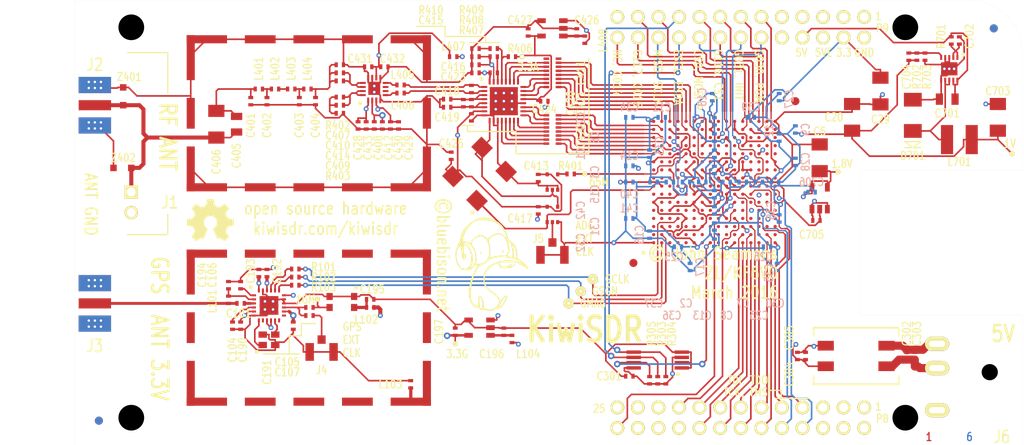
<source format=kicad_pcb>
(kicad_pcb (version 20171130) (host pcbnew "(5.1.12)-1")
  (layers (0 Top signal) (1 Gnd signal) (2 Vcc signal) (3 G2 signal) (4 V2 signal) (31 Bottom signal) (34 B.Paste user hide) (35 F.Paste user hide) (36 B.SilkS user hide) (37 F.SilkS user hide) (38 B.Mask user hide) (39 F.Mask user hide) (44 Edge.Cuts user))
  (net 0 "")
  (net 1 /ADC/AD0)
  (net 2 /ADC/AD1)
  (net 3 /ADC/AD10)
  (net 4 /ADC/AD11)
  (net 5 /ADC/AD12)
  (net 6 /ADC/AD13)
  (net 7 /ADC/AD2)
  (net 8 /ADC/AD3)
  (net 9 /ADC/AD4)
  (net 10 /ADC/AD5)
  (net 11 /ADC/AD6)
  (net 12 /ADC/AD7)
  (net 13 /ADC/AD8)
  (net 14 /ADC/AD9)
  (net 15 /ADC/ADOV)
  (net 16 /ADC/AIN+)
  (net 17 /ADC/AIN-)
  (net 18 /ADC/ANT+)
  (net 19 /ADC/AXO)
  (net 20 /ADC/ECLK)
  (net 21 /ADC/IN+)
  (net 22 /ADC/IN-)
  (net 23 /ADC/LCLK)
  (net 24 /ADC/LP1)
  (net 25 /ADC/LP2)
  (net 26 /ADC/LP3)
  (net 27 /ADC/LP4)
  (net 28 /ADC/MD1)
  (net 29 /ADC/MODE)
  (net 30 /ADC/OUT+)
  (net 31 /ADC/OUT-)
  (net 32 /ADC/REFH)
  (net 33 /ADC/REFL)
  (net 34 /ADC/RF+)
  (net 35 /ADC/RF-)
  (net 36 /ADC/SENSE)
  (net 37 /ADC/VA)
  (net 38 /ADC/VCM)
  (net 39 /ADC/VIN)
  (net 40 /BeagleBone/5V_NEG)
  (net 41 /BeagleBone/5V_POS)
  (net 42 /BeagleBone/CS0)
  (net 43 /BeagleBone/CS1)
  (net 44 /BeagleBone/DONE)
  (net 45 /BeagleBone/ESCL)
  (net 46 /BeagleBone/ESDA)
  (net 47 /BeagleBone/G014)
  (net 48 /BeagleBone/G015)
  (net 49 /BeagleBone/G030)
  (net 50 /BeagleBone/G031)
  (net 51 /BeagleBone/G116)
  (net 52 /BeagleBone/G117)
  (net 53 /BeagleBone/INIT)
  (net 54 /BeagleBone/MISO)
  (net 55 /BeagleBone/MOSI)
  (net 56 /BeagleBone/PGM)
  (net 57 /BeagleBone/TCK)
  (net 58 /BeagleBone/TDI)
  (net 59 /BeagleBone/TDO)
  (net 60 /BeagleBone/TMS)
  (net 61 /GPS/EOSC)
  (net 62 /GPS/GBIAS)
  (net 63 /GPS/GPS)
  (net 64 /GPS/GPS2)
  (net 65 /GPS/LCLK)
  (net 66 /GPS/LMAG)
  (net 67 /GPS/LNA)
  (net 68 /GPS/LSGN)
  (net 69 /GPS/RING)
  (net 70 /GPS/SAW1)
  (net 71 /GPS/SAW2)
  (net 72 /GPS/TCXO1)
  (net 73 /GPS/TCXO2)
  (net 74 /GPS/TXOP)
  (net 75 /GPS/VAGC)
  (net 76 /GPS/VIN)
  (net 77 /Power_Supplies/EN)
  (net 78 /Power_Supplies/FB)
  (net 79 /Power_Supplies/SW1)
  (net 80 1.0)
  (net 81 1.8)
  (net 82 3.3)
  (net 83 3.3A)
  (net 84 3.3G)
  (net 85 5EXT)
  (net 86 5V)
  (net 87 ACLK)
  (net 88 AEXT)
  (net 89 D0)
  (net 90 D1)
  (net 91 D10)
  (net 92 D11)
  (net 93 D12)
  (net 94 D13)
  (net 95 D2)
  (net 96 D3)
  (net 97 D4)
  (net 98 D5)
  (net 99 D6)
  (net 100 D7)
  (net 101 D8)
  (net 102 D9)
  (net 103 EWP)
  (net 104 G022)
  (net 105 G023)
  (net 106 G026)
  (net 107 G027)
  (net 108 G112)
  (net 109 G113)
  (net 110 G114)
  (net 111 G115)
  (net 112 G129)
  (net 113 G201)
  (net 114 GCLK)
  (net 115 GMAG)
  (net 116 GND)
  (net 117 GSGN)
  (net 118 OVFL)
  (net 119 SCLK)
  (module kiwi-SM0402 (layer Top) (at 127.75 81.5)
    (fp_text reference R407 (at -2.75 -5.25) (layer F.SilkS) (effects (font (size 1 0.8))))
    (fp_text value DNL hide)
    (pad 1 smd rect (at -0.45 0) (size 0.4 0.6) (layers Top F.Paste F.Mask) (net 83 3.3A))
    (pad 2 smd rect (at 0.45 0) (size 0.4 0.6) (layers Top F.Paste F.Mask) (net 36 /ADC/SENSE))
  )
  (module kiwi-SM0402 (layer Top) (at 105 111.5)
    (fp_text reference C107 (at -2.75 7) (layer F.SilkS) (effects (font (size 1 0.8))))
    (fp_text value "DNL 10n" hide)
    (pad 1 smd rect (at -0.45 0) (size 0.4 0.6) (layers Top F.Paste F.Mask) (net 72 /GPS/TCXO1))
    (pad 2 smd rect (at 0.45 0) (size 0.4 0.6) (layers Top F.Paste F.Mask) (net 61 /GPS/EOSC))
  )
  (module kiwi-SM1206 (layer Top) (at 93.5 87.85 90)
    (fp_text reference C406 (at -4.65 0 90) (layer F.SilkS) (effects (font (size 1 0.8))))
    (fp_text value 470n/100 hide)
    (pad 1 smd rect (at -1.65 0 90) (size 1.5 2) (layers Top F.Paste F.Mask) (net 18 /ADC/ANT+))
    (pad 2 smd rect (at 1.65 0 90) (size 1.5 2) (layers Top F.Paste F.Mask) (net 24 /ADC/LP1))
  )
  (module kiwi-SM0402 (layer Top) (at 103.25 105.75)
    (fp_text reference R101 (at 3.5 -0.25) (layer F.SilkS) (effects (font (size 1 0.8))))
    (fp_text value 100R hide)
    (pad 1 smd rect (at -0.45 0) (size 0.4 0.6) (layers Top F.Paste F.Mask) (net 65 /GPS/LCLK))
    (pad 2 smd rect (at 0.45 0) (size 0.4 0.6) (layers Top F.Paste F.Mask) (net 114 GCLK))
  )
  (module kiwi-RF_SHIELD_COVER (layer Top) (at 104.92 86.5)
    (fp_text reference ZR402 hide)
    (fp_text value "RF_SHIELD_COVER 29x19" hide)
  )
  (module kiwi-RF_SHIELD_COVER (layer Top) (at 104.92 113)
    (fp_text reference ZR102 hide)
    (fp_text value "RF_SHIELD_COVER 29x19" hide)
  )
  (module kiwi-INDUCTOR_4x4 (layer Top) (at 185.25 89.75)
    (fp_text reference L701 (at 0 2.75) (layer F.SilkS) (effects (font (size 1 0.8))))
    (fp_text value "1uH 3.7A" hide)
    (pad 1 smd rect (at -1.525 0) (size 1.5 3.6) (layers Top F.Paste F.Mask) (net 79 /Power_Supplies/SW1))
    (pad 2 smd rect (at 1.525 0) (size 1.5 3.6) (layers Top F.Paste F.Mask) (net 80 1.0))
  )
  (module kiwi-U.FL (layer Top) (at 106.5 116 180)
    (fp_text reference J4 (at 0 -2.25 180) (layer F.SilkS) (effects (font (size 1 0.8))))
    (fp_text value "DNL U.FL" hide)
    (pad 1 smd rect (at 0 1.525 180) (size 1 1.05) (layers Top F.Paste F.Mask) (net 61 /GPS/EOSC))
    (pad 2 smd rect (at -1.475 0 180) (size 1.05 2.2) (layers Top F.Paste F.Mask) (net 116 GND))
    (pad 3 smd rect (at 1.475 0 180) (size 1.05 2.2) (layers Top F.Paste F.Mask) (net 116 GND))
  )
  (module kiwi-TCXO (layer Top) (at 109 109.825 180)
    (fp_text reference X101 hide)
    (fp_text value "16.368 MHz" hide)
    (pad 1 smd rect (at -1.515 0.68 180) (size 0.78 0.87) (layers Top F.Paste F.Mask) (net 116 GND))
    (pad 2 smd rect (at 1.515 0.68 180) (size 0.78 0.87) (layers Top F.Paste F.Mask) (net 116 GND))
    (pad 3 smd rect (at 1.515 -0.68 180) (size 0.78 0.87) (layers Top F.Paste F.Mask) (net 73 /GPS/TCXO2))
    (pad 4 smd rect (at -1.515 -0.68 180) (size 0.78 0.87) (layers Top F.Paste F.Mask) (net 74 /GPS/TXOP))
  )
  (module kiwi-SAW (layer Top) (at 100 114.5)
    (fp_text reference FL101 hide)
    (fp_text value "SAW L1" hide)
    (pad 1 smd rect (at -0.775 0.645) (size 1.04 0.78) (layers Top F.Paste F.Mask) (net 70 /GPS/SAW1))
    (pad 2 smd rect (at 0.775 0.645) (size 1.04 0.78) (layers Top F.Paste F.Mask) (net 116 GND))
    (pad 3 smd rect (at 0.775 -0.645) (size 1.04 0.78) (layers Top F.Paste F.Mask) (net 71 /GPS/SAW2))
    (pad 4 smd rect (at -0.775 -0.645) (size 1.04 0.78) (layers Top F.Paste F.Mask) (net 116 GND))
  )
  (module kiwi-RNET_CAY16_J8 (layer Top) (at 135 88.5)
    (fp_text reference R405 hide)
    (fp_text value 100R hide)
    (pad 1 smd rect (at -0.75 -1.75) (size 0.7 0.3) (layers Top F.Paste F.Mask) (net 12 /ADC/AD7))
    (pad 2 smd rect (at 0.75 -1.75) (size 0.7 0.3) (layers Top F.Paste F.Mask) (net 100 D7))
    (pad 3 smd rect (at -0.75 -1.25) (size 0.7 0.3) (layers Top F.Paste F.Mask) (net 11 /ADC/AD6))
    (pad 4 smd rect (at 0.75 -1.25) (size 0.7 0.3) (layers Top F.Paste F.Mask) (net 99 D6))
    (pad 5 smd rect (at -0.75 -0.75) (size 0.7 0.3) (layers Top F.Paste F.Mask) (net 10 /ADC/AD5))
    (pad 6 smd rect (at 0.75 -0.75) (size 0.7 0.3) (layers Top F.Paste F.Mask) (net 98 D5))
    (pad 7 smd rect (at -0.75 -0.25) (size 0.7 0.3) (layers Top F.Paste F.Mask) (net 9 /ADC/AD4))
    (pad 8 smd rect (at 0.75 -0.25) (size 0.7 0.3) (layers Top F.Paste F.Mask) (net 97 D4))
    (pad 9 smd rect (at -0.75 0.25) (size 0.7 0.3) (layers Top F.Paste F.Mask) (net 8 /ADC/AD3))
    (pad 10 smd rect (at 0.75 0.25) (size 0.7 0.3) (layers Top F.Paste F.Mask) (net 96 D3))
    (pad 11 smd rect (at -0.75 0.75) (size 0.7 0.3) (layers Top F.Paste F.Mask) (net 7 /ADC/AD2))
    (pad 12 smd rect (at 0.75 0.75) (size 0.7 0.3) (layers Top F.Paste F.Mask) (net 95 D2))
    (pad 13 smd rect (at -0.75 1.25) (size 0.7 0.3) (layers Top F.Paste F.Mask) (net 2 /ADC/AD1))
    (pad 14 smd rect (at 0.75 1.25) (size 0.7 0.3) (layers Top F.Paste F.Mask) (net 90 D1))
    (pad 15 smd rect (at -0.75 1.75) (size 0.7 0.3) (layers Top F.Paste F.Mask) (net 1 /ADC/AD0))
    (pad 16 smd rect (at 0.75 1.75) (size 0.7 0.3) (layers Top F.Paste F.Mask) (net 89 D0))
  )
  (module kiwi-RNET_CAY16_J8 (layer Top) (at 135 81.5)
    (fp_text reference R404 hide)
    (fp_text value 100R hide)
    (pad 1 smd rect (at -0.75 -1.75) (size 0.7 0.3) (layers Top F.Paste F.Mask))
    (pad 2 smd rect (at 0.75 -1.75) (size 0.7 0.3) (layers Top F.Paste F.Mask))
    (pad 3 smd rect (at -0.75 -1.25) (size 0.7 0.3) (layers Top F.Paste F.Mask) (net 15 /ADC/ADOV))
    (pad 4 smd rect (at 0.75 -1.25) (size 0.7 0.3) (layers Top F.Paste F.Mask) (net 118 OVFL))
    (pad 5 smd rect (at -0.75 -0.75) (size 0.7 0.3) (layers Top F.Paste F.Mask) (net 6 /ADC/AD13))
    (pad 6 smd rect (at 0.75 -0.75) (size 0.7 0.3) (layers Top F.Paste F.Mask) (net 94 D13))
    (pad 7 smd rect (at -0.75 -0.25) (size 0.7 0.3) (layers Top F.Paste F.Mask) (net 5 /ADC/AD12))
    (pad 8 smd rect (at 0.75 -0.25) (size 0.7 0.3) (layers Top F.Paste F.Mask) (net 93 D12))
    (pad 9 smd rect (at -0.75 0.25) (size 0.7 0.3) (layers Top F.Paste F.Mask) (net 4 /ADC/AD11))
    (pad 10 smd rect (at 0.75 0.25) (size 0.7 0.3) (layers Top F.Paste F.Mask) (net 92 D11))
    (pad 11 smd rect (at -0.75 0.75) (size 0.7 0.3) (layers Top F.Paste F.Mask) (net 3 /ADC/AD10))
    (pad 12 smd rect (at 0.75 0.75) (size 0.7 0.3) (layers Top F.Paste F.Mask) (net 91 D10))
    (pad 13 smd rect (at -0.75 1.25) (size 0.7 0.3) (layers Top F.Paste F.Mask) (net 14 /ADC/AD9))
    (pad 14 smd rect (at 0.75 1.25) (size 0.7 0.3) (layers Top F.Paste F.Mask) (net 102 D9))
    (pad 15 smd rect (at -0.75 1.75) (size 0.7 0.3) (layers Top F.Paste F.Mask) (net 13 /ADC/AD8))
    (pad 16 smd rect (at 0.75 1.75) (size 0.7 0.3) (layers Top F.Paste F.Mask) (net 101 D8))
  )
  (module kiwi-FIDUCIAL (layer Top) (at 165 85)
    (fp_text reference FID1 hide)
    (fp_text value "FPGA FIDUCIAL" hide)
    (pad 1 smd circle (at 0 0) (size 1 1) (layers Top F.Mask) (clearance 1))
  )
  (module kiwi-FIDUCIAL (layer Top) (at 145 105)
    (fp_text reference FID2 hide)
    (fp_text value "FPGA FIDUCIAL" hide)
    (pad 1 smd circle (at 0 0) (size 1 1) (layers Top F.Mask) (clearance 1))
  )
  (module kiwi-QFN32 (layer Top) (at 129 85)
    (fp_text reference U401 hide)
    (fp_text value LTC2248 hide)
    (pad 1 smd rect (at -2.4 -1.75) (size 0.7 0.25) (layers Top F.Paste F.Mask) (net 16 /ADC/AIN+))
    (pad 2 smd rect (at -2.4 -1.25) (size 0.7 0.25) (layers Top F.Paste F.Mask) (net 17 /ADC/AIN-))
    (pad 3 smd rect (at -2.4 -0.75) (size 0.7 0.25) (layers Top F.Paste F.Mask) (net 32 /ADC/REFH))
    (pad 4 smd rect (at -2.4 -0.25) (size 0.7 0.25) (layers Top F.Paste F.Mask) (net 32 /ADC/REFH))
    (pad 5 smd rect (at -2.4 0.25) (size 0.7 0.25) (layers Top F.Paste F.Mask) (net 33 /ADC/REFL))
    (pad 6 smd rect (at -2.4 0.75) (size 0.7 0.25) (layers Top F.Paste F.Mask) (net 33 /ADC/REFL))
    (pad 7 smd rect (at -2.4 1.25) (size 0.7 0.25) (layers Top F.Paste F.Mask) (net 83 3.3A))
    (pad 8 smd rect (at -2.4 1.75) (size 0.7 0.25) (layers Top F.Paste F.Mask) (net 116 GND))
    (pad 9 smd rect (at -1.75 2.4 270) (size 0.7 0.25) (layers Top F.Paste F.Mask) (net 19 /ADC/AXO))
    (pad 10 smd rect (at -1.25 2.4 270) (size 0.7 0.25) (layers Top F.Paste F.Mask) (net 116 GND))
    (pad 11 smd rect (at -0.75 2.4 270) (size 0.7 0.25) (layers Top F.Paste F.Mask) (net 116 GND))
    (pad 12 smd rect (at -0.25 2.4 270) (size 0.7 0.25) (layers Top F.Paste F.Mask) (net 1 /ADC/AD0))
    (pad 13 smd rect (at 0.25 2.4 270) (size 0.7 0.25) (layers Top F.Paste F.Mask) (net 2 /ADC/AD1))
    (pad 14 smd rect (at 0.75 2.4 270) (size 0.7 0.25) (layers Top F.Paste F.Mask) (net 7 /ADC/AD2))
    (pad 15 smd rect (at 1.25 2.4 270) (size 0.7 0.25) (layers Top F.Paste F.Mask) (net 8 /ADC/AD3))
    (pad 16 smd rect (at 1.75 2.4 270) (size 0.7 0.25) (layers Top F.Paste F.Mask) (net 9 /ADC/AD4))
    (pad 17 smd rect (at 2.4 1.75) (size 0.7 0.25) (layers Top F.Paste F.Mask) (net 10 /ADC/AD5))
    (pad 18 smd rect (at 2.4 1.25) (size 0.7 0.25) (layers Top F.Paste F.Mask) (net 11 /ADC/AD6))
    (pad 19 smd rect (at 2.4 0.75) (size 0.7 0.25) (layers Top F.Paste F.Mask) (net 12 /ADC/AD7))
    (pad 20 smd rect (at 2.4 0.25) (size 0.7 0.25) (layers Top F.Paste F.Mask) (net 116 GND))
    (pad 21 smd rect (at 2.4 -0.25) (size 0.7 0.25) (layers Top F.Paste F.Mask) (net 83 3.3A))
    (pad 22 smd rect (at 2.4 -0.75) (size 0.7 0.25) (layers Top F.Paste F.Mask) (net 13 /ADC/AD8))
    (pad 23 smd rect (at 2.4 -1.25) (size 0.7 0.25) (layers Top F.Paste F.Mask) (net 14 /ADC/AD9))
    (pad 24 smd rect (at 2.4 -1.75) (size 0.7 0.25) (layers Top F.Paste F.Mask) (net 3 /ADC/AD10))
    (pad 25 smd rect (at 1.75 -2.4 270) (size 0.7 0.25) (layers Top F.Paste F.Mask) (net 4 /ADC/AD11))
    (pad 26 smd rect (at 1.25 -2.4 270) (size 0.7 0.25) (layers Top F.Paste F.Mask) (net 5 /ADC/AD12))
    (pad 27 smd rect (at 0.75 -2.4 270) (size 0.7 0.25) (layers Top F.Paste F.Mask) (net 6 /ADC/AD13))
    (pad 28 smd rect (at 0.25 -2.4 270) (size 0.7 0.25) (layers Top F.Paste F.Mask) (net 15 /ADC/ADOV))
    (pad 29 smd rect (at -0.25 -2.4 270) (size 0.7 0.25) (layers Top F.Paste F.Mask) (net 29 /ADC/MODE))
    (pad 30 smd rect (at -0.75 -2.4 270) (size 0.7 0.25) (layers Top F.Paste F.Mask) (net 36 /ADC/SENSE))
    (pad 31 smd rect (at -1.25 -2.4 270) (size 0.7 0.25) (layers Top F.Paste F.Mask) (net 38 /ADC/VCM))
    (pad 32 smd rect (at -1.75 -2.4 270) (size 0.7 0.25) (layers Top F.Paste F.Mask) (net 83 3.3A))
    (pad PAD smd rect (at 0 0) (size 3.45 3.45) (layers Top) (net 116 GND))
    (pad PAD thru_hole circle (at 0 0) (size 0.4 0.4) (drill 0.3) (layers *.Cu) (net 116 GND))
    (pad PAD thru_hole circle (at -1 0) (size 0.4 0.4) (drill 0.3) (layers *.Cu) (net 116 GND))
    (pad PAD thru_hole circle (at 1 0) (size 0.4 0.4) (drill 0.3) (layers *.Cu) (net 116 GND))
    (pad PAD thru_hole circle (at 1 -1) (size 0.4 0.4) (drill 0.3) (layers *.Cu) (net 116 GND))
    (pad PAD thru_hole circle (at 0 -1) (size 0.4 0.4) (drill 0.3) (layers *.Cu) (net 116 GND))
    (pad PAD thru_hole circle (at -1 -1) (size 0.4 0.4) (drill 0.3) (layers *.Cu) (net 116 GND))
    (pad PAD thru_hole circle (at -1 1) (size 0.4 0.4) (drill 0.3) (layers *.Cu) (net 116 GND))
    (pad PAD thru_hole circle (at 0 1) (size 0.4 0.4) (drill 0.3) (layers *.Cu) (net 116 GND))
    (pad PAD thru_hole circle (at 1 1) (size 0.4 0.4) (drill 0.3) (layers *.Cu) (net 116 GND))
    (pad PAD smd rect (at 0 1.4875) (size 3.45 0.475) (layers Top F.Paste F.Mask) (net 116 GND))
    (pad PAD smd rect (at 0 0.5) (size 3.45 0.5) (layers Top F.Paste F.Mask) (net 116 GND))
    (pad PAD smd rect (at 0 -0.5) (size 3.45 0.5) (layers Top F.Paste F.Mask) (net 116 GND))
    (pad PAD smd rect (at 0 -1.4875) (size 3.45 0.475) (layers Top F.Paste F.Mask) (net 116 GND))
  )
  (module kiwi-SOT23_5 (layer Top) (at 168 97 90)
    (fp_text reference U702 hide)
    (fp_text value "LP5907 1.8V 250mA" hide)
    (pad 1 smd rect (at -1.35 -0.95 90) (size 1.05 0.6) (layers Top F.Paste F.Mask) (net 86 5V))
    (pad 2 smd rect (at -1.35 0 90) (size 1.05 0.6) (layers Top F.Paste F.Mask) (net 116 GND))
    (pad 3 smd rect (at -1.35 0.95 90) (size 1.05 0.6) (layers Top F.Paste F.Mask) (net 86 5V))
    (pad 4 smd rect (at 1.35 0.95 90) (size 1.05 0.6) (layers Top F.Paste F.Mask) (net 81 1.8))
    (pad 5 smd rect (at 1.35 -0.95 90) (size 1.05 0.6) (layers Top F.Paste F.Mask) (net 81 1.8))
  )
  (module kiwi-SOT23_5 (layer Top) (at 126 113 180)
    (fp_text reference U104 hide)
    (fp_text value "LP5907 3.3V 250mA" hide)
    (pad 1 smd rect (at -1.35 -0.95 180) (size 1.05 0.6) (layers Top F.Paste F.Mask) (net 76 /GPS/VIN))
    (pad 2 smd rect (at -1.35 0 180) (size 1.05 0.6) (layers Top F.Paste F.Mask) (net 116 GND))
    (pad 3 smd rect (at -1.35 0.95 180) (size 1.05 0.6) (layers Top F.Paste F.Mask) (net 86 5V))
    (pad 4 smd rect (at 1.35 0.95 180) (size 1.05 0.6) (layers Top F.Paste F.Mask) (net 116 GND))
    (pad 5 smd rect (at 1.35 -0.95 180) (size 1.05 0.6) (layers Top F.Paste F.Mask) (net 84 3.3G))
  )
  (module kiwi-SOT23_5 (layer Top) (at 135 76 180)
    (fp_text reference U404 hide)
    (fp_text value "LP5907 3.3V 250mA" hide)
    (pad 1 smd rect (at -1.35 -0.95 180) (size 1.05 0.6) (layers Top F.Paste F.Mask) (net 39 /ADC/VIN))
    (pad 2 smd rect (at -1.35 0 180) (size 1.05 0.6) (layers Top F.Paste F.Mask) (net 116 GND))
    (pad 3 smd rect (at -1.35 0.95 180) (size 1.05 0.6) (layers Top F.Paste F.Mask) (net 86 5V))
    (pad 4 smd rect (at 1.35 0.95 180) (size 1.05 0.6) (layers Top F.Paste F.Mask) (net 116 GND))
    (pad 5 smd rect (at 1.35 -0.95 180) (size 1.05 0.6) (layers Top F.Paste F.Mask) (net 83 3.3A))
  )
  (module kiwi-FTG256 (layer Top) (at 155 95 90)
    (fp_text reference U1 hide)
    (fp_text value "Artix-7 A35" hide)
    (pad A1 smd circle (at -7.5 -7.5 90) (size 0.4 0.4) (layers Top F.Paste F.Mask) (net 116 GND))
    (pad A2 smd circle (at -6.5 -7.5 90) (size 0.4 0.4) (layers Top F.Paste F.Mask))
    (pad A3 smd circle (at -5.5 -7.5 90) (size 0.4 0.4) (layers Top F.Paste F.Mask))
    (pad A4 smd circle (at -4.5 -7.5 90) (size 0.4 0.4) (layers Top F.Paste F.Mask))
    (pad A5 smd circle (at -3.5 -7.5 90) (size 0.4 0.4) (layers Top F.Paste F.Mask))
    (pad A6 smd circle (at -2.5 -7.5 90) (size 0.4 0.4) (layers Top F.Paste F.Mask) (net 82 3.3))
    (pad A7 smd circle (at -1.5 -7.5 90) (size 0.4 0.4) (layers Top F.Paste F.Mask))
    (pad A8 smd circle (at -0.5 -7.5 90) (size 0.4 0.4) (layers Top F.Paste F.Mask) (net 88 AEXT))
    (pad A9 smd circle (at 0.5 -7.5 90) (size 0.4 0.4) (layers Top F.Paste F.Mask))
    (pad A10 smd circle (at 1.5 -7.5 90) (size 0.4 0.4) (layers Top F.Paste F.Mask))
    (pad A11 smd circle (at 2.5 -7.5 90) (size 0.4 0.4) (layers Top F.Paste F.Mask) (net 116 GND))
    (pad A12 smd circle (at 3.5 -7.5 90) (size 0.4 0.4) (layers Top F.Paste F.Mask) (net 89 D0))
    (pad A13 smd circle (at 4.5 -7.5 90) (size 0.4 0.4) (layers Top F.Paste F.Mask) (net 95 D2))
    (pad A14 smd circle (at 5.5 -7.5 90) (size 0.4 0.4) (layers Top F.Paste F.Mask) (net 97 D4))
    (pad A15 smd circle (at 6.5 -7.5 90) (size 0.4 0.4) (layers Top F.Paste F.Mask) (net 99 D6))
    (pad A16 smd circle (at 7.5 -7.5 90) (size 0.4 0.4) (layers Top F.Paste F.Mask) (net 82 3.3))
    (pad B1 smd circle (at -7.5 -6.5 90) (size 0.4 0.4) (layers Top F.Paste F.Mask) (net 117 GSGN))
    (pad B2 smd circle (at -6.5 -6.5 90) (size 0.4 0.4) (layers Top F.Paste F.Mask) (net 115 GMAG))
    (pad B3 smd circle (at -5.5 -6.5 90) (size 0.4 0.4) (layers Top F.Paste F.Mask) (net 82 3.3))
    (pad B4 smd circle (at -4.5 -6.5 90) (size 0.4 0.4) (layers Top F.Paste F.Mask))
    (pad B5 smd circle (at -3.5 -6.5 90) (size 0.4 0.4) (layers Top F.Paste F.Mask))
    (pad B6 smd circle (at -2.5 -6.5 90) (size 0.4 0.4) (layers Top F.Paste F.Mask))
    (pad B7 smd circle (at -1.5 -6.5 90) (size 0.4 0.4) (layers Top F.Paste F.Mask))
    (pad B8 smd circle (at -0.5 -6.5 90) (size 0.4 0.4) (layers Top F.Paste F.Mask) (net 116 GND))
    (pad B9 smd circle (at 0.5 -6.5 90) (size 0.4 0.4) (layers Top F.Paste F.Mask))
    (pad B10 smd circle (at 1.5 -6.5 90) (size 0.4 0.4) (layers Top F.Paste F.Mask))
    (pad B11 smd circle (at 2.5 -6.5 90) (size 0.4 0.4) (layers Top F.Paste F.Mask))
    (pad B12 smd circle (at 3.5 -6.5 90) (size 0.4 0.4) (layers Top F.Paste F.Mask) (net 90 D1))
    (pad B13 smd circle (at 4.5 -6.5 90) (size 0.4 0.4) (layers Top F.Paste F.Mask) (net 82 3.3))
    (pad B14 smd circle (at 5.5 -6.5 90) (size 0.4 0.4) (layers Top F.Paste F.Mask) (net 98 D5))
    (pad B15 smd circle (at 6.5 -6.5 90) (size 0.4 0.4) (layers Top F.Paste F.Mask) (net 100 D7))
    (pad B16 smd circle (at 7.5 -6.5 90) (size 0.4 0.4) (layers Top F.Paste F.Mask) (net 101 D8))
    (pad C1 smd circle (at -7.5 -5.5 90) (size 0.4 0.4) (layers Top F.Paste F.Mask))
    (pad C2 smd circle (at -6.5 -5.5 90) (size 0.4 0.4) (layers Top F.Paste F.Mask))
    (pad C3 smd circle (at -5.5 -5.5 90) (size 0.4 0.4) (layers Top F.Paste F.Mask))
    (pad C4 smd circle (at -4.5 -5.5 90) (size 0.4 0.4) (layers Top F.Paste F.Mask))
    (pad C5 smd circle (at -3.5 -5.5 90) (size 0.4 0.4) (layers Top F.Paste F.Mask) (net 116 GND))
    (pad C6 smd circle (at -2.5 -5.5 90) (size 0.4 0.4) (layers Top F.Paste F.Mask))
    (pad C7 smd circle (at -1.5 -5.5 90) (size 0.4 0.4) (layers Top F.Paste F.Mask))
    (pad C8 smd circle (at -0.5 -5.5 90) (size 0.4 0.4) (layers Top F.Paste F.Mask))
    (pad C9 smd circle (at 0.5 -5.5 90) (size 0.4 0.4) (layers Top F.Paste F.Mask))
    (pad C10 smd circle (at 1.5 -5.5 90) (size 0.4 0.4) (layers Top F.Paste F.Mask) (net 82 3.3))
    (pad C11 smd circle (at 2.5 -5.5 90) (size 0.4 0.4) (layers Top F.Paste F.Mask))
    (pad C12 smd circle (at 3.5 -5.5 90) (size 0.4 0.4) (layers Top F.Paste F.Mask))
    (pad C13 smd circle (at 4.5 -5.5 90) (size 0.4 0.4) (layers Top F.Paste F.Mask) (net 96 D3))
    (pad C14 smd circle (at 5.5 -5.5 90) (size 0.4 0.4) (layers Top F.Paste F.Mask))
    (pad C15 smd circle (at 6.5 -5.5 90) (size 0.4 0.4) (layers Top F.Paste F.Mask) (net 116 GND))
    (pad C16 smd circle (at 7.5 -5.5 90) (size 0.4 0.4) (layers Top F.Paste F.Mask) (net 102 D9))
    (pad D1 smd circle (at -7.5 -4.5 90) (size 0.4 0.4) (layers Top F.Paste F.Mask))
    (pad D2 smd circle (at -6.5 -4.5 90) (size 0.4 0.4) (layers Top F.Paste F.Mask) (net 116 GND))
    (pad D3 smd circle (at -5.5 -4.5 90) (size 0.4 0.4) (layers Top F.Paste F.Mask))
    (pad D4 smd circle (at -4.5 -4.5 90) (size 0.4 0.4) (layers Top F.Paste F.Mask) (net 114 GCLK))
    (pad D5 smd circle (at -3.5 -4.5 90) (size 0.4 0.4) (layers Top F.Paste F.Mask))
    (pad D6 smd circle (at -2.5 -4.5 90) (size 0.4 0.4) (layers Top F.Paste F.Mask))
    (pad D7 smd circle (at -1.5 -4.5 90) (size 0.4 0.4) (layers Top F.Paste F.Mask) (net 82 3.3))
    (pad D8 smd circle (at -0.5 -4.5 90) (size 0.4 0.4) (layers Top F.Paste F.Mask))
    (pad D9 smd circle (at 0.5 -4.5 90) (size 0.4 0.4) (layers Top F.Paste F.Mask))
    (pad D10 smd circle (at 1.5 -4.5 90) (size 0.4 0.4) (layers Top F.Paste F.Mask))
    (pad D11 smd circle (at 2.5 -4.5 90) (size 0.4 0.4) (layers Top F.Paste F.Mask))
    (pad D12 smd circle (at 3.5 -4.5 90) (size 0.4 0.4) (layers Top F.Paste F.Mask) (net 116 GND))
    (pad D13 smd circle (at 4.5 -4.5 90) (size 0.4 0.4) (layers Top F.Paste F.Mask) (net 119 SCLK))
    (pad D14 smd circle (at 5.5 -4.5 90) (size 0.4 0.4) (layers Top F.Paste F.Mask))
    (pad D15 smd circle (at 6.5 -4.5 90) (size 0.4 0.4) (layers Top F.Paste F.Mask) (net 91 D10))
    (pad D16 smd circle (at 7.5 -4.5 90) (size 0.4 0.4) (layers Top F.Paste F.Mask) (net 92 D11))
    (pad E1 smd circle (at -7.5 -3.5 90) (size 0.4 0.4) (layers Top F.Paste F.Mask))
    (pad E2 smd circle (at -6.5 -3.5 90) (size 0.4 0.4) (layers Top F.Paste F.Mask))
    (pad E3 smd circle (at -5.5 -3.5 90) (size 0.4 0.4) (layers Top F.Paste F.Mask))
    (pad E4 smd circle (at -4.5 -3.5 90) (size 0.4 0.4) (layers Top F.Paste F.Mask) (net 82 3.3))
    (pad E5 smd circle (at -3.5 -3.5 90) (size 0.4 0.4) (layers Top F.Paste F.Mask))
    (pad E6 smd circle (at -2.5 -3.5 90) (size 0.4 0.4) (layers Top F.Paste F.Mask))
    (pad E7 smd circle (at -1.5 -3.5 90) (size 0.4 0.4) (layers Top F.Paste F.Mask) (net 82 3.3))
    (pad E8 smd circle (at -0.5 -3.5 90) (size 0.4 0.4) (layers Top F.Paste F.Mask) (net 119 SCLK))
    (pad E9 smd circle (at 0.5 -3.5 90) (size 0.4 0.4) (layers Top F.Paste F.Mask) (net 116 GND))
    (pad E10 smd circle (at 1.5 -3.5 90) (size 0.4 0.4) (layers Top F.Paste F.Mask) (net 80 1.0))
    (pad E11 smd circle (at 2.5 -3.5 90) (size 0.4 0.4) (layers Top F.Paste F.Mask))
    (pad E12 smd circle (at 3.5 -3.5 90) (size 0.4 0.4) (layers Top F.Paste F.Mask) (net 87 ACLK))
    (pad E13 smd circle (at 4.5 -3.5 90) (size 0.4 0.4) (layers Top F.Paste F.Mask))
    (pad E14 smd circle (at 5.5 -3.5 90) (size 0.4 0.4) (layers Top F.Paste F.Mask) (net 82 3.3))
    (pad E15 smd circle (at 6.5 -3.5 90) (size 0.4 0.4) (layers Top F.Paste F.Mask) (net 93 D12))
    (pad E16 smd circle (at 7.5 -3.5 90) (size 0.4 0.4) (layers Top F.Paste F.Mask) (net 94 D13))
    (pad F1 smd circle (at -7.5 -2.5 90) (size 0.4 0.4) (layers Top F.Paste F.Mask) (net 82 3.3))
    (pad F2 smd circle (at -6.5 -2.5 90) (size 0.4 0.4) (layers Top F.Paste F.Mask))
    (pad F3 smd circle (at -5.5 -2.5 90) (size 0.4 0.4) (layers Top F.Paste F.Mask))
    (pad F4 smd circle (at -4.5 -2.5 90) (size 0.4 0.4) (layers Top F.Paste F.Mask))
    (pad F5 smd circle (at -3.5 -2.5 90) (size 0.4 0.4) (layers Top F.Paste F.Mask))
    (pad F6 smd circle (at -2.5 -2.5 90) (size 0.4 0.4) (layers Top F.Paste F.Mask) (net 116 GND))
    (pad F7 smd circle (at -1.5 -2.5 90) (size 0.4 0.4) (layers Top F.Paste F.Mask) (net 80 1.0))
    (pad F8 smd circle (at -0.5 -2.5 90) (size 0.4 0.4) (layers Top F.Paste F.Mask) (net 81 1.8))
    (pad F9 smd circle (at 0.5 -2.5 90) (size 0.4 0.4) (layers Top F.Paste F.Mask) (net 80 1.0))
    (pad F10 smd circle (at 1.5 -2.5 90) (size 0.4 0.4) (layers Top F.Paste F.Mask) (net 116 GND))
    (pad F11 smd circle (at 2.5 -2.5 90) (size 0.4 0.4) (layers Top F.Paste F.Mask) (net 80 1.0))
    (pad F12 smd circle (at 3.5 -2.5 90) (size 0.4 0.4) (layers Top F.Paste F.Mask))
    (pad F13 smd circle (at 4.5 -2.5 90) (size 0.4 0.4) (layers Top F.Paste F.Mask))
    (pad F14 smd circle (at 5.5 -2.5 90) (size 0.4 0.4) (layers Top F.Paste F.Mask))
    (pad F15 smd circle (at 6.5 -2.5 90) (size 0.4 0.4) (layers Top F.Paste F.Mask) (net 118 OVFL))
    (pad F16 smd circle (at 7.5 -2.5 90) (size 0.4 0.4) (layers Top F.Paste F.Mask) (net 116 GND))
    (pad G1 smd circle (at -7.5 -1.5 90) (size 0.4 0.4) (layers Top F.Paste F.Mask))
    (pad G2 smd circle (at -6.5 -1.5 90) (size 0.4 0.4) (layers Top F.Paste F.Mask))
    (pad G3 smd circle (at -5.5 -1.5 90) (size 0.4 0.4) (layers Top F.Paste F.Mask) (net 116 GND))
    (pad G4 smd circle (at -4.5 -1.5 90) (size 0.4 0.4) (layers Top F.Paste F.Mask))
    (pad G5 smd circle (at -3.5 -1.5 90) (size 0.4 0.4) (layers Top F.Paste F.Mask))
    (pad G6 smd circle (at -2.5 -1.5 90) (size 0.4 0.4) (layers Top F.Paste F.Mask) (net 80 1.0))
    (pad G7 smd circle (at -1.5 -1.5 90) (size 0.4 0.4) (layers Top F.Paste F.Mask) (net 116 GND))
    (pad G8 smd circle (at -0.5 -1.5 90) (size 0.4 0.4) (layers Top F.Paste F.Mask) (net 81 1.8))
    (pad G9 smd circle (at 0.5 -1.5 90) (size 0.4 0.4) (layers Top F.Paste F.Mask) (net 116 GND))
    (pad G10 smd circle (at 1.5 -1.5 90) (size 0.4 0.4) (layers Top F.Paste F.Mask) (net 81 1.8))
    (pad G11 smd circle (at 2.5 -1.5 90) (size 0.4 0.4) (layers Top F.Paste F.Mask))
    (pad G12 smd circle (at 3.5 -1.5 90) (size 0.4 0.4) (layers Top F.Paste F.Mask))
    (pad G13 smd circle (at 4.5 -1.5 90) (size 0.4 0.4) (layers Top F.Paste F.Mask) (net 116 GND))
    (pad G14 smd circle (at 5.5 -1.5 90) (size 0.4 0.4) (layers Top F.Paste F.Mask))
    (pad G15 smd circle (at 6.5 -1.5 90) (size 0.4 0.4) (layers Top F.Paste F.Mask))
    (pad G16 smd circle (at 7.5 -1.5 90) (size 0.4 0.4) (layers Top F.Paste F.Mask))
    (pad H1 smd circle (at -7.5 -0.5 90) (size 0.4 0.4) (layers Top F.Paste F.Mask) (net 103 EWP))
    (pad H2 smd circle (at -6.5 -0.5 90) (size 0.4 0.4) (layers Top F.Paste F.Mask))
    (pad H3 smd circle (at -5.5 -0.5 90) (size 0.4 0.4) (layers Top F.Paste F.Mask))
    (pad H4 smd circle (at -4.5 -0.5 90) (size 0.4 0.4) (layers Top F.Paste F.Mask))
    (pad H5 smd circle (at -3.5 -0.5 90) (size 0.4 0.4) (layers Top F.Paste F.Mask))
    (pad H6 smd circle (at -2.5 -0.5 90) (size 0.4 0.4) (layers Top F.Paste F.Mask) (net 116 GND))
    (pad H7 smd circle (at -1.5 -0.5 90) (size 0.4 0.4) (layers Top F.Paste F.Mask))
    (pad H8 smd circle (at -0.5 -0.5 90) (size 0.4 0.4) (layers Top F.Paste F.Mask))
    (pad H9 smd circle (at 0.5 -0.5 90) (size 0.4 0.4) (layers Top F.Paste F.Mask) (net 80 1.0))
    (pad H10 smd circle (at 1.5 -0.5 90) (size 0.4 0.4) (layers Top F.Paste F.Mask) (net 44 /BeagleBone/DONE))
    (pad H11 smd circle (at 2.5 -0.5 90) (size 0.4 0.4) (layers Top F.Paste F.Mask))
    (pad H12 smd circle (at 3.5 -0.5 90) (size 0.4 0.4) (layers Top F.Paste F.Mask))
    (pad H13 smd circle (at 4.5 -0.5 90) (size 0.4 0.4) (layers Top F.Paste F.Mask))
    (pad H14 smd circle (at 5.5 -0.5 90) (size 0.4 0.4) (layers Top F.Paste F.Mask))
    (pad H15 smd circle (at 6.5 -0.5 90) (size 0.4 0.4) (layers Top F.Paste F.Mask) (net 82 3.3))
    (pad H16 smd circle (at 7.5 -0.5 90) (size 0.4 0.4) (layers Top F.Paste F.Mask))
    (pad J1 smd circle (at -7.5 0.5 90) (size 0.4 0.4) (layers Top F.Paste F.Mask))
    (pad J2 smd circle (at -6.5 0.5 90) (size 0.4 0.4) (layers Top F.Paste F.Mask))
    (pad J3 smd circle (at -5.5 0.5 90) (size 0.4 0.4) (layers Top F.Paste F.Mask))
    (pad J4 smd circle (at -4.5 0.5 90) (size 0.4 0.4) (layers Top F.Paste F.Mask))
    (pad J5 smd circle (at -3.5 0.5 90) (size 0.4 0.4) (layers Top F.Paste F.Mask))
    (pad J6 smd circle (at -2.5 0.5 90) (size 0.4 0.4) (layers Top F.Paste F.Mask) (net 80 1.0))
    (pad J7 smd circle (at -1.5 0.5 90) (size 0.4 0.4) (layers Top F.Paste F.Mask))
    (pad J8 smd circle (at -0.5 0.5 90) (size 0.4 0.4) (layers Top F.Paste F.Mask))
    (pad J9 smd circle (at 0.5 0.5 90) (size 0.4 0.4) (layers Top F.Paste F.Mask) (net 116 GND))
    (pad J10 smd circle (at 1.5 0.5 90) (size 0.4 0.4) (layers Top F.Paste F.Mask) (net 81 1.8))
    (pad J11 smd circle (at 2.5 0.5 90) (size 0.4 0.4) (layers Top F.Paste F.Mask) (net 116 GND))
    (pad J12 smd circle (at 3.5 0.5 90) (size 0.4 0.4) (layers Top F.Paste F.Mask) (net 82 3.3))
    (pad J13 smd circle (at 4.5 0.5 90) (size 0.4 0.4) (layers Top F.Paste F.Mask))
    (pad J14 smd circle (at 5.5 0.5 90) (size 0.4 0.4) (layers Top F.Paste F.Mask) (net 55 /BeagleBone/MOSI))
    (pad J15 smd circle (at 6.5 0.5 90) (size 0.4 0.4) (layers Top F.Paste F.Mask))
    (pad J16 smd circle (at 7.5 0.5 90) (size 0.4 0.4) (layers Top F.Paste F.Mask))
    (pad K1 smd circle (at -7.5 1.5 90) (size 0.4 0.4) (layers Top F.Paste F.Mask))
    (pad K2 smd circle (at -6.5 1.5 90) (size 0.4 0.4) (layers Top F.Paste F.Mask))
    (pad K3 smd circle (at -5.5 1.5 90) (size 0.4 0.4) (layers Top F.Paste F.Mask))
    (pad K4 smd circle (at -4.5 1.5 90) (size 0.4 0.4) (layers Top F.Paste F.Mask) (net 116 GND))
    (pad K5 smd circle (at -3.5 1.5 90) (size 0.4 0.4) (layers Top F.Paste F.Mask))
    (pad K6 smd circle (at -2.5 1.5 90) (size 0.4 0.4) (layers Top F.Paste F.Mask) (net 116 GND))
    (pad K7 smd circle (at -1.5 1.5 90) (size 0.4 0.4) (layers Top F.Paste F.Mask) (net 116 GND))
    (pad K8 smd circle (at -0.5 1.5 90) (size 0.4 0.4) (layers Top F.Paste F.Mask) (net 116 GND))
    (pad K9 smd circle (at 0.5 1.5 90) (size 0.4 0.4) (layers Top F.Paste F.Mask) (net 80 1.0))
    (pad K10 smd circle (at 1.5 1.5 90) (size 0.4 0.4) (layers Top F.Paste F.Mask) (net 53 /BeagleBone/INIT))
    (pad K11 smd circle (at 2.5 1.5 90) (size 0.4 0.4) (layers Top F.Paste F.Mask) (net 81 1.8))
    (pad K12 smd circle (at 3.5 1.5 90) (size 0.4 0.4) (layers Top F.Paste F.Mask))
    (pad K13 smd circle (at 4.5 1.5 90) (size 0.4 0.4) (layers Top F.Paste F.Mask))
    (pad K14 smd circle (at 5.5 1.5 90) (size 0.4 0.4) (layers Top F.Paste F.Mask) (net 116 GND))
    (pad K15 smd circle (at 6.5 1.5 90) (size 0.4 0.4) (layers Top F.Paste F.Mask) (net 48 /BeagleBone/G015))
    (pad K16 smd circle (at 7.5 1.5 90) (size 0.4 0.4) (layers Top F.Paste F.Mask) (net 47 /BeagleBone/G014))
    (pad L1 smd circle (at -7.5 2.5 90) (size 0.4 0.4) (layers Top F.Paste F.Mask) (net 116 GND))
    (pad L2 smd circle (at -6.5 2.5 90) (size 0.4 0.4) (layers Top F.Paste F.Mask))
    (pad L3 smd circle (at -5.5 2.5 90) (size 0.4 0.4) (layers Top F.Paste F.Mask))
    (pad L4 smd circle (at -4.5 2.5 90) (size 0.4 0.4) (layers Top F.Paste F.Mask) (net 104 G022))
    (pad L5 smd circle (at -3.5 2.5 90) (size 0.4 0.4) (layers Top F.Paste F.Mask) (net 112 G129))
    (pad L6 smd circle (at -2.5 2.5 90) (size 0.4 0.4) (layers Top F.Paste F.Mask) (net 82 3.3))
    (pad L7 smd circle (at -1.5 2.5 90) (size 0.4 0.4) (layers Top F.Paste F.Mask) (net 57 /BeagleBone/TCK))
    (pad L8 smd circle (at -0.5 2.5 90) (size 0.4 0.4) (layers Top F.Paste F.Mask) (net 80 1.0))
    (pad L9 smd circle (at 0.5 2.5 90) (size 0.4 0.4) (layers Top F.Paste F.Mask) (net 56 /BeagleBone/PGM))
    (pad L10 smd circle (at 1.5 2.5 90) (size 0.4 0.4) (layers Top F.Paste F.Mask) (net 81 1.8))
    (pad L11 smd circle (at 2.5 2.5 90) (size 0.4 0.4) (layers Top F.Paste F.Mask) (net 116 GND))
    (pad L12 smd circle (at 3.5 2.5 90) (size 0.4 0.4) (layers Top F.Paste F.Mask))
    (pad L13 smd circle (at 4.5 2.5 90) (size 0.4 0.4) (layers Top F.Paste F.Mask))
    (pad L14 smd circle (at 5.5 2.5 90) (size 0.4 0.4) (layers Top F.Paste F.Mask))
    (pad L15 smd circle (at 6.5 2.5 90) (size 0.4 0.4) (layers Top F.Paste F.Mask) (net 82 3.3))
    (pad L16 smd circle (at 7.5 2.5 90) (size 0.4 0.4) (layers Top F.Paste F.Mask) (net 82 3.3))
    (pad M1 smd circle (at -7.5 3.5 90) (size 0.4 0.4) (layers Top F.Paste F.Mask) (net 113 G201))
    (pad M2 smd circle (at -6.5 3.5 90) (size 0.4 0.4) (layers Top F.Paste F.Mask) (net 107 G027))
    (pad M3 smd circle (at -5.5 3.5 90) (size 0.4 0.4) (layers Top F.Paste F.Mask) (net 82 3.3))
    (pad M4 smd circle (at -4.5 3.5 90) (size 0.4 0.4) (layers Top F.Paste F.Mask))
    (pad M5 smd circle (at -3.5 3.5 90) (size 0.4 0.4) (layers Top F.Paste F.Mask))
    (pad M6 smd circle (at -2.5 3.5 90) (size 0.4 0.4) (layers Top F.Paste F.Mask))
    (pad M7 smd circle (at -1.5 3.5 90) (size 0.4 0.4) (layers Top F.Paste F.Mask) (net 60 /BeagleBone/TMS))
    (pad M8 smd circle (at -0.5 3.5 90) (size 0.4 0.4) (layers Top F.Paste F.Mask) (net 116 GND))
    (pad M9 smd circle (at 0.5 3.5 90) (size 0.4 0.4) (layers Top F.Paste F.Mask) (net 82 3.3))
    (pad M10 smd circle (at 1.5 3.5 90) (size 0.4 0.4) (layers Top F.Paste F.Mask) (net 82 3.3))
    (pad M11 smd circle (at 2.5 3.5 90) (size 0.4 0.4) (layers Top F.Paste F.Mask) (net 82 3.3))
    (pad M12 smd circle (at 3.5 3.5 90) (size 0.4 0.4) (layers Top F.Paste F.Mask))
    (pad M13 smd circle (at 4.5 3.5 90) (size 0.4 0.4) (layers Top F.Paste F.Mask) (net 82 3.3))
    (pad M14 smd circle (at 5.5 3.5 90) (size 0.4 0.4) (layers Top F.Paste F.Mask))
    (pad M15 smd circle (at 6.5 3.5 90) (size 0.4 0.4) (layers Top F.Paste F.Mask) (net 54 /BeagleBone/MISO))
    (pad M16 smd circle (at 7.5 3.5 90) (size 0.4 0.4) (layers Top F.Paste F.Mask) (net 52 /BeagleBone/G117))
    (pad N1 smd circle (at -7.5 4.5 90) (size 0.4 0.4) (layers Top F.Paste F.Mask) (net 110 G114))
    (pad N2 smd circle (at -6.5 4.5 90) (size 0.4 0.4) (layers Top F.Paste F.Mask) (net 111 G115))
    (pad N3 smd circle (at -5.5 4.5 90) (size 0.4 0.4) (layers Top F.Paste F.Mask) (net 105 G023))
    (pad N4 smd circle (at -4.5 4.5 90) (size 0.4 0.4) (layers Top F.Paste F.Mask))
    (pad N5 smd circle (at -3.5 4.5 90) (size 0.4 0.4) (layers Top F.Paste F.Mask) (net 116 GND))
    (pad N6 smd circle (at -2.5 4.5 90) (size 0.4 0.4) (layers Top F.Paste F.Mask))
    (pad N7 smd circle (at -1.5 4.5 90) (size 0.4 0.4) (layers Top F.Paste F.Mask) (net 58 /BeagleBone/TDI))
    (pad N8 smd circle (at -0.5 4.5 90) (size 0.4 0.4) (layers Top F.Paste F.Mask) (net 59 /BeagleBone/TDO))
    (pad N9 smd circle (at 0.5 4.5 90) (size 0.4 0.4) (layers Top F.Paste F.Mask))
    (pad N10 smd circle (at 1.5 4.5 90) (size 0.4 0.4) (layers Top F.Paste F.Mask) (net 82 3.3))
    (pad N11 smd circle (at 2.5 4.5 90) (size 0.4 0.4) (layers Top F.Paste F.Mask))
    (pad N12 smd circle (at 3.5 4.5 90) (size 0.4 0.4) (layers Top F.Paste F.Mask))
    (pad N13 smd circle (at 4.5 4.5 90) (size 0.4 0.4) (layers Top F.Paste F.Mask))
    (pad N14 smd circle (at 5.5 4.5 90) (size 0.4 0.4) (layers Top F.Paste F.Mask))
    (pad N15 smd circle (at 6.5 4.5 90) (size 0.4 0.4) (layers Top F.Paste F.Mask) (net 116 GND))
    (pad N16 smd circle (at 7.5 4.5 90) (size 0.4 0.4) (layers Top F.Paste F.Mask) (net 42 /BeagleBone/CS0))
    (pad P1 smd circle (at -7.5 5.5 90) (size 0.4 0.4) (layers Top F.Paste F.Mask) (net 106 G026))
    (pad P2 smd circle (at -6.5 5.5 90) (size 0.4 0.4) (layers Top F.Paste F.Mask))
    (pad P3 smd circle (at -5.5 5.5 90) (size 0.4 0.4) (layers Top F.Paste F.Mask))
    (pad P4 smd circle (at -4.5 5.5 90) (size 0.4 0.4) (layers Top F.Paste F.Mask))
    (pad P5 smd circle (at -3.5 5.5 90) (size 0.4 0.4) (layers Top F.Paste F.Mask))
    (pad P6 smd circle (at -2.5 5.5 90) (size 0.4 0.4) (layers Top F.Paste F.Mask))
    (pad P7 smd circle (at -1.5 5.5 90) (size 0.4 0.4) (layers Top F.Paste F.Mask) (net 82 3.3))
    (pad P8 smd circle (at -0.5 5.5 90) (size 0.4 0.4) (layers Top F.Paste F.Mask))
    (pad P9 smd circle (at 0.5 5.5 90) (size 0.4 0.4) (layers Top F.Paste F.Mask))
    (pad P10 smd circle (at 1.5 5.5 90) (size 0.4 0.4) (layers Top F.Paste F.Mask))
    (pad P11 smd circle (at 2.5 5.5 90) (size 0.4 0.4) (layers Top F.Paste F.Mask))
    (pad P12 smd circle (at 3.5 5.5 90) (size 0.4 0.4) (layers Top F.Paste F.Mask) (net 116 GND))
    (pad P13 smd circle (at 4.5 5.5 90) (size 0.4 0.4) (layers Top F.Paste F.Mask))
    (pad P14 smd circle (at 5.5 5.5 90) (size 0.4 0.4) (layers Top F.Paste F.Mask))
    (pad P15 smd circle (at 6.5 5.5 90) (size 0.4 0.4) (layers Top F.Paste F.Mask) (net 51 /BeagleBone/G116))
    (pad P16 smd circle (at 7.5 5.5 90) (size 0.4 0.4) (layers Top F.Paste F.Mask) (net 43 /BeagleBone/CS1))
    (pad R1 smd circle (at -7.5 6.5 90) (size 0.4 0.4) (layers Top F.Paste F.Mask) (net 109 G113))
    (pad R2 smd circle (at -6.5 6.5 90) (size 0.4 0.4) (layers Top F.Paste F.Mask) (net 108 G112))
    (pad R3 smd circle (at -5.5 6.5 90) (size 0.4 0.4) (layers Top F.Paste F.Mask))
    (pad R4 smd circle (at -4.5 6.5 90) (size 0.4 0.4) (layers Top F.Paste F.Mask) (net 82 3.3))
    (pad R5 smd circle (at -3.5 6.5 90) (size 0.4 0.4) (layers Top F.Paste F.Mask))
    (pad R6 smd circle (at -2.5 6.5 90) (size 0.4 0.4) (layers Top F.Paste F.Mask))
    (pad R7 smd circle (at -1.5 6.5 90) (size 0.4 0.4) (layers Top F.Paste F.Mask))
    (pad R8 smd circle (at -0.5 6.5 90) (size 0.4 0.4) (layers Top F.Paste F.Mask))
    (pad R9 smd circle (at 0.5 6.5 90) (size 0.4 0.4) (layers Top F.Paste F.Mask) (net 116 GND))
    (pad R10 smd circle (at 1.5 6.5 90) (size 0.4 0.4) (layers Top F.Paste F.Mask))
    (pad R11 smd circle (at 2.5 6.5 90) (size 0.4 0.4) (layers Top F.Paste F.Mask))
    (pad R12 smd circle (at 3.5 6.5 90) (size 0.4 0.4) (layers Top F.Paste F.Mask))
    (pad R13 smd circle (at 4.5 6.5 90) (size 0.4 0.4) (layers Top F.Paste F.Mask))
    (pad R14 smd circle (at 5.5 6.5 90) (size 0.4 0.4) (layers Top F.Paste F.Mask) (net 82 3.3))
    (pad R15 smd circle (at 6.5 6.5 90) (size 0.4 0.4) (layers Top F.Paste F.Mask) (net 49 /BeagleBone/G030))
    (pad R16 smd circle (at 7.5 6.5 90) (size 0.4 0.4) (layers Top F.Paste F.Mask) (net 50 /BeagleBone/G031))
    (pad T1 smd circle (at -7.5 7.5 90) (size 0.4 0.4) (layers Top F.Paste F.Mask) (net 82 3.3))
    (pad T2 smd circle (at -6.5 7.5 90) (size 0.4 0.4) (layers Top F.Paste F.Mask))
    (pad T3 smd circle (at -5.5 7.5 90) (size 0.4 0.4) (layers Top F.Paste F.Mask))
    (pad T4 smd circle (at -4.5 7.5 90) (size 0.4 0.4) (layers Top F.Paste F.Mask))
    (pad T5 smd circle (at -3.5 7.5 90) (size 0.4 0.4) (layers Top F.Paste F.Mask))
    (pad T6 smd circle (at -2.5 7.5 90) (size 0.4 0.4) (layers Top F.Paste F.Mask) (net 116 GND))
    (pad T7 smd circle (at -1.5 7.5 90) (size 0.4 0.4) (layers Top F.Paste F.Mask))
    (pad T8 smd circle (at -0.5 7.5 90) (size 0.4 0.4) (layers Top F.Paste F.Mask))
    (pad T9 smd circle (at 0.5 7.5 90) (size 0.4 0.4) (layers Top F.Paste F.Mask))
    (pad T10 smd circle (at 1.5 7.5 90) (size 0.4 0.4) (layers Top F.Paste F.Mask))
    (pad T11 smd circle (at 2.5 7.5 90) (size 0.4 0.4) (layers Top F.Paste F.Mask) (net 82 3.3))
    (pad T12 smd circle (at 3.5 7.5 90) (size 0.4 0.4) (layers Top F.Paste F.Mask))
    (pad T13 smd circle (at 4.5 7.5 90) (size 0.4 0.4) (layers Top F.Paste F.Mask))
    (pad T14 smd circle (at 5.5 7.5 90) (size 0.4 0.4) (layers Top F.Paste F.Mask))
    (pad T15 smd circle (at 6.5 7.5 90) (size 0.4 0.4) (layers Top F.Paste F.Mask))
    (pad T16 smd circle (at 7.5 7.5 90) (size 0.4 0.4) (layers Top F.Paste F.Mask) (net 116 GND))
  )
  (module kiwi-WSON10 (layer Top) (at 184 81 270)
    (fp_text reference U701 hide)
    (fp_text value "LMR10530Y 1.0V 3A" hide)
    (pad 5 smd rect (at -1.4 1 270) (size 0.6 0.25) (layers Top F.Paste F.Mask) (net 78 /Power_Supplies/FB))
    (pad 4 smd rect (at -1.4 0.5 270) (size 0.6 0.25) (layers Top F.Paste F.Mask) (net 116 GND))
    (pad 3 smd rect (at -1.4 0 270) (size 0.6 0.25) (layers Top F.Paste F.Mask) (net 116 GND))
    (pad 2 smd rect (at -1.4 -0.5 270) (size 0.6 0.25) (layers Top F.Paste F.Mask) (net 77 /Power_Supplies/EN))
    (pad 1 smd rect (at -1.4 -1 270) (size 0.6 0.25) (layers Top F.Paste F.Mask) (net 77 /Power_Supplies/EN))
    (pad 9 smd rect (at 1.4 -0.5 270) (size 0.6 0.25) (layers Top F.Paste F.Mask) (net 86 5V))
    (pad 10 smd rect (at 1.4 -1 270) (size 0.6 0.25) (layers Top F.Paste F.Mask) (net 86 5V))
    (pad 8 smd rect (at 1.4 0 270) (size 0.6 0.25) (layers Top F.Paste F.Mask) (net 79 /Power_Supplies/SW1))
    (pad 7 smd rect (at 1.4 0.5 270) (size 0.6 0.25) (layers Top F.Paste F.Mask) (net 79 /Power_Supplies/SW1))
    (pad 6 smd rect (at 1.4 1 270) (size 0.6 0.25) (layers Top F.Paste F.Mask) (net 116 GND))
    (pad PAD smd rect (at 0 0 270) (size 1.6 2) (layers Top) (net 116 GND))
    (pad PAD thru_hole circle (at 0 0 270) (size 0.4 0.4) (drill 0.3) (layers *.Cu) (net 116 GND))
    (pad PAD thru_hole circle (at 0 -0.6 270) (size 0.4 0.4) (drill 0.3) (layers *.Cu) (net 116 GND))
    (pad PAD thru_hole circle (at 0 0.6 270) (size 0.4 0.4) (drill 0.3) (layers *.Cu) (net 116 GND))
    (pad PAD smd rect (at -0.525 0 270) (size 0.55 2) (layers Top F.Paste F.Mask) (net 116 GND))
    (pad PAD smd rect (at 0.525 0 270) (size 0.55 2) (layers Top F.Paste F.Mask) (net 116 GND))
  )
  (module kiwi-QFN24 (layer Top) (at 100 110.25)
    (fp_text reference U101 hide)
    (fp_text value SE4150L hide)
    (pad 1 smd rect (at -1.85 -1.25) (size 0.5 0.25) (layers Top F.Paste F.Mask) (net 75 /GPS/VAGC))
    (pad 2 smd rect (at -1.85 -0.75) (size 0.5 0.25) (layers Top F.Paste F.Mask) (net 62 /GPS/GBIAS))
    (pad 3 smd rect (at -1.85 -0.25) (size 0.5 0.25) (layers Top F.Paste F.Mask) (net 64 /GPS/GPS2))
    (pad 4 smd rect (at -1.85 0.25) (size 0.5 0.25) (layers Top F.Paste F.Mask) (net 67 /GPS/LNA))
    (pad 5 smd rect (at -1.85 0.75) (size 0.5 0.25) (layers Top F.Paste F.Mask) (net 84 3.3G))
    (pad 6 smd rect (at -1.85 1.25) (size 0.5 0.25) (layers Top F.Paste F.Mask) (net 116 GND))
    (pad 7 smd rect (at -1.25 1.85 90) (size 0.5 0.25) (layers Top F.Paste F.Mask) (net 70 /GPS/SAW1))
    (pad 8 smd rect (at -0.75 1.85 90) (size 0.5 0.25) (layers Top F.Paste F.Mask))
    (pad 9 smd rect (at -0.25 1.85 90) (size 0.5 0.25) (layers Top F.Paste F.Mask) (net 84 3.3G))
    (pad 10 smd rect (at 0.25 1.85 90) (size 0.5 0.25) (layers Top F.Paste F.Mask) (net 84 3.3G))
    (pad 11 smd rect (at 0.75 1.85 90) (size 0.5 0.25) (layers Top F.Paste F.Mask) (net 71 /GPS/SAW2))
    (pad 12 smd rect (at 1.25 1.85 90) (size 0.5 0.25) (layers Top F.Paste F.Mask))
    (pad 13 smd rect (at 1.85 1.25 180) (size 0.5 0.25) (layers Top F.Paste F.Mask))
    (pad 14 smd rect (at 1.85 0.75 180) (size 0.5 0.25) (layers Top F.Paste F.Mask) (net 84 3.3G))
    (pad 15 smd rect (at 1.85 0.25 180) (size 0.5 0.25) (layers Top F.Paste F.Mask) (net 72 /GPS/TCXO1))
    (pad 16 smd rect (at 1.85 -0.25 180) (size 0.5 0.25) (layers Top F.Paste F.Mask) (net 116 GND))
    (pad 17 smd rect (at 1.85 -0.75 180) (size 0.5 0.25) (layers Top F.Paste F.Mask) (net 116 GND))
    (pad 18 smd rect (at 1.85 -1.25 180) (size 0.5 0.25) (layers Top F.Paste F.Mask) (net 84 3.3G))
    (pad 19 smd rect (at 1.25 -1.85 270) (size 0.5 0.25) (layers Top F.Paste F.Mask) (net 66 /GPS/LMAG))
    (pad 20 smd rect (at 0.75 -1.85 270) (size 0.5 0.25) (layers Top F.Paste F.Mask) (net 68 /GPS/LSGN))
    (pad 21 smd rect (at 0.25 -1.85 270) (size 0.5 0.25) (layers Top F.Paste F.Mask) (net 65 /GPS/LCLK))
    (pad 22 smd rect (at -0.25 -1.85 270) (size 0.5 0.25) (layers Top F.Paste F.Mask) (net 84 3.3G))
    (pad 23 smd rect (at -0.75 -1.85 270) (size 0.5 0.25) (layers Top F.Paste F.Mask) (net 116 GND))
    (pad 24 smd rect (at -1.25 -1.85 270) (size 0.5 0.25) (layers Top F.Paste F.Mask) (net 84 3.3G))
    (pad PAD smd rect (at 0 0) (size 2.3 2.3) (layers Top) (net 116 GND))
    (pad PAD thru_hole circle (at -0.5 -0.5) (size 0.4 0.4) (drill 0.3) (layers *.Cu) (net 116 GND))
    (pad PAD thru_hole circle (at 0.5 -0.5) (size 0.4 0.4) (drill 0.3) (layers *.Cu) (net 116 GND))
    (pad PAD thru_hole circle (at -0.5 0.5) (size 0.4 0.4) (drill 0.3) (layers *.Cu) (net 116 GND))
    (pad PAD thru_hole circle (at 0.5 0.5) (size 0.4 0.4) (drill 0.3) (layers *.Cu) (net 116 GND))
    (pad PAD smd rect (at 0 0) (size 2.3 0.5) (layers Top F.Paste F.Mask) (net 116 GND))
    (pad PAD smd rect (at 0 -0.95) (size 2.3 0.4) (layers Top F.Paste F.Mask) (net 116 GND))
    (pad PAD smd rect (at 0 0.95) (size 2.3 0.4) (layers Top F.Paste F.Mask) (net 116 GND))
  )
  (module kiwi-QFN16 (layer Top) (at 113 83.5 90)
    (fp_text reference U405 hide)
    (fp_text value LTC6401-20 hide)
    (pad 1 smd rect (at -1.4 -0.75 90) (size 0.7 0.25) (layers Top F.Paste F.Mask) (net 37 /ADC/VA))
    (pad 2 smd rect (at -1.4 -0.25 90) (size 0.7 0.25) (layers Top F.Paste F.Mask) (net 38 /ADC/VCM))
    (pad 3 smd rect (at -1.4 0.25 90) (size 0.7 0.25) (layers Top F.Paste F.Mask) (net 37 /ADC/VA))
    (pad 4 smd rect (at -1.4 0.75 90) (size 0.7 0.25) (layers Top F.Paste F.Mask) (net 116 GND))
    (pad 5 smd rect (at -0.75 1.4 180) (size 0.7 0.25) (layers Top F.Paste F.Mask) (net 31 /ADC/OUT-))
    (pad 6 smd rect (at -0.25 1.4 180) (size 0.7 0.25) (layers Top F.Paste F.Mask))
    (pad 7 smd rect (at 0.25 1.4 180) (size 0.7 0.25) (layers Top F.Paste F.Mask))
    (pad 8 smd rect (at 0.75 1.4 180) (size 0.7 0.25) (layers Top F.Paste F.Mask) (net 30 /ADC/OUT+))
    (pad 9 smd rect (at 1.4 0.75 270) (size 0.7 0.25) (layers Top F.Paste F.Mask) (net 116 GND))
    (pad 10 smd rect (at 1.4 0.25 270) (size 0.7 0.25) (layers Top F.Paste F.Mask) (net 37 /ADC/VA))
    (pad 11 smd rect (at 1.4 -0.25 270) (size 0.7 0.25) (layers Top F.Paste F.Mask) (net 116 GND))
    (pad 12 smd rect (at 1.4 -0.75 270) (size 0.7 0.25) (layers Top F.Paste F.Mask) (net 116 GND))
    (pad 13 smd rect (at 0.75 -1.4) (size 0.7 0.25) (layers Top F.Paste F.Mask) (net 21 /ADC/IN+))
    (pad 14 smd rect (at 0.25 -1.4) (size 0.7 0.25) (layers Top F.Paste F.Mask) (net 21 /ADC/IN+))
    (pad 15 smd rect (at -0.25 -1.4) (size 0.7 0.25) (layers Top F.Paste F.Mask) (net 22 /ADC/IN-))
    (pad 16 smd rect (at -0.75 -1.4) (size 0.7 0.25) (layers Top F.Paste F.Mask) (net 22 /ADC/IN-))
    (pad PAD smd rect (at 0 0 90) (size 1.45 1.45) (layers Top) (net 116 GND))
    (pad PAD thru_hole circle (at 0.375 0 90) (size 0.4 0.4) (drill 0.3) (layers *.Cu) (net 116 GND))
    (pad PAD thru_hole circle (at -0.375 0 90) (size 0.4 0.4) (drill 0.3) (layers *.Cu) (net 116 GND))
    (pad PAD smd rect (at 0 -0.4875 90) (size 1.45 0.475) (layers Top F.Paste F.Mask) (net 116 GND))
    (pad PAD smd rect (at 0 0.4875 90) (size 1.45 0.475) (layers Top F.Paste F.Mask) (net 116 GND))
  )
  (module kiwi-BEAGLEBONE_BLACK (layer Top) (at 150 100)
    (fp_text reference ZB1 hide)
    (fp_text value "HEADER 13x2" hide)
    (fp_line (start -74 -27.5) (end 36.5 -27.5) (layer Edge.Cuts) (width 0.01))
    (fp_line (start 43 -6.5) (end 23 -6.5) (layer Edge.Cuts) (width 0.01))
    (fp_line (start 43 -6.5) (end 43 -21) (layer Edge.Cuts) (width 0.01))
    (fp_line (start 23 -6.5) (end 23 11.5) (layer Edge.Cuts) (width 0.01))
    (fp_line (start 43 11.5) (end 23 11.5) (layer Edge.Cuts) (width 0.01))
    (fp_line (start 43 27.5) (end 43 11.5) (layer Edge.Cuts) (width 0.01))
    (fp_line (start -74 27.5) (end 43 27.5) (layer Edge.Cuts) (width 0.01))
    (fp_line (start -74 -27.5) (end -74 27.5) (layer Edge.Cuts) (width 0.01))
    (fp_arc (start 36.5 -21) (end 36.5 -27.5) (angle 90) (layer Edge.Cuts) (width 0.01))
    (pad 801 thru_hole circle (at 23.495 22.86) (size 1.7 1.7) (drill 1.1) (layers *.Cu *.Mask F.SilkS))
    (pad 802 thru_hole circle (at 23.495 25.4) (size 1.7 1.7) (drill 1.1) (layers *.Cu *.Mask F.SilkS))
    (pad 803 thru_hole circle (at 20.955 22.86) (size 1.7 1.7) (drill 1.1) (layers *.Cu *.Mask F.SilkS))
    (pad 804 thru_hole circle (at 20.955 25.4) (size 1.7 1.7) (drill 1.1) (layers *.Cu *.Mask F.SilkS))
    (pad 805 thru_hole circle (at 18.415 22.86) (size 1.7 1.7) (drill 1.1) (layers *.Cu *.Mask F.SilkS))
    (pad 806 thru_hole circle (at 18.415 25.4) (size 1.7 1.7) (drill 1.1) (layers *.Cu *.Mask F.SilkS))
    (pad 807 thru_hole circle (at 15.875 22.86) (size 1.7 1.7) (drill 1.1) (layers *.Cu *.Mask F.SilkS) (net 58 /BeagleBone/TDI))
    (pad 808 thru_hole circle (at 15.875 25.4) (size 1.7 1.7) (drill 1.1) (layers *.Cu *.Mask F.SilkS) (net 59 /BeagleBone/TDO))
    (pad 809 thru_hole circle (at 13.335 22.86) (size 1.7 1.7) (drill 1.1) (layers *.Cu *.Mask F.SilkS) (net 57 /BeagleBone/TCK))
    (pad 810 thru_hole circle (at 13.335 25.4) (size 1.7 1.7) (drill 1.1) (layers *.Cu *.Mask F.SilkS) (net 60 /BeagleBone/TMS))
    (pad 811 thru_hole circle (at 10.795 22.86) (size 1.7 1.7) (drill 1.1) (layers *.Cu *.Mask F.SilkS) (net 109 G113))
    (pad 812 thru_hole circle (at 10.795 25.4) (size 1.7 1.7) (drill 1.1) (layers *.Cu *.Mask F.SilkS) (net 108 G112))
    (pad 813 thru_hole circle (at 8.255 22.86) (size 1.7 1.7) (drill 1.1) (layers *.Cu *.Mask F.SilkS) (net 105 G023))
    (pad 814 thru_hole circle (at 8.255 25.4) (size 1.7 1.7) (drill 1.1) (layers *.Cu *.Mask F.SilkS) (net 106 G026))
    (pad 815 thru_hole circle (at 5.715 22.86) (size 1.7 1.7) (drill 1.1) (layers *.Cu *.Mask F.SilkS) (net 111 G115))
    (pad 816 thru_hole circle (at 5.715 25.4) (size 1.7 1.7) (drill 1.1) (layers *.Cu *.Mask F.SilkS) (net 110 G114))
    (pad 817 thru_hole circle (at 3.175 22.86) (size 1.7 1.7) (drill 1.1) (layers *.Cu *.Mask F.SilkS) (net 107 G027))
    (pad 818 thru_hole circle (at 3.175 25.4) (size 1.7 1.7) (drill 1.1) (layers *.Cu *.Mask F.SilkS) (net 113 G201))
    (pad 819 thru_hole circle (at 0.635 22.86) (size 1.7 1.7) (drill 1.1) (layers *.Cu *.Mask F.SilkS) (net 104 G022))
    (pad 820 thru_hole circle (at 0.635 25.4) (size 1.7 1.7) (drill 1.1) (layers *.Cu *.Mask F.SilkS))
    (pad 821 thru_hole circle (at -1.905 22.86) (size 1.7 1.7) (drill 1.1) (layers *.Cu *.Mask F.SilkS))
    (pad 822 thru_hole circle (at -1.905 25.4) (size 1.7 1.7) (drill 1.1) (layers *.Cu *.Mask F.SilkS))
    (pad 823 thru_hole circle (at -4.445 22.86) (size 1.7 1.7) (drill 1.1) (layers *.Cu *.Mask F.SilkS))
    (pad 824 thru_hole circle (at -4.445 25.4) (size 1.7 1.7) (drill 1.1) (layers *.Cu *.Mask F.SilkS))
    (pad 825 thru_hole circle (at -6.985 22.86) (size 1.7 1.7) (drill 1.1) (layers *.Cu *.Mask F.SilkS))
    (pad 826 thru_hole circle (at -6.985 25.4) (size 1.7 1.7) (drill 1.1) (layers *.Cu *.Mask F.SilkS) (net 112 G129))
    (pad 901 thru_hole circle (at 23.495 -25.4) (size 1.7 1.7) (drill 1.1) (layers *.Cu *.Mask F.SilkS) (net 116 GND))
    (pad 902 thru_hole circle (at 23.495 -22.86) (size 1.7 1.7) (drill 1.1) (layers *.Cu *.Mask F.SilkS) (net 116 GND))
    (pad 903 thru_hole circle (at 20.955 -25.4) (size 1.7 1.7) (drill 1.1) (layers *.Cu *.Mask F.SilkS) (net 82 3.3))
    (pad 904 thru_hole circle (at 20.955 -22.86) (size 1.7 1.7) (drill 1.1) (layers *.Cu *.Mask F.SilkS) (net 82 3.3))
    (pad 905 thru_hole circle (at 18.415 -25.4) (size 1.7 1.7) (drill 1.1) (layers *.Cu *.Mask F.SilkS) (net 85 5EXT))
    (pad 906 thru_hole circle (at 18.415 -22.86) (size 1.7 1.7) (drill 1.1) (layers *.Cu *.Mask F.SilkS) (net 85 5EXT))
    (pad 907 thru_hole circle (at 15.875 -25.4) (size 1.7 1.7) (drill 1.1) (layers *.Cu *.Mask F.SilkS) (net 86 5V))
    (pad 908 thru_hole circle (at 15.875 -22.86) (size 1.7 1.7) (drill 1.1) (layers *.Cu *.Mask F.SilkS) (net 86 5V))
    (pad 909 thru_hole circle (at 13.335 -25.4) (size 1.7 1.7) (drill 1.1) (layers *.Cu *.Mask F.SilkS))
    (pad 910 thru_hole circle (at 13.335 -22.86) (size 1.7 1.7) (drill 1.1) (layers *.Cu *.Mask F.SilkS))
    (pad 911 thru_hole circle (at 10.795 -25.4) (size 1.7 1.7) (drill 1.1) (layers *.Cu *.Mask F.SilkS) (net 49 /BeagleBone/G030))
    (pad 912 thru_hole circle (at 10.795 -22.86) (size 1.7 1.7) (drill 1.1) (layers *.Cu *.Mask F.SilkS) (net 56 /BeagleBone/PGM))
    (pad 913 thru_hole circle (at 8.255 -25.4) (size 1.7 1.7) (drill 1.1) (layers *.Cu *.Mask F.SilkS) (net 50 /BeagleBone/G031))
    (pad 914 thru_hole circle (at 8.255 -22.86) (size 1.7 1.7) (drill 1.1) (layers *.Cu *.Mask F.SilkS) (net 53 /BeagleBone/INIT))
    (pad 915 thru_hole circle (at 5.715 -25.4) (size 1.7 1.7) (drill 1.1) (layers *.Cu *.Mask F.SilkS) (net 51 /BeagleBone/G116))
    (pad 916 thru_hole circle (at 5.715 -22.86) (size 1.7 1.7) (drill 1.1) (layers *.Cu *.Mask F.SilkS) (net 43 /BeagleBone/CS1))
    (pad 917 thru_hole circle (at 3.175 -25.4) (size 1.7 1.7) (drill 1.1) (layers *.Cu *.Mask F.SilkS) (net 42 /BeagleBone/CS0))
    (pad 918 thru_hole circle (at 3.175 -22.86) (size 1.7 1.7) (drill 1.1) (layers *.Cu *.Mask F.SilkS) (net 55 /BeagleBone/MOSI))
    (pad 919 thru_hole circle (at 0.635 -25.4) (size 1.7 1.7) (drill 1.1) (layers *.Cu *.Mask F.SilkS) (net 45 /BeagleBone/ESCL))
    (pad 920 thru_hole circle (at 0.635 -22.86) (size 1.7 1.7) (drill 1.1) (layers *.Cu *.Mask F.SilkS) (net 46 /BeagleBone/ESDA))
    (pad 921 thru_hole circle (at -1.905 -25.4) (size 1.7 1.7) (drill 1.1) (layers *.Cu *.Mask F.SilkS) (net 54 /BeagleBone/MISO))
    (pad 922 thru_hole circle (at -1.905 -22.86) (size 1.7 1.7) (drill 1.1) (layers *.Cu *.Mask F.SilkS) (net 119 SCLK))
    (pad 923 thru_hole circle (at -4.445 -25.4) (size 1.7 1.7) (drill 1.1) (layers *.Cu *.Mask F.SilkS) (net 52 /BeagleBone/G117))
    (pad 924 thru_hole circle (at -4.445 -22.86) (size 1.7 1.7) (drill 1.1) (layers *.Cu *.Mask F.SilkS) (net 48 /BeagleBone/G015))
    (pad 925 thru_hole circle (at -6.985 -25.4) (size 1.7 1.7) (drill 1.1) (layers *.Cu *.Mask F.SilkS))
    (pad 926 thru_hole circle (at -6.985 -22.86) (size 1.7 1.7) (drill 1.1) (layers *.Cu *.Mask F.SilkS) (net 47 /BeagleBone/G014))
    (pad "" np_thru_hole circle (at 28.575 -24.13) (size 3.175 3.175) (drill 3.175) (layers *.Mask))
    (pad "" np_thru_hole circle (at 28.575 24.13) (size 3.175 3.175) (drill 3.175) (layers *.Mask))
    (pad "" np_thru_hole circle (at -67 -24.13) (size 3.175 3.175) (drill 3.175) (layers *.Mask))
    (pad "" np_thru_hole circle (at -67 24.13) (size 3.175 3.175) (drill 3.175) (layers *.Mask))
  )
  (module kiwi-SM0805 (layer Top) (at 183.75 84.75 180)
    (fp_text reference C701 (at 0 -1.75 180) (layer F.SilkS) (effects (font (size 1 0.8))))
    (fp_text value 22u hide)
    (pad 1 smd rect (at -0.9652 0 180) (size 0.889 1.397) (layers Top F.Paste F.Mask) (net 86 5V))
    (pad 2 smd rect (at 0.9652 0 180) (size 0.889 1.397) (layers Top F.Paste F.Mask) (net 116 GND))
  )
  (module kiwi-SM1206 (layer Top) (at 175.5 83.75 270)
    (fp_text reference C29 (at 3.5 0) (layer F.SilkS) (effects (font (size 1 0.8))))
    (fp_text value 100u hide)
    (pad 1 smd rect (at -1.65 0 270) (size 1.5 2) (layers Top F.Paste F.Mask) (net 82 3.3))
    (pad 2 smd rect (at 1.65 0 270) (size 1.5 2) (layers Top F.Paste F.Mask) (net 116 GND))
  )
  (module kiwi-SM1206 (layer Top) (at 168 92 90)
    (fp_text reference C5 (at 3.25 0 180) (layer F.SilkS) (effects (font (size 1 0.8))))
    (fp_text value 100u hide)
    (pad 1 smd rect (at -1.65 0 90) (size 1.5 2) (layers Top F.Paste F.Mask) (net 81 1.8))
    (pad 2 smd rect (at 1.65 0 90) (size 1.5 2) (layers Top F.Paste F.Mask) (net 116 GND))
  )
  (module kiwi-SM1206 (layer Top) (at 172 87 90)
    (fp_text reference C20 (at 0 -2.25 180) (layer F.SilkS) (effects (font (size 1 0.8))))
    (fp_text value 100u hide)
    (pad 1 smd rect (at -1.65 0 90) (size 1.5 2) (layers Top F.Paste F.Mask) (net 80 1.0))
    (pad 2 smd rect (at 1.65 0 90) (size 1.5 2) (layers Top F.Paste F.Mask) (net 116 GND))
  )
  (module kiwi-SM1206 (layer Top) (at 190 87 90)
    (fp_text reference C703 (at 3.25 0 180) (layer F.SilkS) (effects (font (size 1 0.8))))
    (fp_text value 100u hide)
    (pad 1 smd rect (at -1.65 0 90) (size 1.5 2) (layers Top F.Paste F.Mask) (net 80 1.0))
    (pad 2 smd rect (at 1.65 0 90) (size 1.5 2) (layers Top F.Paste F.Mask) (net 116 GND))
  )
  (module kiwi-SC70_5 (layer Top) (at 135 95 90)
    (fp_text reference U406 hide)
    (fp_text value NC7SZ125 hide)
    (pad 1 smd rect (at -0.95 -0.65 90) (size 0.5 0.4) (layers Top F.Paste F.Mask) (net 116 GND))
    (pad 2 smd rect (at -0.95 0 90) (size 0.5 0.4) (layers Top F.Paste F.Mask) (net 19 /ADC/AXO))
    (pad 3 smd rect (at -0.95 0.65 90) (size 0.5 0.4) (layers Top F.Paste F.Mask) (net 116 GND))
    (pad 4 smd rect (at 0.95 0.65 90) (size 0.5 0.4) (layers Top F.Paste F.Mask) (net 23 /ADC/LCLK))
    (pad 5 smd rect (at 0.95 -0.65 90) (size 0.5 0.4) (layers Top F.Paste F.Mask) (net 83 3.3A))
  )
  (module kiwi-FIDUCIAL (layer Top) (at 79 124.5)
    (fp_text reference FID3 hide)
    (fp_text value "GLOBAL FIDUCIAL" hide)
    (pad 1 smd circle (at 0 0) (size 1 1) (layers Top F.Mask) (clearance 1))
  )
  (module kiwi-TP_VIA_600 (layer Top) (at 153.25 85.75)
    (fp_text reference TP301 hide)
    (fp_text value TEST_POINT hide)
    (pad 1 thru_hole circle (at 0 0) (size 0.6 0.6) (drill 0.3) (layers *.Cu F.SilkS F.Mask) (net 44 /BeagleBone/DONE))
  )
  (module kiwi-SM0805 (layer Top) (at 96 87.85 90)
    (fp_text reference C405 (at -3.9 0 90) (layer F.SilkS) (effects (font (size 1 0.8))))
    (fp_text value 1n/100 hide)
    (pad 1 smd rect (at -0.9652 0 90) (size 0.889 1.397) (layers Top F.Paste F.Mask) (net 18 /ADC/ANT+))
    (pad 2 smd rect (at 0.9652 0 90) (size 0.889 1.397) (layers Top F.Paste F.Mask) (net 24 /ADC/LP1))
  )
  (module kiwi-SOD323 (layer Top) (at 82 84.4 270)
    (fp_text reference Z401 (at -2.4 -0.75) (layer F.SilkS) (effects (font (size 1 0.8))))
    (fp_text value "TVS 3.3V" hide)
    (pad 1 smd rect (at -1.1 0 270) (size 0.8 0.8) (layers Top F.Paste F.Mask) (net 116 GND))
    (pad 2 smd rect (at 1.1 0 270) (size 0.8 0.8) (layers Top F.Paste F.Mask) (net 18 /ADC/ANT+))
  )
  (module kiwi-TB_2P_2_54MM (layer Top) (at 83 97.5 270)
    (fp_text reference J1 (at 0 -4.75) (layer F.SilkS) (effects (font (size 1.5 1.2) (thickness 0.2))))
    (fp_text value TB_2 hide)
    (pad 1 thru_hole rect (at -1.27 0 270) (size 1.65 1.65) (drill 1.1) (layers *.Cu *.Mask F.SilkS) (net 18 /ADC/ANT+))
    (pad 2 thru_hole circle (at 1.27 0 270) (size 1.65 1.65) (drill 1.1) (layers *.Cu *.Mask F.SilkS) (net 116 GND))
  )
  (module kiwi-TP_600 (layer Top) (at 139 94)
    (fp_text reference TP401 hide)
    (fp_text value TEST_POINT hide)
    (pad 1 smd circle (at 0 0) (size 0.6 0.6) (layers Top F.SilkS F.Mask) (net 87 ACLK))
  )
  (module kiwi-TP_600 (layer Top) (at 106 109.5)
    (fp_text reference TP101 hide)
    (fp_text value TEST_POINT hide)
    (pad 1 smd circle (at 0 0) (size 0.6 0.6) (layers Top F.SilkS F.Mask) (net 73 /GPS/TCXO2))
  )
  (module kiwi-TP_VIA_1250 (layer Top) (at 140 107)
    (fp_text reference TP102 hide)
    (fp_text value TEST_POINT hide)
    (pad 1 thru_hole circle (at 0 0) (size 1.25 1.25) (drill 0.3) (layers *.Cu F.SilkS F.Mask) (net 114 GCLK))
  )
  (module kiwi-TP_VIA_1250 (layer Top) (at 138.5 108.5)
    (fp_text reference TP103 hide)
    (fp_text value TEST_POINT hide)
    (pad 1 thru_hole circle (at 0 0) (size 1.25 1.25) (drill 0.3) (layers *.Cu F.SilkS F.Mask) (net 117 GSGN))
  )
  (module kiwi-TP_VIA_1250 (layer Top) (at 137 110)
    (fp_text reference TP104 hide)
    (fp_text value TEST_POINT hide)
    (pad 1 thru_hole circle (at 0 0) (size 1.25 1.25) (drill 0.3) (layers *.Cu F.SilkS F.Mask) (net 115 GMAG))
  )
  (module kiwi-TP_600 (layer Top) (at 123 115)
    (fp_text reference TP105 hide)
    (fp_text value TEST_POINT hide)
    (pad 1 smd circle (at 0 0) (size 0.6 0.6) (layers Top F.SilkS F.Mask) (net 84 3.3G))
  )
  (module kiwi-TP_VIA_600 (layer Top) (at 131.25 79.5)
    (fp_text reference TP402 hide)
    (fp_text value TEST_POINT hide)
    (pad 1 thru_hole circle (at 0 0) (size 0.6 0.6) (drill 0.3) (layers *.Cu F.SilkS F.Mask) (net 83 3.3A))
  )
  (module kiwi-TP_600 (layer Top) (at 170.25 93.75)
    (fp_text reference TP702 hide)
    (fp_text value TEST_POINT hide)
    (pad 1 smd circle (at 0 0) (size 0.6 0.6) (layers Top F.SilkS F.Mask) (net 81 1.8))
  )
  (module kiwi-TP_600 (layer Top) (at 191.75 91.5)
    (fp_text reference TP701 hide)
    (fp_text value TEST_POINT hide)
    (pad 1 smd circle (at 0 0) (size 0.6 0.6) (layers Top F.SilkS F.Mask) (net 80 1.0))
  )
  (module kiwi-DO214_AA (layer Top) (at 179.5 86.75 90)
    (fp_text reference D701 (at -5 0 180) (layer F.SilkS) (effects (font (size 1 0.8))))
    (fp_text value "SR 5A 40V" hide)
    (pad 1 smd rect (at -1.93 0 90) (size 1.7 2.2) (layers Top F.Paste F.Mask) (net 79 /Power_Supplies/SW1))
    (pad 2 smd rect (at 1.93 0 90) (size 1.7 2.2) (layers Top F.Paste F.Mask) (net 116 GND))
  )
  (module kiwi-SM0402 (layer Top) (at 130 114.4 270)
    (fp_text reference L104 (at 1.85 -2) (layer F.SilkS) (effects (font (size 1 0.8))))
    (fp_text value "FB 600Z" hide)
    (pad 1 smd rect (at -0.45 0 270) (size 0.4 0.6) (layers Top F.Paste F.Mask) (net 76 /GPS/VIN))
    (pad 2 smd rect (at 0.45 0 270) (size 0.4 0.6) (layers Top F.Paste F.Mask) (net 86 5V))
  )
  (module kiwi-SM0402 (layer Top) (at 139 77.4 270)
    (fp_text reference L408 (at 0.1 -2.25 270) (layer F.SilkS) (effects (font (size 1 0.8))))
    (fp_text value "FB 600Z" hide)
    (pad 1 smd rect (at -0.45 0 270) (size 0.4 0.6) (layers Top F.Paste F.Mask) (net 39 /ADC/VIN))
    (pad 2 smd rect (at 0.45 0 270) (size 0.4 0.6) (layers Top F.Paste F.Mask) (net 86 5V))
  )
  (module kiwi-SM0402 (layer Top) (at 125.5 78.5 180)
    (fp_text reference R410 (at 5.5 4.75 180) (layer F.SilkS) (effects (font (size 1 0.8))))
    (fp_text value 10K hide)
    (pad 1 smd rect (at -0.45 0 180) (size 0.4 0.6) (layers Top F.Paste F.Mask) (net 28 /ADC/MD1))
    (pad 2 smd rect (at 0.45 0 180) (size 0.4 0.6) (layers Top F.Paste F.Mask) (net 116 GND))
  )
  (module kiwi-SM0402 (layer Top) (at 127.75 78.5 180)
    (fp_text reference R409 (at 2.75 4.75 180) (layer F.SilkS) (effects (font (size 1 0.8))))
    (fp_text value 10K hide)
    (pad 1 smd rect (at -0.45 0 180) (size 0.4 0.6) (layers Top F.Paste F.Mask) (net 29 /ADC/MODE))
    (pad 2 smd rect (at 0.45 0 180) (size 0.4 0.6) (layers Top F.Paste F.Mask) (net 28 /ADC/MD1))
  )
  (module kiwi-SM0402 (layer Top) (at 130 79.5 180)
    (fp_text reference R406 (at -1 1 180) (layer F.SilkS) (effects (font (size 1 0.8))))
    (fp_text value 10K hide)
    (pad 1 smd rect (at -0.45 0 180) (size 0.4 0.6) (layers Top F.Paste F.Mask) (net 83 3.3A))
    (pad 2 smd rect (at 0.45 0 180) (size 0.4 0.6) (layers Top F.Paste F.Mask) (net 29 /ADC/MODE))
  )
  (module kiwi-SM0402 (layer Top) (at 127.75 79.5)
    (fp_text reference R408 (at -2.75 -4.5) (layer F.SilkS) (effects (font (size 1 0.8))))
    (fp_text value 0R hide)
    (pad 1 smd rect (at -0.45 0) (size 0.4 0.6) (layers Top F.Paste F.Mask) (net 38 /ADC/VCM))
    (pad 2 smd rect (at 0.45 0) (size 0.4 0.6) (layers Top F.Paste F.Mask) (net 36 /ADC/SENSE))
  )
  (module kiwi-SM0402 (layer Top) (at 179 79.5 90)
    (fp_text reference C704 (at -2.5 -0.25 90) (layer F.SilkS) (effects (font (size 1 0.8))))
    (fp_text value 100n hide)
    (pad 1 smd rect (at -0.45 0 90) (size 0.4 0.6) (layers Top F.Paste F.Mask) (net 80 1.0))
    (pad 2 smd rect (at 0.45 0 90) (size 0.4 0.6) (layers Top F.Paste F.Mask) (net 78 /Power_Supplies/FB))
  )
  (module kiwi-SM0402 (layer Top) (at 125.5 79.5 180)
    (fp_text reference C415 (at 5.5 4.5 180) (layer F.SilkS) (effects (font (size 1 0.8))))
    (fp_text value 2.2u hide)
    (pad 1 smd rect (at -0.45 0 180) (size 0.4 0.6) (layers Top F.Paste F.Mask) (net 38 /ADC/VCM))
    (pad 2 smd rect (at 0.45 0 180) (size 0.4 0.6) (layers Top F.Paste F.Mask) (net 116 GND))
  )
  (module kiwi-SM0402 (layer Top) (at 125.5 80.5 180)
    (fp_text reference C416 (at 2.75 -0.25 180) (layer F.SilkS) (effects (font (size 1 0.8))))
    (fp_text value 100p hide)
    (pad 1 smd rect (at -0.45 0 180) (size 0.4 0.6) (layers Top F.Paste F.Mask) (net 38 /ADC/VCM))
    (pad 2 smd rect (at 0.45 0 180) (size 0.4 0.6) (layers Top F.Paste F.Mask) (net 116 GND))
  )
  (module kiwi-SM0402 (layer Bottom) (at 155 98.5 90)
    (fp_text reference C42 (at 0 -16.5 90) (layer B.SilkS) (effects (font (size 1 0.8)) (justify mirror)))
    (fp_text value 470n hide)
    (pad 1 smd rect (at -0.45 0 90) (size 0.4 0.6) (layers Bottom B.Paste B.Mask) (net 116 GND))
    (pad 2 smd rect (at 0.45 0 90) (size 0.4 0.6) (layers Bottom B.Paste B.Mask) (net 80 1.0))
  )
  (module kiwi-SM0402 (layer Bottom) (at 154.75 84.5 90)
    (fp_text reference C18 (at 0 -1.25 90) (layer B.SilkS) (effects (font (size 1 0.8)) (justify mirror)))
    (fp_text value 4.7u hide)
    (pad 1 smd rect (at -0.45 0 90) (size 0.4 0.6) (layers Bottom B.Paste B.Mask) (net 82 3.3))
    (pad 2 smd rect (at 0.45 0 90) (size 0.4 0.6) (layers Bottom B.Paste B.Mask) (net 116 GND))
  )
  (module kiwi-SM0402 (layer Bottom) (at 152 105.5 270)
    (fp_text reference C17 (at 0 -1.25 270) (layer B.SilkS) (effects (font (size 1 0.8)) (justify mirror)))
    (fp_text value 4.7u hide)
    (pad 1 smd rect (at -0.45 0 270) (size 0.4 0.6) (layers Bottom B.Paste B.Mask) (net 82 3.3))
    (pad 2 smd rect (at 0.45 0 270) (size 0.4 0.6) (layers Bottom B.Paste B.Mask) (net 116 GND))
  )
  (module kiwi-SM0402 (layer Bottom) (at 165 88.5 90)
    (fp_text reference C9 (at 0 1.25 90) (layer B.SilkS) (effects (font (size 1 0.8)) (justify mirror)))
    (fp_text value 4.7u hide)
    (pad 1 smd rect (at -0.45 0 90) (size 0.4 0.6) (layers Bottom B.Paste B.Mask) (net 80 1.0))
    (pad 2 smd rect (at 0.45 0 90) (size 0.4 0.6) (layers Bottom B.Paste B.Mask) (net 116 GND))
  )
  (module kiwi-SM0402 (layer Bottom) (at 144.5 93 180)
    (fp_text reference C14 (at 0 1.25 180) (layer B.SilkS) (effects (font (size 1 0.8)) (justify mirror)))
    (fp_text value 4.7u hide)
    (pad 1 smd rect (at -0.45 0 180) (size 0.4 0.6) (layers Bottom B.Paste B.Mask) (net 80 1.0))
    (pad 2 smd rect (at 0.45 0 180) (size 0.4 0.6) (layers Bottom B.Paste B.Mask) (net 116 GND))
  )
  (module kiwi-SM0402 (layer Bottom) (at 144.5 87 180)
    (fp_text reference C34 (at 0 1.25 180) (layer B.SilkS) (effects (font (size 1 0.8)) (justify mirror)))
    (fp_text value 4.7u hide)
    (pad 1 smd rect (at -0.45 0 180) (size 0.4 0.6) (layers Bottom B.Paste B.Mask) (net 82 3.3))
    (pad 2 smd rect (at 0.45 0 180) (size 0.4 0.6) (layers Bottom B.Paste B.Mask) (net 116 GND))
  )
  (module kiwi-SM0402 (layer Bottom) (at 162.75 105.5 270)
    (fp_text reference C35 (at 0.75 1 270) (layer B.SilkS) (effects (font (size 1 0.8)) (justify mirror)))
    (fp_text value 4.7u hide)
    (pad 1 smd rect (at -0.45 0 270) (size 0.4 0.6) (layers Bottom B.Paste B.Mask) (net 82 3.3))
    (pad 2 smd rect (at 0.45 0 270) (size 0.4 0.6) (layers Bottom B.Paste B.Mask) (net 116 GND))
  )
  (module kiwi-SM0402 (layer Bottom) (at 144.5 95 180)
    (fp_text reference C40 (at 0 -1.5 180) (layer B.SilkS) (effects (font (size 1 0.8)) (justify mirror)))
    (fp_text value 4.7u hide)
    (pad 1 smd rect (at -0.45 0 180) (size 0.4 0.6) (layers Bottom B.Paste B.Mask) (net 82 3.3))
    (pad 2 smd rect (at 0.45 0 180) (size 0.4 0.6) (layers Bottom B.Paste B.Mask) (net 116 GND))
  )
  (module kiwi-SM0402 (layer Bottom) (at 144.5 99.5 180)
    (fp_text reference C41 (at 0 1.25 180) (layer B.SilkS) (effects (font (size 1 0.8)) (justify mirror)))
    (fp_text value 4.7u hide)
    (pad 1 smd rect (at -0.45 0 180) (size 0.4 0.6) (layers Bottom B.Paste B.Mask) (net 82 3.3))
    (pad 2 smd rect (at 0.45 0 180) (size 0.4 0.6) (layers Bottom B.Paste B.Mask) (net 116 GND))
  )
  (module kiwi-SM0402 (layer Bottom) (at 163 84.5 90)
    (fp_text reference C27 (at -0.25 1.25 90) (layer B.SilkS) (effects (font (size 1 0.8)) (justify mirror)))
    (fp_text value 4.7u hide)
    (pad 1 smd rect (at -0.45 0 90) (size 0.4 0.6) (layers Bottom B.Paste B.Mask) (net 82 3.3))
    (pad 2 smd rect (at 0.45 0 90) (size 0.4 0.6) (layers Bottom B.Paste B.Mask) (net 116 GND))
  )
  (module kiwi-SM0402 (layer Bottom) (at 165 92.5 270)
    (fp_text reference C28 (at 0 -1.25 270) (layer B.SilkS) (effects (font (size 1 0.8)) (justify mirror)))
    (fp_text value 4.7u hide)
    (pad 1 smd rect (at -0.45 0 270) (size 0.4 0.6) (layers Bottom B.Paste B.Mask) (net 82 3.3))
    (pad 2 smd rect (at 0.45 0 270) (size 0.4 0.6) (layers Bottom B.Paste B.Mask) (net 116 GND))
  )
  (module kiwi-SM0402 (layer Top) (at 129 113.5 90)
    (fp_text reference C196 (at -2.75 -1.5 180) (layer F.SilkS) (effects (font (size 1 0.8))))
    (fp_text value 1u hide)
    (pad 1 smd rect (at -0.45 0 90) (size 0.4 0.6) (layers Top F.Paste F.Mask) (net 76 /GPS/VIN))
    (pad 2 smd rect (at 0.45 0 90) (size 0.4 0.6) (layers Top F.Paste F.Mask) (net 116 GND))
  )
  (module kiwi-SM0402 (layer Top) (at 123 113.5 90)
    (fp_text reference C197 (at 0 -2 90) (layer F.SilkS) (effects (font (size 1 0.8))))
    (fp_text value 1u hide)
    (pad 1 smd rect (at -0.45 0 90) (size 0.4 0.6) (layers Top F.Paste F.Mask) (net 84 3.3G))
    (pad 2 smd rect (at 0.45 0 90) (size 0.4 0.6) (layers Top F.Paste F.Mask) (net 116 GND))
  )
  (module kiwi-SM0402 (layer Top) (at 138 76.5 90)
    (fp_text reference C426 (at 1.5 1.25 180) (layer F.SilkS) (effects (font (size 1 0.8))))
    (fp_text value 1u hide)
    (pad 1 smd rect (at -0.45 0 90) (size 0.4 0.6) (layers Top F.Paste F.Mask) (net 39 /ADC/VIN))
    (pad 2 smd rect (at 0.45 0 90) (size 0.4 0.6) (layers Top F.Paste F.Mask) (net 116 GND))
  )
  (module kiwi-SM0402 (layer Top) (at 132 76.5 90)
    (fp_text reference C427 (at 1.5 -1 180) (layer F.SilkS) (effects (font (size 1 0.8))))
    (fp_text value 1u hide)
    (pad 1 smd rect (at -0.45 0 90) (size 0.4 0.6) (layers Top F.Paste F.Mask) (net 83 3.3A))
    (pad 2 smd rect (at 0.45 0 90) (size 0.4 0.6) (layers Top F.Paste F.Mask) (net 116 GND))
  )
  (module kiwi-SM0402 (layer Top) (at 181 79.5 270)
    (fp_text reference R703 (at 2.5 -0.25 270) (layer F.SilkS) (effects (font (size 1 0.8))))
    (fp_text value 10K hide)
    (pad 1 smd rect (at -0.45 0 270) (size 0.4 0.6) (layers Top F.Paste F.Mask) (net 78 /Power_Supplies/FB))
    (pad 2 smd rect (at 0.45 0 270) (size 0.4 0.6) (layers Top F.Paste F.Mask) (net 116 GND))
  )
  (module kiwi-SM0402 (layer Top) (at 144.5 119)
    (fp_text reference C301 (at -2.5 0) (layer F.SilkS) (effects (font (size 1 0.8))))
    (fp_text value 100n hide)
    (pad 1 smd rect (at -0.45 0) (size 0.4 0.6) (layers Top F.Paste F.Mask) (net 116 GND))
    (pad 2 smd rect (at 0.45 0) (size 0.4 0.6) (layers Top F.Paste F.Mask) (net 82 3.3))
  )
  (module kiwi-SM0402 (layer Top) (at 180 79.5 90)
    (fp_text reference R702 (at -2.5 0 90) (layer F.SilkS) (effects (font (size 1 0.8))))
    (fp_text value 6K65 hide)
    (pad 1 smd rect (at -0.45 0 90) (size 0.4 0.6) (layers Top F.Paste F.Mask) (net 80 1.0))
    (pad 2 smd rect (at 0.45 0 90) (size 0.4 0.6) (layers Top F.Paste F.Mask) (net 78 /Power_Supplies/FB))
  )
  (module kiwi-SM0402 (layer Top) (at 184.25 77.5 270)
    (fp_text reference R701 (at -0.5 1.25 270) (layer F.SilkS) (effects (font (size 1 0.8))))
    (fp_text value 10R hide)
    (pad 1 smd rect (at -0.45 0 270) (size 0.4 0.6) (layers Top F.Paste F.Mask) (net 86 5V))
    (pad 2 smd rect (at 0.45 0 270) (size 0.4 0.6) (layers Top F.Paste F.Mask) (net 77 /Power_Supplies/EN))
  )
  (module kiwi-SM0402 (layer Top) (at 108.75 86.5 180)
    (fp_text reference R403 (at 0.25 -7.75 180) (layer F.SilkS) (effects (font (size 1 0.8))))
    (fp_text value 28R7 hide)
    (pad 1 smd rect (at -0.45 0 180) (size 0.4 0.6) (layers Top F.Paste F.Mask) (net 116 GND))
    (pad 2 smd rect (at 0.45 0 180) (size 0.4 0.6) (layers Top F.Paste F.Mask) (net 35 /ADC/RF-))
  )
  (module kiwi-SM0402 (layer Top) (at 108.75 80.5)
    (fp_text reference R402 (at -0.25 7.5) (layer F.SilkS) (effects (font (size 1 0.8))))
    (fp_text value 66R5 hide)
    (pad 1 smd rect (at -0.45 0) (size 0.4 0.6) (layers Top F.Paste F.Mask) (net 34 /ADC/RF+))
    (pad 2 smd rect (at 0.45 0) (size 0.4 0.6) (layers Top F.Paste F.Mask) (net 116 GND))
  )
  (module kiwi-SM0402 (layer Top) (at 167.6 99.75)
    (fp_text reference C705 (at -0.6 1.75) (layer F.SilkS) (effects (font (size 1 0.8))))
    (fp_text value 1u hide)
    (pad 1 smd rect (at -0.45 0) (size 0.4 0.6) (layers Top F.Paste F.Mask) (net 86 5V))
    (pad 2 smd rect (at 0.45 0) (size 0.4 0.6) (layers Top F.Paste F.Mask) (net 116 GND))
  )
  (module kiwi-SM0402 (layer Bottom) (at 167 96.25)
    (fp_text reference C706 (at 0 -1.25) (layer B.SilkS) (effects (font (size 1 0.8)) (justify mirror)))
    (fp_text value 4.7u hide)
    (pad 1 smd rect (at -0.45 0) (size 0.4 0.6) (layers Bottom B.Paste B.Mask) (net 81 1.8))
    (pad 2 smd rect (at 0.45 0) (size 0.4 0.6) (layers Bottom B.Paste B.Mask) (net 116 GND))
  )
  (module kiwi-SM0402 (layer Top) (at 137.25 94)
    (fp_text reference R401 (at 0 -1) (layer F.SilkS) (effects (font (size 1 0.8))))
    (fp_text value 100R hide)
    (pad 1 smd rect (at -0.45 0) (size 0.4 0.6) (layers Top F.Paste F.Mask) (net 23 /ADC/LCLK))
    (pad 2 smd rect (at 0.45 0) (size 0.4 0.6) (layers Top F.Paste F.Mask) (net 87 ACLK))
  )
  (module kiwi-SM0402 (layer Top) (at 122.75 79.5 180)
    (fp_text reference L407 (at 0 1.25 180) (layer F.SilkS) (effects (font (size 1 0.8))))
    (fp_text value "FB 600Z" hide)
    (pad 1 smd rect (at -0.45 0 180) (size 0.4 0.6) (layers Top F.Paste F.Mask) (net 83 3.3A))
    (pad 2 smd rect (at 0.45 0 180) (size 0.4 0.6) (layers Top F.Paste F.Mask) (net 37 /ADC/VA))
  )
  (module kiwi-SM0402 (layer Top) (at 124 85.25 270)
    (fp_text reference C420 (at 0 -13.25 270) (layer F.SilkS) (effects (font (size 1 0.8))))
    (fp_text value 2.2u hide)
    (pad 1 smd rect (at -0.45 0 270) (size 0.4 0.6) (layers Top F.Paste F.Mask) (net 32 /ADC/REFH))
    (pad 2 smd rect (at 0.45 0 270) (size 0.4 0.6) (layers Top F.Paste F.Mask) (net 33 /ADC/REFL))
  )
  (module kiwi-SM0402 (layer Top) (at 122 84.75)
    (fp_text reference C418 (at 0 -1) (layer F.SilkS) (effects (font (size 1 0.8))))
    (fp_text value 1u hide)
    (pad 1 smd rect (at -0.45 0) (size 0.4 0.6) (layers Top F.Paste F.Mask) (net 116 GND))
    (pad 2 smd rect (at 0.45 0) (size 0.4 0.6) (layers Top F.Paste F.Mask) (net 32 /ADC/REFH))
  )
  (module kiwi-SM0402 (layer Top) (at 122 85.75)
    (fp_text reference C419 (at 0 1.25) (layer F.SilkS) (effects (font (size 1 0.8))))
    (fp_text value 1u hide)
    (pad 1 smd rect (at -0.45 0) (size 0.4 0.6) (layers Top F.Paste F.Mask) (net 116 GND))
    (pad 2 smd rect (at 0.45 0) (size 0.4 0.6) (layers Top F.Paste F.Mask) (net 33 /ADC/REFL))
  )
  (module kiwi-SM0402 (layer Top) (at 185.25 77.5 90)
    (fp_text reference C702 (at 0.5 1.25 90) (layer F.SilkS) (effects (font (size 1 0.8))))
    (fp_text value 100n hide)
    (pad 1 smd rect (at -0.45 0 90) (size 0.4 0.6) (layers Top F.Paste F.Mask) (net 77 /Power_Supplies/EN))
    (pad 2 smd rect (at 0.45 0 90) (size 0.4 0.6) (layers Top F.Paste F.Mask) (net 116 GND))
  )
  (module kiwi-SM0402 (layer Top) (at 114 88 270)
    (fp_text reference C412 (at 2.75 -0.75 270) (layer F.SilkS) (effects (font (size 1 0.8))))
    (fp_text value 2.2u hide)
    (pad 1 smd rect (at -0.45 0 270) (size 0.4 0.6) (layers Top F.Paste F.Mask) (net 38 /ADC/VCM))
    (pad 2 smd rect (at 0.45 0 270) (size 0.4 0.6) (layers Top F.Paste F.Mask) (net 116 GND))
  )
  (module kiwi-SM0402 (layer Top) (at 108.75 82.5)
    (fp_text reference C410 (at -0.25 8) (layer F.SilkS) (effects (font (size 1 0.8))))
    (fp_text value 470n hide)
    (pad 1 smd rect (at -0.45 0) (size 0.4 0.6) (layers Top F.Paste F.Mask) (net 34 /ADC/RF+))
    (pad 2 smd rect (at 0.45 0) (size 0.4 0.6) (layers Top F.Paste F.Mask) (net 21 /ADC/IN+))
  )
  (module kiwi-SM0402 (layer Top) (at 108.75 84.5)
    (fp_text reference C414 (at -0.25 7.25) (layer F.SilkS) (effects (font (size 1 0.8))))
    (fp_text value 470n hide)
    (pad 1 smd rect (at -0.45 0) (size 0.4 0.6) (layers Top F.Paste F.Mask) (net 35 /ADC/RF-))
    (pad 2 smd rect (at 0.45 0) (size 0.4 0.6) (layers Top F.Paste F.Mask) (net 22 /ADC/IN-))
  )
  (module kiwi-SM0402 (layer Top) (at 117.5 120 270)
    (fp_text reference L103 (at 0 2.5) (layer F.SilkS) (effects (font (size 1 0.8))))
    (fp_text value "FB 600Z" hide)
    (pad 1 smd rect (at -0.45 0 270) (size 0.4 0.6) (layers Top F.Paste F.Mask) (net 116 GND))
    (pad 2 smd rect (at 0.45 0 270) (size 0.4 0.6) (layers Top F.Paste F.Mask) (net 69 /GPS/RING))
  )
  (module kiwi-SM0402 (layer Top) (at 112.5 110.5)
    (fp_text reference L102 (at -0.5 1.5) (layer F.SilkS) (effects (font (size 1 0.8))))
    (fp_text value "FB 600Z" hide)
    (pad 1 smd rect (at -0.45 0) (size 0.4 0.6) (layers Top F.Paste F.Mask) (net 74 /GPS/TXOP))
    (pad 2 smd rect (at 0.45 0) (size 0.4 0.6) (layers Top F.Paste F.Mask) (net 84 3.3G))
  )
  (module kiwi-SM0402 (layer Top) (at 147 119.5 90)
    (fp_text reference R305 (at 5.75 0.25 90) (layer F.SilkS) (effects (font (size 1 0.8))))
    (fp_text value 5K6 hide)
    (pad 1 smd rect (at -0.45 0 90) (size 0.4 0.6) (layers Top F.Paste F.Mask) (net 82 3.3))
    (pad 2 smd rect (at 0.45 0 90) (size 0.4 0.6) (layers Top F.Paste F.Mask) (net 103 EWP))
  )
  (module kiwi-SM0402 (layer Top) (at 149 119.5 90)
    (fp_text reference R304 (at 5.75 0.75 90) (layer F.SilkS) (effects (font (size 1 0.8))))
    (fp_text value 5K6 hide)
    (pad 1 smd rect (at -0.45 0 90) (size 0.4 0.6) (layers Top F.Paste F.Mask) (net 82 3.3))
    (pad 2 smd rect (at 0.45 0 90) (size 0.4 0.6) (layers Top F.Paste F.Mask) (net 46 /BeagleBone/ESDA))
  )
  (module kiwi-SM0402 (layer Top) (at 148 119.5 90)
    (fp_text reference R303 (at 5.75 0.5 90) (layer F.SilkS) (effects (font (size 1 0.8))))
    (fp_text value 5K6 hide)
    (pad 1 smd rect (at -0.45 0 90) (size 0.4 0.6) (layers Top F.Paste F.Mask) (net 82 3.3))
    (pad 2 smd rect (at 0.45 0 90) (size 0.4 0.6) (layers Top F.Paste F.Mask) (net 45 /BeagleBone/ESCL))
  )
  (module kiwi-SM0402 (layer Top) (at 115 88 90)
    (fp_text reference C430 (at -2.75 1 90) (layer F.SilkS) (effects (font (size 1 0.8))))
    (fp_text value 1n hide)
    (pad 1 smd rect (at -0.45 0 90) (size 0.4 0.6) (layers Top F.Paste F.Mask) (net 116 GND))
    (pad 2 smd rect (at 0.45 0 90) (size 0.4 0.6) (layers Top F.Paste F.Mask) (net 37 /ADC/VA))
  )
  (module kiwi-SM0402 (layer Top) (at 114.25 80.75)
    (fp_text reference C432 (at 1 -1) (layer F.SilkS) (effects (font (size 1 0.8))))
    (fp_text value 1n hide)
    (pad 1 smd rect (at -0.45 0) (size 0.4 0.6) (layers Top F.Paste F.Mask) (net 37 /ADC/VA))
    (pad 2 smd rect (at 0.45 0) (size 0.4 0.6) (layers Top F.Paste F.Mask) (net 116 GND))
  )
  (module kiwi-SM0402 (layer Top) (at 112.25 80.75 180)
    (fp_text reference C431 (at 1 1 180) (layer F.SilkS) (effects (font (size 1 0.8))))
    (fp_text value 100n hide)
    (pad 1 smd rect (at -0.45 0 180) (size 0.4 0.6) (layers Top F.Paste F.Mask) (net 37 /ADC/VA))
    (pad 2 smd rect (at 0.45 0 180) (size 0.4 0.6) (layers Top F.Paste F.Mask) (net 116 GND))
  )
  (module kiwi-SM0402 (layer Top) (at 111 88 90)
    (fp_text reference C428 (at -2.75 0 90) (layer F.SilkS) (effects (font (size 1 0.8))))
    (fp_text value 1n hide)
    (pad 1 smd rect (at -0.45 0 90) (size 0.4 0.6) (layers Top F.Paste F.Mask) (net 116 GND))
    (pad 2 smd rect (at 0.45 0 90) (size 0.4 0.6) (layers Top F.Paste F.Mask) (net 37 /ADC/VA))
  )
  (module kiwi-SM0402 (layer Top) (at 112 88 90)
    (fp_text reference C433 (at -2.75 0.25 90) (layer F.SilkS) (effects (font (size 1 0.8))))
    (fp_text value 100n hide)
    (pad 1 smd rect (at -0.45 0 90) (size 0.4 0.6) (layers Top F.Paste F.Mask) (net 116 GND))
    (pad 2 smd rect (at 0.45 0 90) (size 0.4 0.6) (layers Top F.Paste F.Mask) (net 37 /ADC/VA))
  )
  (module kiwi-SM0402 (layer Top) (at 116 88 90)
    (fp_text reference C429 (at -2.75 1.25 90) (layer F.SilkS) (effects (font (size 1 0.8))))
    (fp_text value 100n hide)
    (pad 1 smd rect (at -0.45 0 90) (size 0.4 0.6) (layers Top F.Paste F.Mask) (net 116 GND))
    (pad 2 smd rect (at 0.45 0 90) (size 0.4 0.6) (layers Top F.Paste F.Mask) (net 37 /ADC/VA))
  )
  (module kiwi-SM0402 (layer Top) (at 133.25 94.5 270)
    (fp_text reference C413 (at -1.5 0.25) (layer F.SilkS) (effects (font (size 1 0.8))))
    (fp_text value 10n hide)
    (pad 1 smd rect (at -0.45 0 270) (size 0.4 0.6) (layers Top F.Paste F.Mask) (net 83 3.3A))
    (pad 2 smd rect (at 0.45 0 270) (size 0.4 0.6) (layers Top F.Paste F.Mask) (net 116 GND))
  )
  (module kiwi-SM0402 (layer Top) (at 108.75 81.5)
    (fp_text reference C407 (at -0.25 7.75) (layer F.SilkS) (effects (font (size 1 0.8))))
    (fp_text value 1n hide)
    (pad 1 smd rect (at -0.45 0) (size 0.4 0.6) (layers Top F.Paste F.Mask) (net 34 /ADC/RF+))
    (pad 2 smd rect (at 0.45 0) (size 0.4 0.6) (layers Top F.Paste F.Mask) (net 21 /ADC/IN+))
  )
  (module kiwi-SM0402 (layer Top) (at 108.75 85.5)
    (fp_text reference C409 (at -0.25 7.5) (layer F.SilkS) (effects (font (size 1 0.8))))
    (fp_text value 1n hide)
    (pad 1 smd rect (at -0.45 0) (size 0.4 0.6) (layers Top F.Paste F.Mask) (net 35 /ADC/RF-))
    (pad 2 smd rect (at 0.45 0) (size 0.4 0.6) (layers Top F.Paste F.Mask) (net 22 /ADC/IN-))
  )
  (module kiwi-SM0402 (layer Top) (at 134 85)
    (fp_text reference C424 (at 0 1) (layer F.SilkS) (effects (font (size 1 0.8))))
    (fp_text value 100n hide)
    (pad 1 smd rect (at -0.45 0) (size 0.4 0.6) (layers Top F.Paste F.Mask) (net 83 3.3A))
    (pad 2 smd rect (at 0.45 0) (size 0.4 0.6) (layers Top F.Paste F.Mask) (net 116 GND))
  )
  (module kiwi-SM0402 (layer Top) (at 125 87 90)
    (fp_text reference C422 (at -2.25 13.5 90) (layer F.SilkS) (effects (font (size 1 0.8))))
    (fp_text value 100n hide)
    (pad 1 smd rect (at -0.45 0 90) (size 0.4 0.6) (layers Top F.Paste F.Mask) (net 116 GND))
    (pad 2 smd rect (at 0.45 0 90) (size 0.4 0.6) (layers Top F.Paste F.Mask) (net 83 3.3A))
  )
  (module kiwi-SM0402 (layer Top) (at 125.5 81.5)
    (fp_text reference C423 (at -2.75 0.5) (layer F.SilkS) (effects (font (size 1 0.8))))
    (fp_text value 100n hide)
    (pad 1 smd rect (at -0.45 0) (size 0.4 0.6) (layers Top F.Paste F.Mask) (net 116 GND))
    (pad 2 smd rect (at 0.45 0) (size 0.4 0.6) (layers Top F.Paste F.Mask) (net 83 3.3A))
  )
  (module kiwi-SM0402 (layer Top) (at 125 85.25 270)
    (fp_text reference C421 (at 0 -13.5 270) (layer F.SilkS) (effects (font (size 1 0.8))))
    (fp_text value 100n hide)
    (pad 1 smd rect (at -0.45 0 270) (size 0.4 0.6) (layers Top F.Paste F.Mask) (net 32 /ADC/REFH))
    (pad 2 smd rect (at 0.45 0 270) (size 0.4 0.6) (layers Top F.Paste F.Mask) (net 33 /ADC/REFL))
  )
  (module kiwi-SM0402 (layer Top) (at 105 110.5)
    (fp_text reference C105 (at -2.75 6.75) (layer F.SilkS) (effects (font (size 1 0.8))))
    (fp_text value 10n hide)
    (pad 1 smd rect (at -0.45 0) (size 0.4 0.6) (layers Top F.Paste F.Mask) (net 72 /GPS/TCXO1))
    (pad 2 smd rect (at 0.45 0) (size 0.4 0.6) (layers Top F.Paste F.Mask) (net 73 /GPS/TCXO2))
  )
  (module kiwi-SM0402 (layer Top) (at 96.5 107.75 270)
    (fp_text reference C106 (at -1.25 3.5 270) (layer F.SilkS) (effects (font (size 1 0.8))))
    (fp_text value 10n hide)
    (pad 1 smd rect (at -0.45 0 270) (size 0.4 0.6) (layers Top F.Paste F.Mask) (net 116 GND))
    (pad 2 smd rect (at 0.45 0 270) (size 0.4 0.6) (layers Top F.Paste F.Mask) (net 75 /GPS/VAGC))
  )
  (module kiwi-SM0402 (layer Top) (at 103 112.75 270)
    (fp_text reference C191 (at 5.75 3.25 270) (layer F.SilkS) (effects (font (size 1 0.8))))
    (fp_text value 100n hide)
    (pad 1 smd rect (at -0.45 0 270) (size 0.4 0.6) (layers Top F.Paste F.Mask) (net 84 3.3G))
    (pad 2 smd rect (at 0.45 0 270) (size 0.4 0.6) (layers Top F.Paste F.Mask) (net 116 GND))
  )
  (module kiwi-SM0402 (layer Top) (at 98.75 106.25 270)
    (fp_text reference C193 (at -0.25 1 270) (layer F.SilkS) (effects (font (size 1 0.8))))
    (fp_text value 10n hide)
    (pad 1 smd rect (at -0.45 0 270) (size 0.4 0.6) (layers Top F.Paste F.Mask) (net 116 GND))
    (pad 2 smd rect (at 0.45 0 270) (size 0.4 0.6) (layers Top F.Paste F.Mask) (net 84 3.3G))
  )
  (module kiwi-SM0402 (layer Top) (at 99.75 106.25 270)
    (fp_text reference C192 (at -0.25 -1.25 270) (layer F.SilkS) (effects (font (size 1 0.8))))
    (fp_text value 100n hide)
    (pad 1 smd rect (at -0.45 0 270) (size 0.4 0.6) (layers Top F.Paste F.Mask) (net 116 GND))
    (pad 2 smd rect (at 0.45 0 270) (size 0.4 0.6) (layers Top F.Paste F.Mask) (net 84 3.3G))
  )
  (module kiwi-SM0402 (layer Top) (at 96.5 112.75 270)
    (fp_text reference C190 (at 3 -0.25 270) (layer F.SilkS) (effects (font (size 1 0.8))))
    (fp_text value 100n hide)
    (pad 1 smd rect (at -0.45 0 270) (size 0.4 0.6) (layers Top F.Paste F.Mask) (net 84 3.3G))
    (pad 2 smd rect (at 0.45 0 270) (size 0.4 0.6) (layers Top F.Paste F.Mask) (net 116 GND))
  )
  (module kiwi-SM0402 (layer Top) (at 112.5 109.5)
    (fp_text reference C195 (at 0.25 -1.25) (layer F.SilkS) (effects (font (size 1 0.8))))
    (fp_text value 100n hide)
    (pad 1 smd rect (at -0.45 0) (size 0.4 0.6) (layers Top F.Paste F.Mask) (net 74 /GPS/TXOP))
    (pad 2 smd rect (at 0.45 0) (size 0.4 0.6) (layers Top F.Paste F.Mask) (net 116 GND))
  )
  (module kiwi-SM0402 (layer Top) (at 103.25 106.75)
    (fp_text reference R102 (at 3.5 0) (layer F.SilkS) (effects (font (size 1 0.8))))
    (fp_text value 100R hide)
    (pad 1 smd rect (at -0.45 0) (size 0.4 0.6) (layers Top F.Paste F.Mask) (net 68 /GPS/LSGN))
    (pad 2 smd rect (at 0.45 0) (size 0.4 0.6) (layers Top F.Paste F.Mask) (net 117 GSGN))
  )
  (module kiwi-SM0402 (layer Top) (at 103.25 107.75)
    (fp_text reference R103 (at 3.5 0.25) (layer F.SilkS) (effects (font (size 1 0.8))))
    (fp_text value 100R hide)
    (pad 1 smd rect (at -0.45 0) (size 0.4 0.6) (layers Top F.Paste F.Mask) (net 66 /GPS/LMAG))
    (pad 2 smd rect (at 0.45 0) (size 0.4 0.6) (layers Top F.Paste F.Mask) (net 115 GMAG))
  )
  (module kiwi-SM0402 (layer Top) (at 98.75 83.5)
    (fp_text reference L401 (at 0 -2.5 90) (layer F.SilkS) (effects (font (size 1 0.8))))
    (fp_text value 330nH hide)
    (pad 1 smd rect (at -0.45 0) (size 0.4 0.6) (layers Top F.Paste F.Mask) (net 24 /ADC/LP1))
    (pad 2 smd rect (at 0.45 0) (size 0.4 0.6) (layers Top F.Paste F.Mask) (net 25 /ADC/LP2))
  )
  (module kiwi-SM0402 (layer Top) (at 100.75 83.5)
    (fp_text reference L402 (at 0 -2.5 90) (layer F.SilkS) (effects (font (size 1 0.8))))
    (fp_text value 270nH hide)
    (pad 1 smd rect (at -0.45 0) (size 0.4 0.6) (layers Top F.Paste F.Mask) (net 25 /ADC/LP2))
    (pad 2 smd rect (at 0.45 0) (size 0.4 0.6) (layers Top F.Paste F.Mask) (net 26 /ADC/LP3))
  )
  (module kiwi-SM0402 (layer Top) (at 102.75 83.5)
    (fp_text reference L403 (at 0 -2.5 90) (layer F.SilkS) (effects (font (size 1 0.8))))
    (fp_text value 150nH hide)
    (pad 1 smd rect (at -0.45 0) (size 0.4 0.6) (layers Top F.Paste F.Mask) (net 26 /ADC/LP3))
    (pad 2 smd rect (at 0.45 0) (size 0.4 0.6) (layers Top F.Paste F.Mask) (net 27 /ADC/LP4))
  )
  (module kiwi-SM0402 (layer Top) (at 104.75 83.5)
    (fp_text reference L404 (at 0 -2.5 90) (layer F.SilkS) (effects (font (size 1 0.8))))
    (fp_text value 330nH hide)
    (pad 1 smd rect (at -0.45 0) (size 0.4 0.6) (layers Top F.Paste F.Mask) (net 27 /ADC/LP4))
    (pad 2 smd rect (at 0.45 0) (size 0.4 0.6) (layers Top F.Paste F.Mask) (net 34 /ADC/RF+))
  )
  (module kiwi-SM0402 (layer Top) (at 95 109.55 90)
    (fp_text reference L101 (at -0.2 -2 90) (layer F.SilkS) (effects (font (size 1 0.8))))
    (fp_text value 39nH hide)
    (pad 1 smd rect (at -0.45 0 90) (size 0.4 0.6) (layers Top F.Paste F.Mask) (net 63 /GPS/GPS))
    (pad 2 smd rect (at 0.45 0 90) (size 0.4 0.6) (layers Top F.Paste F.Mask) (net 62 /GPS/GBIAS))
  )
  (module kiwi-SM0402 (layer Bottom) (at 161.5 103 180)
    (fp_text reference C26 (at 0.5 -1.25 180) (layer B.SilkS) (effects (font (size 1 0.8)) (justify mirror)))
    (fp_text value 470n hide)
    (pad 1 smd rect (at -0.45 0 180) (size 0.4 0.6) (layers Bottom B.Paste B.Mask) (net 82 3.3))
    (pad 2 smd rect (at 0.45 0 180) (size 0.4 0.6) (layers Bottom B.Paste B.Mask) (net 116 GND))
  )
  (module kiwi-SM0402 (layer Bottom) (at 149.5 95)
    (fp_text reference C36 (at 0.25 16.5) (layer B.SilkS) (effects (font (size 1 0.8)) (justify mirror)))
    (fp_text value 470n hide)
    (pad 1 smd rect (at -0.45 0) (size 0.4 0.6) (layers Bottom B.Paste B.Mask) (net 82 3.3))
    (pad 2 smd rect (at 0.45 0) (size 0.4 0.6) (layers Bottom B.Paste B.Mask) (net 116 GND))
  )
  (module kiwi-SM0402 (layer Bottom) (at 147.5 95 180)
    (fp_text reference C37 (at 0 -15 180) (layer B.SilkS) (effects (font (size 1 0.8)) (justify mirror)))
    (fp_text value 470n hide)
    (pad 1 smd rect (at -0.45 0 180) (size 0.4 0.6) (layers Bottom B.Paste B.Mask) (net 82 3.3))
    (pad 2 smd rect (at 0.45 0 180) (size 0.4 0.6) (layers Bottom B.Paste B.Mask) (net 116 GND))
  )
  (module kiwi-SM0402 (layer Bottom) (at 163 99.5 90)
    (fp_text reference C38 (at 1 -1 90) (layer B.SilkS) (effects (font (size 1 0.8)) (justify mirror)))
    (fp_text value 470n hide)
    (pad 1 smd rect (at -0.45 0 90) (size 0.4 0.6) (layers Bottom B.Paste B.Mask) (net 82 3.3))
    (pad 2 smd rect (at 0.45 0 90) (size 0.4 0.6) (layers Bottom B.Paste B.Mask) (net 116 GND))
  )
  (module kiwi-SM0402 (layer Bottom) (at 159.5 87)
    (fp_text reference C39 (at 0 -1.25) (layer B.SilkS) (effects (font (size 1 0.8)) (justify mirror)))
    (fp_text value 470n hide)
    (pad 1 smd rect (at -0.45 0) (size 0.4 0.6) (layers Bottom B.Paste B.Mask) (net 82 3.3))
    (pad 2 smd rect (at 0.45 0) (size 0.4 0.6) (layers Bottom B.Paste B.Mask) (net 116 GND))
  )
  (module kiwi-SM0402 (layer Bottom) (at 155 100.5 270)
    (fp_text reference C31 (at 0 14.75 270) (layer B.SilkS) (effects (font (size 1 0.8)) (justify mirror)))
    (fp_text value 470n hide)
    (pad 1 smd rect (at -0.45 0 270) (size 0.4 0.6) (layers Bottom B.Paste B.Mask) (net 82 3.3))
    (pad 2 smd rect (at 0.45 0 270) (size 0.4 0.6) (layers Bottom B.Paste B.Mask) (net 116 GND))
  )
  (module kiwi-SM0402 (layer Bottom) (at 155 102.5 270)
    (fp_text reference C32 (at 0 16.5 270) (layer B.SilkS) (effects (font (size 1 0.8)) (justify mirror)))
    (fp_text value 470n hide)
    (pad 1 smd rect (at -0.45 0 270) (size 0.4 0.6) (layers Bottom B.Paste B.Mask) (net 82 3.3))
    (pad 2 smd rect (at 0.45 0 270) (size 0.4 0.6) (layers Bottom B.Paste B.Mask) (net 116 GND))
  )
  (module kiwi-SM0402 (layer Bottom) (at 147 91.5 270)
    (fp_text reference C33 (at -1 -1.25 270) (layer B.SilkS) (effects (font (size 1 0.8)) (justify mirror)))
    (fp_text value 470n hide)
    (pad 1 smd rect (at -0.45 0 270) (size 0.4 0.6) (layers Bottom B.Paste B.Mask) (net 82 3.3))
    (pad 2 smd rect (at 0.45 0 270) (size 0.4 0.6) (layers Bottom B.Paste B.Mask) (net 116 GND))
  )
  (module kiwi-SM0402 (layer Bottom) (at 150.5 103 180)
    (fp_text reference C25 (at 0.5 -1.25 180) (layer B.SilkS) (effects (font (size 1 0.8)) (justify mirror)))
    (fp_text value 470n hide)
    (pad 1 smd rect (at -0.45 0 180) (size 0.4 0.6) (layers Bottom B.Paste B.Mask) (net 82 3.3))
    (pad 2 smd rect (at 0.45 0 180) (size 0.4 0.6) (layers Bottom B.Paste B.Mask) (net 116 GND))
  )
  (module kiwi-SM0402 (layer Top) (at 113 88 270)
    (fp_text reference C408 (at 2.75 -0.5 270) (layer F.SilkS) (effects (font (size 1 0.8))))
    (fp_text value 100p hide)
    (pad 1 smd rect (at -0.45 0 270) (size 0.4 0.6) (layers Top F.Paste F.Mask) (net 38 /ADC/VCM))
    (pad 2 smd rect (at 0.45 0 270) (size 0.4 0.6) (layers Top F.Paste F.Mask) (net 116 GND))
  )
  (module kiwi-SM0402 (layer Top) (at 116.25 84)
    (fp_text reference L406 (at 0.25 1.5) (layer F.SilkS) (effects (font (size 1 0.8))))
    (fp_text value 150nH hide)
    (pad 1 smd rect (at -0.45 0) (size 0.4 0.6) (layers Top F.Paste F.Mask) (net 31 /ADC/OUT-))
    (pad 2 smd rect (at 0.45 0) (size 0.4 0.6) (layers Top F.Paste F.Mask) (net 17 /ADC/AIN-))
  )
  (module kiwi-SM0402 (layer Top) (at 116.25 83)
    (fp_text reference L405 (at 0.25 -1.25) (layer F.SilkS) (effects (font (size 1 0.8))))
    (fp_text value 150nH hide)
    (pad 1 smd rect (at -0.45 0) (size 0.4 0.6) (layers Top F.Paste F.Mask) (net 30 /ADC/OUT+))
    (pad 2 smd rect (at 0.45 0) (size 0.4 0.6) (layers Top F.Paste F.Mask) (net 16 /ADC/AIN+))
  )
  (module kiwi-SM0402 (layer Bottom) (at 155 89.5 270)
    (fp_text reference C6 (at 0 14.75 270) (layer B.SilkS) (effects (font (size 1 0.8)) (justify mirror)))
    (fp_text value 470n hide)
    (pad 1 smd rect (at -0.45 0 270) (size 0.4 0.6) (layers Bottom B.Paste B.Mask) (net 82 3.3))
    (pad 2 smd rect (at 0.45 0 270) (size 0.4 0.6) (layers Bottom B.Paste B.Mask) (net 116 GND))
  )
  (module kiwi-SM0402 (layer Bottom) (at 148.5 87)
    (fp_text reference C11 (at 0 -1.25) (layer B.SilkS) (effects (font (size 1 0.8)) (justify mirror)))
    (fp_text value 470n hide)
    (pad 1 smd rect (at -0.45 0) (size 0.4 0.6) (layers Bottom B.Paste B.Mask) (net 82 3.3))
    (pad 2 smd rect (at 0.45 0) (size 0.4 0.6) (layers Bottom B.Paste B.Mask) (net 116 GND))
  )
  (module kiwi-SM0402 (layer Bottom) (at 155 96.5 270)
    (fp_text reference C15 (at 0 14.75 270) (layer B.SilkS) (effects (font (size 1 0.8)) (justify mirror)))
    (fp_text value 470n hide)
    (pad 1 smd rect (at -0.45 0 270) (size 0.4 0.6) (layers Bottom B.Paste B.Mask) (net 116 GND))
    (pad 2 smd rect (at 0.45 0 270) (size 0.4 0.6) (layers Bottom B.Paste B.Mask) (net 80 1.0))
  )
  (module kiwi-SM0402 (layer Bottom) (at 151.5 95 180)
    (fp_text reference C2 (at 0 -15 180) (layer B.SilkS) (effects (font (size 1 0.8)) (justify mirror)))
    (fp_text value 470n hide)
    (pad 1 smd rect (at -0.45 0 180) (size 0.4 0.6) (layers Bottom B.Paste B.Mask) (net 80 1.0))
    (pad 2 smd rect (at 0.45 0 180) (size 0.4 0.6) (layers Bottom B.Paste B.Mask) (net 116 GND))
  )
  (module kiwi-SM0402 (layer Bottom) (at 155 91.5 90)
    (fp_text reference C1 (at 0 -16.5 90) (layer B.SilkS) (effects (font (size 1 0.8)) (justify mirror)))
    (fp_text value 470n hide)
    (pad 1 smd rect (at -0.45 0 90) (size 0.4 0.6) (layers Bottom B.Paste B.Mask) (net 81 1.8))
    (pad 2 smd rect (at 0.45 0 90) (size 0.4 0.6) (layers Bottom B.Paste B.Mask) (net 116 GND))
  )
  (module kiwi-SM0402 (layer Bottom) (at 163 89.5 90)
    (fp_text reference C12 (at 1.25 -1.25 90) (layer B.SilkS) (effects (font (size 1 0.8)) (justify mirror)))
    (fp_text value 470n hide)
    (pad 1 smd rect (at -0.45 0 90) (size 0.4 0.6) (layers Bottom B.Paste B.Mask) (net 82 3.3))
    (pad 2 smd rect (at 0.45 0 90) (size 0.4 0.6) (layers Bottom B.Paste B.Mask) (net 116 GND))
  )
  (module kiwi-SM0402 (layer Bottom) (at 155 93.5 90)
    (fp_text reference C3 (at -0.25 -14.75 90) (layer B.SilkS) (effects (font (size 1 0.8)) (justify mirror)))
    (fp_text value 470n hide)
    (pad 1 smd rect (at -0.45 0 90) (size 0.4 0.6) (layers Bottom B.Paste B.Mask) (net 80 1.0))
    (pad 2 smd rect (at 0.45 0 90) (size 0.4 0.6) (layers Bottom B.Paste B.Mask) (net 116 GND))
  )
  (module kiwi-SM0402 (layer Bottom) (at 156.5 95)
    (fp_text reference C8 (at 0 16.5) (layer B.SilkS) (effects (font (size 1 0.8)) (justify mirror)))
    (fp_text value 470n hide)
    (pad 1 smd rect (at -0.45 0) (size 0.4 0.6) (layers Bottom B.Paste B.Mask) (net 80 1.0))
    (pad 2 smd rect (at 0.45 0) (size 0.4 0.6) (layers Bottom B.Paste B.Mask) (net 116 GND))
  )
  (module kiwi-SM0402 (layer Bottom) (at 160.5 95)
    (fp_text reference C23 (at 0 16.5) (layer B.SilkS) (effects (font (size 1 0.8)) (justify mirror)))
    (fp_text value 470n hide)
    (pad 1 smd rect (at -0.45 0) (size 0.4 0.6) (layers Bottom B.Paste B.Mask) (net 82 3.3))
    (pad 2 smd rect (at 0.45 0) (size 0.4 0.6) (layers Bottom B.Paste B.Mask) (net 116 GND))
  )
  (module kiwi-SM0402 (layer Bottom) (at 155 87.5 90)
    (fp_text reference C24 (at 0 -16.5 90) (layer B.SilkS) (effects (font (size 1 0.8)) (justify mirror)))
    (fp_text value 470n hide)
    (pad 1 smd rect (at -0.45 0 90) (size 0.4 0.6) (layers Bottom B.Paste B.Mask) (net 82 3.3))
    (pad 2 smd rect (at 0.45 0 90) (size 0.4 0.6) (layers Bottom B.Paste B.Mask) (net 116 GND))
  )
  (module kiwi-SM0402 (layer Bottom) (at 153.5 95 180)
    (fp_text reference C13 (at 0 -16.5 180) (layer B.SilkS) (effects (font (size 1 0.8)) (justify mirror)))
    (fp_text value 470n hide)
    (pad 1 smd rect (at -0.45 0 180) (size 0.4 0.6) (layers Bottom B.Paste B.Mask) (net 81 1.8))
    (pad 2 smd rect (at 0.45 0 180) (size 0.4 0.6) (layers Bottom B.Paste B.Mask) (net 116 GND))
  )
  (module kiwi-SM0402 (layer Bottom) (at 147 101.5 270)
    (fp_text reference C16 (at 0 1.25 270) (layer B.SilkS) (effects (font (size 1 0.8)) (justify mirror)))
    (fp_text value 470n hide)
    (pad 1 smd rect (at -0.45 0 270) (size 0.4 0.6) (layers Bottom B.Paste B.Mask) (net 82 3.3))
    (pad 2 smd rect (at 0.45 0 270) (size 0.4 0.6) (layers Bottom B.Paste B.Mask) (net 116 GND))
  )
  (module kiwi-SM0402 (layer Bottom) (at 158.5 95)
    (fp_text reference C7 (at 0 15) (layer B.SilkS) (effects (font (size 1 0.8)) (justify mirror)))
    (fp_text value 470n hide)
    (pad 1 smd rect (at -0.45 0) (size 0.4 0.6) (layers Bottom B.Paste B.Mask) (net 81 1.8))
    (pad 2 smd rect (at 0.45 0) (size 0.4 0.6) (layers Bottom B.Paste B.Mask) (net 116 GND))
  )
  (module kiwi-SM0402 (layer Top) (at 125 83.5 270)
    (fp_text reference C411 (at -2 -13.5 270) (layer F.SilkS) (effects (font (size 1 0.8))))
    (fp_text value 100p hide)
    (pad 1 smd rect (at -0.45 0 270) (size 0.4 0.6) (layers Top F.Paste F.Mask) (net 16 /ADC/AIN+))
    (pad 2 smd rect (at 0.45 0 270) (size 0.4 0.6) (layers Top F.Paste F.Mask) (net 17 /ADC/AIN-))
  )
  (module kiwi-SM0402 (layer Top) (at 95.5 112.75 270)
    (fp_text reference C104 (at 3 0 270) (layer F.SilkS) (effects (font (size 1 0.8))))
    (fp_text value 22p hide)
    (pad 1 smd rect (at -0.45 0 270) (size 0.4 0.6) (layers Top F.Paste F.Mask) (net 67 /GPS/LNA))
    (pad 2 smd rect (at 0.45 0 270) (size 0.4 0.6) (layers Top F.Paste F.Mask) (net 116 GND))
  )
  (module kiwi-SM0402 (layer Top) (at 95 107.75 270)
    (fp_text reference C194 (at -1.25 3.25 270) (layer F.SilkS) (effects (font (size 1 0.8))))
    (fp_text value 100p hide)
    (pad 1 smd rect (at -0.45 0 270) (size 0.4 0.6) (layers Top F.Paste F.Mask) (net 116 GND))
    (pad 2 smd rect (at 0.45 0 270) (size 0.4 0.6) (layers Top F.Paste F.Mask) (net 62 /GPS/GBIAS))
  )
  (module kiwi-SM0402 (layer Top) (at 97.75 85 270)
    (fp_text reference C401 (at 3 0 270) (layer F.SilkS) (effects (font (size 1 0.8))))
    (fp_text value 56p/100 hide)
    (pad 1 smd rect (at -0.45 0 270) (size 0.4 0.6) (layers Top F.Paste F.Mask) (net 24 /ADC/LP1))
    (pad 2 smd rect (at 0.45 0 270) (size 0.4 0.6) (layers Top F.Paste F.Mask) (net 116 GND))
  )
  (module kiwi-SM0402 (layer Top) (at 99.75 85 270)
    (fp_text reference C402 (at 3 0 270) (layer F.SilkS) (effects (font (size 1 0.8))))
    (fp_text value 160p/50 hide)
    (pad 1 smd rect (at -0.45 0 270) (size 0.4 0.6) (layers Top F.Paste F.Mask) (net 25 /ADC/LP2))
    (pad 2 smd rect (at 0.45 0 270) (size 0.4 0.6) (layers Top F.Paste F.Mask) (net 116 GND))
  )
  (module kiwi-SM0402 (layer Top) (at 103.75 85 270)
    (fp_text reference C403 (at 3 0 270) (layer F.SilkS) (effects (font (size 1 0.8))))
    (fp_text value 160p/50 hide)
    (pad 1 smd rect (at -0.45 0 270) (size 0.4 0.6) (layers Top F.Paste F.Mask) (net 27 /ADC/LP4))
    (pad 2 smd rect (at 0.45 0 270) (size 0.4 0.6) (layers Top F.Paste F.Mask) (net 116 GND))
  )
  (module kiwi-SM0402 (layer Top) (at 105.75 85 270)
    (fp_text reference C404 (at 3 0 270) (layer F.SilkS) (effects (font (size 1 0.8))))
    (fp_text value 56p/100 hide)
    (pad 1 smd rect (at -0.45 0 270) (size 0.4 0.6) (layers Top F.Paste F.Mask) (net 34 /ADC/RF+))
    (pad 2 smd rect (at 0.45 0 270) (size 0.4 0.6) (layers Top F.Paste F.Mask) (net 116 GND))
  )
  (module kiwi-SM0402 (layer Top) (at 96.5 110)
    (fp_text reference C101 (at -0.25 1.25) (layer F.SilkS) (effects (font (size 1 0.8))))
    (fp_text value 22p hide)
    (pad 1 smd rect (at -0.45 0) (size 0.4 0.6) (layers Top F.Paste F.Mask) (net 63 /GPS/GPS))
    (pad 2 smd rect (at 0.45 0) (size 0.4 0.6) (layers Top F.Paste F.Mask) (net 64 /GPS/GPS2))
  )
  (module kiwi-SM0402 (layer Top) (at 122.5 91.75 90)
    (fp_text reference C425 (at 1.5 0 180) (layer F.SilkS) (effects (font (size 1 0.8))))
    (fp_text value 10n hide)
    (pad 1 smd rect (at -0.45 0 90) (size 0.4 0.6) (layers Top F.Paste F.Mask) (net 83 3.3A))
    (pad 2 smd rect (at 0.45 0 90) (size 0.4 0.6) (layers Top F.Paste F.Mask) (net 116 GND))
  )
  (module kiwi-SM0402 (layer Bottom) (at 162.5 95)
    (fp_text reference C30 (at 0 15) (layer B.SilkS) (effects (font (size 1 0.8)) (justify mirror)))
    (fp_text value 470n hide)
    (pad 1 smd rect (at -0.45 0) (size 0.4 0.6) (layers Bottom B.Paste B.Mask) (net 82 3.3))
    (pad 2 smd rect (at 0.45 0) (size 0.4 0.6) (layers Bottom B.Paste B.Mask) (net 116 GND))
  )
  (module kiwi-U.FL (layer Top) (at 135 104 180)
    (fp_text reference J5 (at 1.75 2 180) (layer F.SilkS) (effects (font (size 1 0.8))))
    (fp_text value "DNL U.FL" hide)
    (pad 1 smd rect (at 0 1.525 180) (size 1 1.05) (layers Top F.Paste F.Mask) (net 20 /ADC/ECLK))
    (pad 2 smd rect (at -1.475 0 180) (size 1.05 2.2) (layers Top F.Paste F.Mask) (net 116 GND))
    (pad 3 smd rect (at 1.475 0 180) (size 1.05 2.2) (layers Top F.Paste F.Mask) (net 116 GND))
  )
  (module kiwi-SM0402 (layer Top) (at 133.25 98.5 270)
    (fp_text reference C417 (at 1 2.25) (layer F.SilkS) (effects (font (size 1 0.8))))
    (fp_text value 10n hide)
    (pad 1 smd rect (at -0.45 0 270) (size 0.4 0.6) (layers Top F.Paste F.Mask) (net 83 3.3A))
    (pad 2 smd rect (at 0.45 0 270) (size 0.4 0.6) (layers Top F.Paste F.Mask) (net 116 GND))
  )
  (module kiwi-SC70_5 (layer Top) (at 135 99 90)
    (fp_text reference U403 hide)
    (fp_text value NC7SZ125 hide)
    (pad 1 smd rect (at -0.95 -0.65 90) (size 0.5 0.4) (layers Top F.Paste F.Mask) (net 88 AEXT))
    (pad 2 smd rect (at -0.95 0 90) (size 0.5 0.4) (layers Top F.Paste F.Mask) (net 20 /ADC/ECLK))
    (pad 3 smd rect (at -0.95 0.65 90) (size 0.5 0.4) (layers Top F.Paste F.Mask) (net 116 GND))
    (pad 4 smd rect (at 0.95 0.65 90) (size 0.5 0.4) (layers Top F.Paste F.Mask) (net 19 /ADC/AXO))
    (pad 5 smd rect (at 0.95 -0.65 90) (size 0.5 0.4) (layers Top F.Paste F.Mask) (net 83 3.3A))
  )
  (module kiwi-XO (layer Top) (at 126 94 135)
    (fp_text reference U402 hide)
    (fp_text value "66.6666 MHz" hide)
    (pad 1 smd rect (at -2.1 -2.54 135) (size 2 1.8) (layers Top F.Paste F.Mask) (net 88 AEXT))
    (pad 2 smd rect (at -2.1 2.54 135) (size 2 1.8) (layers Top F.Paste F.Mask) (net 116 GND))
    (pad 3 smd rect (at 2.1 2.54 135) (size 2 1.8) (layers Top F.Paste F.Mask) (net 19 /ADC/AXO))
    (pad 4 smd rect (at 2.1 -2.54 135) (size 2 1.8) (layers Top F.Paste F.Mask) (net 83 3.3A))
  )
  (module kiwi-FIDUCIAL (layer Top) (at 189.5 76)
    (fp_text reference FID4 hide)
    (fp_text value "GLOBAL FIDUCIAL" hide)
    (pad 1 smd circle (at 0 0) (size 1 1) (layers Top F.Mask) (clearance 1))
  )
  (module kiwi-FIDUCIAL (layer Bottom) (at 79 124.5)
    (fp_text reference FID5 hide)
    (fp_text value "GLOBAL FIDUCIAL" hide)
    (pad 1 smd circle (at 0 0) (size 1 1) (layers Bottom B.Mask) (clearance 1))
  )
  (module kiwi-FIDUCIAL (layer Bottom) (at 189.5 76)
    (fp_text reference FID6 hide)
    (fp_text value "GLOBAL FIDUCIAL" hide)
    (pad 1 smd circle (at 0 0) (size 1 1) (layers Bottom B.Mask) (clearance 1))
  )
  (module kiwi-RF_SHIELD_29x19 (layer Top) (at 104.92 86.5 180)
    (fp_text reference ZR401 hide)
    (fp_text value "RF_SHIELD 29x19" hide)
    (pad 0 smd rect (at -12.59 -9.15 180) (size 4.98 1) (layers Top F.Paste F.Mask) (net 116 GND))
    (pad 0 smd rect (at -14.58 -6.875 270) (size 5.55 1) (layers Top F.Paste F.Mask) (net 116 GND))
    (pad 0 smd rect (at -6 -9.15 180) (size 3.8 1) (layers Top F.Paste F.Mask) (net 116 GND))
    (pad 0 smd rect (at 0 -9.15 180) (size 3.8 1) (layers Top F.Paste F.Mask) (net 116 GND))
    (pad 0 smd rect (at 6 -9.15 180) (size 3.8 1) (layers Top F.Paste F.Mask) (net 116 GND))
    (pad 0 smd rect (at 12.59 -9.15 180) (size 4.98 1) (layers Top F.Paste F.Mask) (net 116 GND))
    (pad 0 smd rect (at 14.58 -6.875 270) (size 5.55 1) (layers Top F.Paste F.Mask) (net 116 GND))
    (pad 0 smd rect (at 14.58 0 270) (size 3.8 1) (layers Top F.Paste F.Mask) (net 116 GND))
    (pad 0 smd rect (at 14.58 6.875 270) (size 5.55 1) (layers Top F.Paste F.Mask) (net 116 GND))
    (pad 0 smd rect (at 12.59 9.15 180) (size 4.98 1) (layers Top F.Paste F.Mask) (net 116 GND))
    (pad 0 smd rect (at 6 9.15 180) (size 3.8 1) (layers Top F.Paste F.Mask) (net 116 GND))
    (pad 0 smd rect (at 0 9.15 180) (size 3.8 1) (layers Top F.Paste F.Mask) (net 116 GND))
    (pad 0 smd rect (at -14.58 0 270) (size 3.8 1) (layers Top F.Paste F.Mask) (net 116 GND))
    (pad 0 smd rect (at -14.58 6.875 270) (size 5.55 1) (layers Top F.Paste F.Mask) (net 116 GND))
    (pad 0 smd rect (at -12.59 9.15 180) (size 4.98 1) (layers Top F.Paste F.Mask) (net 116 GND))
    (pad 0 smd rect (at -6 9.15 180) (size 3.8 1) (layers Top F.Paste F.Mask) (net 116 GND))
  )
  (module kiwi-RF_SHIELD_29x19_16P (layer Top) (at 104.92 113 180)
    (fp_text reference ZR101 hide)
    (fp_text value "RF_SHIELD 29x19" hide)
    (pad 1 smd rect (at -12.59 -9.15 180) (size 4.98 1) (layers Top F.Paste F.Mask) (net 69 /GPS/RING))
    (pad 1 smd rect (at -14.58 -6.875 270) (size 5.55 1) (layers Top F.Paste F.Mask) (net 69 /GPS/RING))
    (pad 2 smd rect (at -6 -9.15 180) (size 3.8 1) (layers Top F.Paste F.Mask))
    (pad 3 smd rect (at 0 -9.15 180) (size 3.8 1) (layers Top F.Paste F.Mask))
    (pad 4 smd rect (at 6 -9.15 180) (size 3.8 1) (layers Top F.Paste F.Mask))
    (pad 5 smd rect (at 12.59 -9.15 180) (size 4.98 1) (layers Top F.Paste F.Mask))
    (pad 5 smd rect (at 14.58 -6.875 270) (size 5.55 1) (layers Top F.Paste F.Mask))
    (pad 6 smd rect (at 14.58 0 270) (size 3.8 1) (layers Top F.Paste F.Mask))
    (pad 7 smd rect (at 14.58 6.875 270) (size 5.55 1) (layers Top F.Paste F.Mask))
    (pad 7 smd rect (at 12.59 9.15 180) (size 4.98 1) (layers Top F.Paste F.Mask))
    (pad 8 smd rect (at 6 9.15 180) (size 3.8 1) (layers Top F.Paste F.Mask))
    (pad 9 smd rect (at 0 9.15 180) (size 3.8 1) (layers Top F.Paste F.Mask))
    (pad 12 smd rect (at -14.58 0 270) (size 3.8 1) (layers Top F.Paste F.Mask))
    (pad 11 smd rect (at -14.58 6.875 270) (size 5.55 1) (layers Top F.Paste F.Mask))
    (pad 11 smd rect (at -12.59 9.15 180) (size 4.98 1) (layers Top F.Paste F.Mask))
    (pad 10 smd rect (at -6 9.15 180) (size 3.8 1) (layers Top F.Paste F.Mask))
  )
  (module kiwi-SOD323 (layer Top) (at 81.9 93.25)
    (fp_text reference Z402 (at 0.1 -1.25) (layer F.SilkS) (effects (font (size 1 0.8))))
    (fp_text value "TVS 3.3V" hide)
    (pad 1 smd rect (at -1.1 0) (size 0.8 0.8) (layers Top F.Paste F.Mask) (net 116 GND))
    (pad 2 smd rect (at 1.1 0) (size 0.8 0.8) (layers Top F.Paste F.Mask) (net 18 /ADC/ANT+))
  )
  (module kiwi-KIWI_10MM (layer Top) (at 127.5 105.5)
    (fp_text reference GFX1 hide)
    (fp_text value LOGO hide)
  )
  (module kiwi-OSHW_6MM (layer Top) (at 92.75 99.75)
    (fp_text reference GFX2 hide)
    (fp_text value OSHW hide)
  )
  (module kiwi-TSSOP8 (layer Top) (at 148 117 180)
    (fp_text reference U301 hide)
    (fp_text value "EEPROM 32Kx8" hide)
    (pad 1 smd rect (at -2.97 -0.975 180) (size 1.78 0.42) (layers Top F.Paste F.Mask) (net 116 GND))
    (pad 2 smd rect (at -2.97 -0.325 180) (size 1.78 0.42) (layers Top F.Paste F.Mask) (net 116 GND))
    (pad 3 smd rect (at -2.97 0.325 180) (size 1.78 0.42) (layers Top F.Paste F.Mask) (net 82 3.3))
    (pad 4 smd rect (at -2.97 0.975 180) (size 1.78 0.42) (layers Top F.Paste F.Mask) (net 116 GND))
    (pad 5 smd rect (at 2.97 0.975 180) (size 1.78 0.42) (layers Top F.Paste F.Mask) (net 46 /BeagleBone/ESDA))
    (pad 6 smd rect (at 2.97 0.325 180) (size 1.78 0.42) (layers Top F.Paste F.Mask) (net 45 /BeagleBone/ESCL))
    (pad 7 smd rect (at 2.97 -0.325 180) (size 1.78 0.42) (layers Top F.Paste F.Mask) (net 103 EWP))
    (pad 8 smd rect (at 2.97 -0.975 180) (size 1.78 0.42) (layers Top F.Paste F.Mask) (net 82 3.3))
  )
  (module kiwi-SMA_OPL_EM (layer Top) (at 76 110)
    (fp_text reference J3 (at 2.5 5.25) (layer F.SilkS) (effects (font (size 1.5 1.2) (thickness 0.2))))
    (fp_text value SMA hide)
    (pad 1 smd rect (at 2.5 0) (size 4 1.25) (layers Top F.Mask) (net 63 /GPS/GPS))
    (pad 2 smd rect (at 2.5 2.5) (size 4 2) (layers F&B.Cu *.Mask) (net 116 GND))
    (pad 2 thru_hole circle (at 1.75 2.875) (size 0.4 0.4) (drill 0.3) (layers *.Cu) (net 116 GND))
    (pad 2 thru_hole circle (at 1.75 2.125) (size 0.4 0.4) (drill 0.3) (layers *.Cu) (net 116 GND))
    (pad 2 thru_hole circle (at 2.5 2.875) (size 0.4 0.4) (drill 0.3) (layers *.Cu) (net 116 GND))
    (pad 2 thru_hole circle (at 2.5 2.125) (size 0.4 0.4) (drill 0.3) (layers *.Cu) (net 116 GND))
    (pad 2 thru_hole circle (at 3.25 2.875) (size 0.4 0.4) (drill 0.3) (layers *.Cu) (net 116 GND))
    (pad 2 thru_hole circle (at 3.25 2.125) (size 0.4 0.4) (drill 0.3) (layers *.Cu) (net 116 GND))
    (pad 3 smd rect (at 2.5 -2.5) (size 4 2) (layers F&B.Cu *.Mask) (net 116 GND))
    (pad 3 thru_hole circle (at 1.75 -2.875) (size 0.4 0.4) (drill 0.3) (layers *.Cu) (net 116 GND))
    (pad 3 thru_hole circle (at 1.75 -2.125) (size 0.4 0.4) (drill 0.3) (layers *.Cu) (net 116 GND))
    (pad 3 thru_hole circle (at 2.5 -2.875) (size 0.4 0.4) (drill 0.3) (layers *.Cu) (net 116 GND))
    (pad 3 thru_hole circle (at 2.5 -2.125) (size 0.4 0.4) (drill 0.3) (layers *.Cu) (net 116 GND))
    (pad 3 thru_hole circle (at 3.25 -2.875) (size 0.4 0.4) (drill 0.3) (layers *.Cu) (net 116 GND))
    (pad 3 thru_hole circle (at 3.25 -2.125) (size 0.4 0.4) (drill 0.3) (layers *.Cu) (net 116 GND))
  )
  (module kiwi-SMA_OPL_EM (layer Top) (at 76 85.5)
    (fp_text reference J2 (at 2.5 -5) (layer F.SilkS) (effects (font (size 1.5 1.2) (thickness 0.2))))
    (fp_text value SMA hide)
    (pad 1 smd rect (at 2.5 0) (size 4 1.25) (layers Top F.Mask) (net 18 /ADC/ANT+))
    (pad 2 smd rect (at 2.5 2.5) (size 4 2) (layers F&B.Cu *.Mask) (net 116 GND))
    (pad 2 thru_hole circle (at 1.75 2.875) (size 0.4 0.4) (drill 0.3) (layers *.Cu) (net 116 GND))
    (pad 2 thru_hole circle (at 1.75 2.125) (size 0.4 0.4) (drill 0.3) (layers *.Cu) (net 116 GND))
    (pad 2 thru_hole circle (at 2.5 2.875) (size 0.4 0.4) (drill 0.3) (layers *.Cu) (net 116 GND))
    (pad 2 thru_hole circle (at 2.5 2.125) (size 0.4 0.4) (drill 0.3) (layers *.Cu) (net 116 GND))
    (pad 2 thru_hole circle (at 3.25 2.875) (size 0.4 0.4) (drill 0.3) (layers *.Cu) (net 116 GND))
    (pad 2 thru_hole circle (at 3.25 2.125) (size 0.4 0.4) (drill 0.3) (layers *.Cu) (net 116 GND))
    (pad 3 smd rect (at 2.5 -2.5) (size 4 2) (layers F&B.Cu *.Mask) (net 116 GND))
    (pad 3 thru_hole circle (at 1.75 -2.875) (size 0.4 0.4) (drill 0.3) (layers *.Cu) (net 116 GND))
    (pad 3 thru_hole circle (at 1.75 -2.125) (size 0.4 0.4) (drill 0.3) (layers *.Cu) (net 116 GND))
    (pad 3 thru_hole circle (at 2.5 -2.875) (size 0.4 0.4) (drill 0.3) (layers *.Cu) (net 116 GND))
    (pad 3 thru_hole circle (at 2.5 -2.125) (size 0.4 0.4) (drill 0.3) (layers *.Cu) (net 116 GND))
    (pad 3 thru_hole circle (at 3.25 -2.875) (size 0.4 0.4) (drill 0.3) (layers *.Cu) (net 116 GND))
    (pad 3 thru_hole circle (at 3.25 -2.125) (size 0.4 0.4) (drill 0.3) (layers *.Cu) (net 116 GND))
  )
  (module kiwi-SM0402 (layer Top) (at 178.75 116.5 270)
    (fp_text reference C302 (at -2.75 0 270) (layer F.SilkS) (effects (font (size 1 0.8))))
    (fp_text value 470n hide)
    (pad 1 smd rect (at -0.45 0 270) (size 0.4 0.6) (layers Top F.Paste F.Mask) (net 41 /BeagleBone/5V_POS))
    (pad 2 smd rect (at 0.45 0 270) (size 0.4 0.6) (layers Top F.Paste F.Mask) (net 40 /BeagleBone/5V_NEG))
  )
  (module kiwi-SM0402 (layer Top) (at 179.75 116.5 270)
    (fp_text reference C303 (at -2.75 -0.25 270) (layer F.SilkS) (effects (font (size 1 0.8))))
    (fp_text value 10n hide)
    (pad 1 smd rect (at -0.45 0 270) (size 0.4 0.6) (layers Top F.Paste F.Mask) (net 41 /BeagleBone/5V_POS))
    (pad 2 smd rect (at 0.45 0 270) (size 0.4 0.6) (layers Top F.Paste F.Mask) (net 40 /BeagleBone/5V_NEG))
  )
  (module kiwi-SM0402 (layer Top) (at 165.25 116.5 270)
    (fp_text reference C304 (at 2.25 1 270) (layer F.SilkS) (effects (font (size 1 0.8))))
    (fp_text value 470n hide)
    (pad 1 smd rect (at -0.45 0 270) (size 0.4 0.6) (layers Top F.Paste F.Mask) (net 85 5EXT))
    (pad 2 smd rect (at 0.45 0 270) (size 0.4 0.6) (layers Top F.Paste F.Mask) (net 116 GND))
  )
  (module kiwi-SM0402 (layer Top) (at 166.25 116.5 270)
    (fp_text reference C305 (at -2.25 2 270) (layer F.SilkS) (effects (font (size 1 0.8))))
    (fp_text value 10n hide)
    (pad 1 smd rect (at -0.45 0 270) (size 0.4 0.6) (layers Top F.Paste F.Mask) (net 85 5EXT))
    (pad 2 smd rect (at 0.45 0 270) (size 0.4 0.6) (layers Top F.Paste F.Mask) (net 116 GND))
  )
  (module kiwi-JACK_2_1MM_TH (layer Top) (at 193 118.5)
    (fp_text reference J6 (at -2.5 8) (layer F.SilkS) (effects (font (size 1.5 1.2) (thickness 0.2))))
    (fp_text value "POWER JACK 2.1MM" hide)
    (pad 1 thru_hole oval (at -10.5 -3.5) (size 3 1.75) (drill oval 2 0.75) (layers *.Cu *.Mask F.SilkS) (net 41 /BeagleBone/5V_POS))
    (pad 2 thru_hole oval (at -10.5 -0.5) (size 3 1.75) (drill oval 2 0.75) (layers *.Cu *.Mask F.SilkS) (net 40 /BeagleBone/5V_NEG))
    (pad 3 thru_hole oval (at -10.5 4.7) (size 3 1.75) (drill oval 2 0.75) (layers *.Cu *.Mask F.SilkS) (net 40 /BeagleBone/5V_NEG))
    (pad "" np_thru_hole circle (at -4 0) (size 2 2) (drill 2) (layers *.Mask))
  )
  (module kiwi-CMC (layer Top) (at 172.5 116.5)
    (fp_text reference T301 hide)
    (fp_text value "CMC 500uH 1A" hide)
    (pad 1 smd rect (at -3.75 -1.27) (size 2 1.2) (layers Top F.Paste F.Mask) (net 85 5EXT))
    (pad 4 smd rect (at 3.75 -1.27) (size 2 1.2) (layers Top F.Paste F.Mask) (net 41 /BeagleBone/5V_POS))
    (pad 2 smd rect (at -3.75 1.27) (size 2 1.2) (layers Top F.Paste F.Mask) (net 116 GND))
    (pad 3 smd rect (at 3.75 1.27) (size 2 1.2) (layers Top F.Paste F.Mask) (net 40 /BeagleBone/5V_NEG))
  )
  (gr_line (start 163.25 120.75) (end 163.25 121.75) (angle 90) (layer F.SilkS) (width 0.15))
  (gr_line (start 161.75 120.75) (end 163.25 120.75) (angle 90) (layer F.SilkS) (width 0.15))
  (gr_line (start 162.5 121.75) (end 166.75 121.75) (angle 90) (layer F.SilkS) (width 0.15))
  (gr_line (start 161.75 118.75) (end 161.75 121.5) (angle 90) (layer F.SilkS) (width 0.15))
  (gr_line (start 87.5 99) (end 87.5 101.5) (angle 90) (layer F.SilkS) (width 0.15))
  (gr_line (start 87.5 101.5) (end 82.5 101.5) (angle 90) (layer F.SilkS) (width 0.15))
  (gr_line (start 87.5 79) (end 82.5 79) (angle 90) (layer F.SilkS) (width 0.15))
  (gr_line (start 87.5 84) (end 87.5 79) (angle 90) (layer F.SilkS) (width 0.15))
  (gr_line (start 124.5 88.75) (end 124.5 88) (angle 90) (layer F.SilkS) (width 0.15))
  (gr_line (start 130.5 88.75) (end 124.5 88.75) (angle 90) (layer F.SilkS) (width 0.15))
  (gr_line (start 130.5 91.5) (end 130.5 88.75) (angle 90) (layer F.SilkS) (width 0.15))
  (gr_line (start 139.5 91.5) (end 130.5 91.5) (angle 90) (layer F.SilkS) (width 0.15))
  (gr_line (start 139.5 79.75) (end 139.5 91.5) (angle 90) (layer F.SilkS) (width 0.15))
  (gr_line (start 123.75 88) (end 125.25 88) (angle 90) (layer F.SilkS) (width 0.15))
  (gr_line (start 121.75 75.75) (end 118.25 75.75) (angle 90) (layer F.SilkS) (width 0.15))
  (gr_line (start 121.75 77) (end 121.75 75.75) (angle 90) (layer F.SilkS) (width 0.15))
  (gr_line (start 126.75 77) (end 121.75 77) (angle 90) (layer F.SilkS) (width 0.15))
  (gr_line (start 126.75 77.75) (end 126.75 77) (angle 90) (layer F.SilkS) (width 0.15))
  (gr_line (start 128.5 77.75) (end 124.75 77.75) (angle 90) (layer F.SilkS) (width 0.15))
  (gr_line (start 102.5 114) (end 102.5 116.25) (angle 90) (layer F.SilkS) (width 0.15))
  (gr_line (start 104 114) (end 102.5 114) (angle 90) (layer F.SilkS) (width 0.15))
  (gr_line (start 104 112.5) (end 104 114) (angle 90) (layer F.SilkS) (width 0.15))
  (gr_line (start 105.75 112.5) (end 104 112.5) (angle 90) (layer F.SilkS) (width 0.15))
  (gr_line (start 99.25 116.25) (end 103.75 116.25) (angle 90) (layer F.SilkS) (width 0.15))
  (gr_text "TCK, TMS" (at 156 121) (layer F.SilkS) (effects (font (size 1 0.8)) (justify left)))
  (gr_text "TDI, TDO" (at 156.5 119.5) (layer F.SilkS) (effects (font (size 1 0.8)) (justify left)))
  (gr_text 5VE (at 168.5 79) (layer F.SilkS) (effects (font (size 1 0.8))))
  (gr_text 5V (at 189 113.75) (layer F.SilkS) (effects (font (size 2 1.6) (thickness 0.3)) (justify left)))
  (gr_text kiwisdr.com/kiwisdr (at 107 100.75) (layer F.SilkS) (effects (font (size 1.5 1.2) (thickness 0.2))))
  (gr_text "© John Seamons\nZL/KF6VO\nMarch 2016" (at 163 106.25) (layer F.SilkS) (effects (font (size 1.5 1.2) (thickness 0.2)) (justify right)))
  (gr_text "open source hardware" (at 107 98.25) (layer F.SilkS) (effects (font (size 1.5 1.2) (thickness 0.2))))
  (gr_text ©bluebison.net (at 121.5 104 270) (layer F.SilkS) (effects (font (size 1.5 1.2) (thickness 0.2))))
  (gr_text KiwiSDR (at 139 113.25) (layer F.SilkS) (effects (font (size 3 2.4) (thickness 0.5))))
  (gr_text "ANT GND" (at 78 93.75 270) (layer F.SilkS) (effects (font (size 1.5 1.2) (thickness 0.2)) (justify left)))
  (gr_text "ADC\nEXT\nCLK" (at 139 102) (layer F.SilkS) (effects (font (size 1 0.8))))
  (gr_text 1.8V (at 170.75 92.75) (layer F.SilkS) (effects (font (size 1 0.8))))
  (gr_text 1V (at 191.5 90.25) (layer F.SilkS) (effects (font (size 1 0.8))))
  (gr_text 3.3A (at 132 80.75) (layer F.SilkS) (effects (font (size 1 0.8))))
  (gr_text 3.3G (at 123.25 116.25) (layer F.SilkS) (effects (font (size 1 0.8))))
  (gr_text GCLK (at 143 107) (layer F.SilkS) (effects (font (size 1 0.8))))
  (gr_text GSGN (at 141.5 108.5) (layer F.SilkS) (effects (font (size 1 0.8))))
  (gr_text GMAG (at 140 110) (layer F.SilkS) (effects (font (size 1 0.8))))
  (gr_text "GPS\nEXT\nCLK" (at 109 114.5) (layer F.SilkS) (effects (font (size 1 0.8)) (justify left)))
  (gr_text 16M (at 104.5 109.5) (layer F.SilkS) (effects (font (size 1 0.8))))
  (gr_text 65M (at 140.75 95) (layer F.SilkS) (effects (font (size 1 0.8))))
  (gr_text 25 (at 140.75 123) (layer F.SilkS) (effects (font (size 1 0.8))))
  (gr_text 1 (at 175.25 122.75) (layer F.SilkS) (effects (font (size 1 0.8))))
  (gr_text P8 (at 175.75 124.25) (layer F.SilkS) (effects (font (size 1 0.8))))
  (gr_text P9 (at 175.75 76) (layer F.SilkS) (effects (font (size 1 0.8))))
  (gr_text 1 (at 175.25 74.5) (layer F.SilkS) (effects (font (size 1 0.8))))
  (gr_text 5V (at 165.75 79) (layer F.SilkS) (effects (font (size 1 0.8))))
  (gr_text 3.3 (at 171 79) (layer F.SilkS) (effects (font (size 1 0.8))))
  (gr_text GND (at 173.5 79) (layer F.SilkS) (effects (font (size 1 0.8))))
  (gr_text "G030, PGM" (at 160.5 78.5 270) (layer F.SilkS) (effects (font (size 1 0.8)) (justify left)))
  (gr_text "G031, INIT" (at 158 78.5 270) (layer F.SilkS) (effects (font (size 1 0.8)) (justify left)))
  (gr_text "G116, CS1" (at 155.5 78.5 270) (layer F.SilkS) (effects (font (size 1 0.8)) (justify left)))
  (gr_text "MISO, SCLK" (at 148 78.5 270) (layer F.SilkS) (effects (font (size 1 0.8)) (justify left)))
  (gr_text "NC, G014" (at 143 78.5 270) (layer F.SilkS) (effects (font (size 1 0.8)) (justify left)))
  (gr_text "G117, G015" (at 145.5 78.5 270) (layer F.SilkS) (effects (font (size 1 0.8)) (justify left)))
  (gr_text "ESCL, ESDA" (at 150.5 78.5 270) (layer F.SilkS) (effects (font (size 1 0.8)) (justify left)))
  (gr_text "CS0, MOSI" (at 153 78.5 270) (layer F.SilkS) (effects (font (size 1 0.8)) (justify left)))
  (gr_text "GPS  ANT 3.3V" (at 86.5 104 270) (layer F.SilkS) (effects (font (size 2 1.6) (thickness 0.3)) (justify left)))
  (gr_text "RF ANT" (at 87.5 85 270) (layer F.SilkS) (effects (font (size 2 1.6) (thickness 0.3)) (justify left)))
  (gr_text 6 (at 186.5 126.5) (layer Bottom) (effects (font (size 1 0.8))))
  (gr_text 1 (at 181.5 126.5) (layer Top) (effects (font (size 1 0.8))))
  (via (at 161.61512 99.5934) (size 0.6) (drill 0.3) (layers Top Bottom) (net 82))
  (via (at 160.50768 96.61144) (size 0.6) (drill 0.3) (layers Top Bottom) (net 82))
  (via (at 159.57804 98.5012) (size 0.6) (drill 0.3) (layers Top Bottom) (net 116))
  (via (at 159.0294 101.01072) (size 0.6) (drill 0.3) (layers Top Bottom) (net 82))
  (segment (start 134.25 90.25) (end 129 90.25) (width 0.2) (layer Top) (net 1))
  (segment (start 129 90.25) (end 128.75 90) (width 0.2) (layer Top) (net 1))
  (segment (start 128.75 90) (end 128.75 87.4) (width 0.2) (layer Top) (net 1))
  (segment (start 134.25 89.75) (end 129.5 89.75) (width 0.2) (layer Top) (net 2))
  (segment (start 129.5 89.75) (end 129.25 89.5) (width 0.2) (layer Top) (net 2))
  (segment (start 129.25 89.5) (end 129.25 87.4) (width 0.2) (layer Top) (net 2))
  (segment (start 134.25 82.25) (end 132.5 82.25) (width 0.2) (layer Top) (net 3))
  (segment (start 132.5 82.25) (end 132.25 82.5) (width 0.2) (layer Top) (net 3))
  (segment (start 132.25 82.5) (end 132.25 83) (width 0.2) (layer Top) (net 3))
  (segment (start 132.25 83) (end 132 83.25) (width 0.2) (layer Top) (net 3))
  (segment (start 132 83.25) (end 131.4 83.25) (width 0.2) (layer Top) (net 3))
  (segment (start 130.75 82.6) (end 130.75 82) (width 0.2) (layer Top) (net 4))
  (segment (start 130.75 82) (end 131 81.75) (width 0.2) (layer Top) (net 4))
  (segment (start 131 81.75) (end 134.25 81.75) (width 0.2) (layer Top) (net 4))
  (segment (start 130.25 82.6) (end 130.25 81.5) (width 0.2) (layer Top) (net 5))
  (segment (start 130.25 81.5) (end 130.5 81.25) (width 0.2) (layer Top) (net 5))
  (segment (start 130.5 81.25) (end 134.25 81.25) (width 0.2) (layer Top) (net 5))
  (segment (start 129.75 82.6) (end 129.75 81) (width 0.2) (layer Top) (net 6))
  (segment (start 129.75 81) (end 130 80.75) (width 0.2) (layer Top) (net 6))
  (segment (start 130 80.75) (end 134.25 80.75) (width 0.2) (layer Top) (net 6))
  (segment (start 134.25 89.25) (end 130 89.25) (width 0.2) (layer Top) (net 7))
  (segment (start 130 89.25) (end 129.75 89) (width 0.2) (layer Top) (net 7))
  (segment (start 129.75 89) (end 129.75 87.4) (width 0.2) (layer Top) (net 7))
  (segment (start 134.25 88.75) (end 130.5 88.75) (width 0.2) (layer Top) (net 8))
  (segment (start 130.5 88.75) (end 130.25 88.5) (width 0.2) (layer Top) (net 8))
  (segment (start 130.25 88.5) (end 130.25 87.4) (width 0.2) (layer Top) (net 8))
  (segment (start 134.25 88.25) (end 131 88.25) (width 0.2) (layer Top) (net 9))
  (segment (start 131 88.25) (end 130.75 88) (width 0.2) (layer Top) (net 9))
  (segment (start 130.75 88) (end 130.75 87.4) (width 0.2) (layer Top) (net 9))
  (segment (start 131.4 86.75) (end 132 86.75) (width 0.2) (layer Top) (net 10))
  (segment (start 132 86.75) (end 132.25 87) (width 0.2) (layer Top) (net 10))
  (segment (start 132.25 87) (end 132.25 87.5) (width 0.2) (layer Top) (net 10))
  (segment (start 132.25 87.5) (end 132.5 87.75) (width 0.2) (layer Top) (net 10))
  (segment (start 132.5 87.75) (end 134.25 87.75) (width 0.2) (layer Top) (net 10))
  (segment (start 131.4 86.25) (end 132.5 86.25) (width 0.2) (layer Top) (net 11))
  (segment (start 132.5 86.25) (end 132.75 86.5) (width 0.2) (layer Top) (net 11))
  (segment (start 132.75 86.5) (end 132.75 87) (width 0.2) (layer Top) (net 11))
  (segment (start 132.75 87) (end 133 87.25) (width 0.2) (layer Top) (net 11))
  (segment (start 133 87.25) (end 134.25 87.25) (width 0.2) (layer Top) (net 11))
  (segment (start 131.4 85.75) (end 133 85.75) (width 0.2) (layer Top) (net 12))
  (segment (start 133 85.75) (end 133.25 86) (width 0.2) (layer Top) (net 12))
  (segment (start 133.25 86) (end 133.25 86.5) (width 0.2) (layer Top) (net 12))
  (segment (start 133.25 86.5) (end 133.5 86.75) (width 0.2) (layer Top) (net 12))
  (segment (start 133.5 86.75) (end 134.25 86.75) (width 0.2) (layer Top) (net 12))
  (segment (start 131.4 84.25) (end 133 84.25) (width 0.2) (layer Top) (net 13))
  (segment (start 133 84.25) (end 133.25 84) (width 0.2) (layer Top) (net 13))
  (segment (start 133.25 84) (end 133.25 83.5) (width 0.2) (layer Top) (net 13))
  (segment (start 133.25 83.5) (end 133.5 83.25) (width 0.2) (layer Top) (net 13))
  (segment (start 133.5 83.25) (end 134.25 83.25) (width 0.2) (layer Top) (net 13))
  (segment (start 134.25 82.75) (end 133 82.75) (width 0.2) (layer Top) (net 14))
  (segment (start 133 82.75) (end 132.75 83) (width 0.2) (layer Top) (net 14))
  (segment (start 132.75 83) (end 132.75 83.5) (width 0.2) (layer Top) (net 14))
  (segment (start 132.75 83.5) (end 132.5 83.75) (width 0.2) (layer Top) (net 14))
  (segment (start 132.5 83.75) (end 131.4 83.75) (width 0.2) (layer Top) (net 14))
  (segment (start 129.25 82.6) (end 129.25 80.5) (width 0.2) (layer Top) (net 15))
  (segment (start 129.25 80.5) (end 129.5 80.25) (width 0.2) (layer Top) (net 15))
  (segment (start 129.5 80.25) (end 134.25 80.25) (width 0.2) (layer Top) (net 15))
  (segment (start 125 83) (end 124.25 83) (width 0.2) (layer Top) (net 16))
  (segment (start 124.25 83) (end 124 83.25) (width 0.2) (layer Top) (net 16))
  (segment (start 124 83.25) (end 117.5 83.25) (width 0.2) (layer Top) (net 16))
  (segment (start 117.5 83.25) (end 117.25 83) (width 0.2) (layer Top) (net 16))
  (segment (start 117.25 83) (end 116.7 83) (width 0.2) (layer Top) (net 16))
  (segment (start 126.6 83.25) (end 126 83.25) (width 0.2) (layer Top) (net 16))
  (segment (start 126 83.25) (end 125.75 83) (width 0.2) (layer Top) (net 16))
  (segment (start 125.75 83) (end 125 83) (width 0.2) (layer Top) (net 16))
  (segment (start 125 83) (end 125 83.05) (width 0.2) (layer Top) (net 16))
  (segment (start 125 84) (end 124.25 84) (width 0.2) (layer Top) (net 17))
  (segment (start 124.25 84) (end 124 83.75) (width 0.2) (layer Top) (net 17))
  (segment (start 124 83.75) (end 117.5 83.75) (width 0.2) (layer Top) (net 17))
  (segment (start 117.5 83.75) (end 117.25 84) (width 0.2) (layer Top) (net 17))
  (segment (start 117.25 84) (end 116.7 84) (width 0.2) (layer Top) (net 17))
  (segment (start 126.6 83.75) (end 126 83.75) (width 0.2) (layer Top) (net 17))
  (segment (start 126 83.75) (end 125.75 84) (width 0.2) (layer Top) (net 17))
  (segment (start 125.75 84) (end 125 84) (width 0.2) (layer Top) (net 17))
  (segment (start 125 84) (end 125 83.95) (width 0.2) (layer Top) (net 17))
  (segment (start 85 89.5) (end 93.5 89.5) (width 0.5) (layer Top) (net 18))
  (segment (start 96 88.8152) (end 95.9348 88.8152) (width 0.2) (layer Top) (net 18))
  (segment (start 95.9348 88.8152) (end 95.25 89.5) (width 0.2) (layer Top) (net 18))
  (segment (start 95.25 89.5) (end 93.5 89.5) (width 0.2) (layer Top) (net 18))
  (segment (start 83 96.23) (end 83 93.25) (width 0.5) (layer Top) (net 18))
  (segment (start 83 93.25) (end 84 93.25) (width 0.5) (layer Top) (net 18))
  (segment (start 84 93.25) (end 84.5 92.75) (width 0.5) (layer Top) (net 18))
  (segment (start 84.5 92.75) (end 84.5 90) (width 0.5) (layer Top) (net 18))
  (segment (start 84.5 90) (end 85 89.5) (width 0.5) (layer Top) (net 18))
  (segment (start 78.5 85.5) (end 82 85.5) (width 0.5) (layer Top) (net 18))
  (segment (start 82 85.5) (end 84 85.5) (width 0.5) (layer Top) (net 18))
  (segment (start 84 85.5) (end 84.5 86) (width 0.5) (layer Top) (net 18))
  (segment (start 84.5 86) (end 84.5 89) (width 0.5) (layer Top) (net 18))
  (segment (start 84.5 89) (end 85 89.5) (width 0.5) (layer Top) (net 18))
  (segment (start 126.311 92.3454) (end 125.4979 91.5322) (width 0.2) (layer Top) (net 19))
  (segment (start 126.311 92.3454) (end 126.311 94.3111) (width 0.2) (layer Top) (net 19))
  (segment (start 126.311 94.3111) (end 128.75 96.75) (width 0.2) (layer Top) (net 19))
  (segment (start 128.75 96.75) (end 134.75 96.75) (width 0.2) (layer Top) (net 19))
  (segment (start 134.75 96.75) (end 135 96.5) (width 0.2) (layer Top) (net 19))
  (segment (start 127.25 87.4) (end 127.25 89.7802) (width 0.2) (layer Top) (net 19))
  (segment (start 127.25 89.7802) (end 126.311 90.719) (width 0.2) (layer Top) (net 19))
  (segment (start 126.311 90.719) (end 126.311 92.3454) (width 0.2) (layer Top) (net 19))
  (segment (start 126.3111 90.719) (end 125.4979 91.5322) (width 0.2) (layer Top) (net 19))
  (segment (start 135 96.5) (end 135 95.95) (width 0.2) (layer Top) (net 19))
  (segment (start 135.65 98.05) (end 135.65 96.9) (width 0.2) (layer Top) (net 19))
  (segment (start 135.65 96.9) (end 135.5 96.75) (width 0.2) (layer Top) (net 19))
  (segment (start 135.5 96.75) (end 135.25 96.75) (width 0.2) (layer Top) (net 19))
  (segment (start 135.25 96.75) (end 135 96.5) (width 0.2) (layer Top) (net 19))
  (segment (start 135 99.95) (end 135 102.475) (width 0.2) (layer Top) (net 20))
  (segment (start 110 82.75) (end 109.75 82.5) (width 0.2) (layer Top) (net 21))
  (segment (start 109.75 82.5) (end 109.2 82.5) (width 0.2) (layer Top) (net 21))
  (segment (start 110 82.75) (end 110 81.75) (width 0.2) (layer Top) (net 21))
  (segment (start 110 81.75) (end 109.75 81.5) (width 0.2) (layer Top) (net 21))
  (segment (start 109.75 81.5) (end 109.2 81.5) (width 0.2) (layer Top) (net 21))
  (segment (start 110.75 83) (end 111 82.75) (width 0.2) (layer Top) (net 21))
  (segment (start 111 82.75) (end 111.6 82.75) (width 0.2) (layer Top) (net 21))
  (segment (start 110.75 83) (end 111 83.25) (width 0.2) (layer Top) (net 21))
  (segment (start 111 83.25) (end 111.6 83.25) (width 0.2) (layer Top) (net 21))
  (segment (start 110.75 83) (end 110.25 83) (width 0.2) (layer Top) (net 21))
  (segment (start 110.25 83) (end 110 82.75) (width 0.2) (layer Top) (net 21))
  (segment (start 110 84.25) (end 110 85.25) (width 0.2) (layer Top) (net 22))
  (segment (start 110 85.25) (end 109.75 85.5) (width 0.2) (layer Top) (net 22))
  (segment (start 109.75 85.5) (end 109.2 85.5) (width 0.2) (layer Top) (net 22))
  (segment (start 110.75 84) (end 110.25 84) (width 0.2) (layer Top) (net 22))
  (segment (start 110.25 84) (end 110 84.25) (width 0.2) (layer Top) (net 22))
  (segment (start 110.75 84) (end 111 83.75) (width 0.2) (layer Top) (net 22))
  (segment (start 111 83.75) (end 111.6 83.75) (width 0.2) (layer Top) (net 22))
  (segment (start 110 84.25) (end 109.75 84.5) (width 0.2) (layer Top) (net 22))
  (segment (start 109.75 84.5) (end 109.2 84.5) (width 0.2) (layer Top) (net 22))
  (segment (start 110.75 84) (end 111 84.25) (width 0.2) (layer Top) (net 22))
  (segment (start 111 84.25) (end 111.6 84.25) (width 0.2) (layer Top) (net 22))
  (segment (start 136.8 94) (end 135.7 94) (width 0.2) (layer Top) (net 23))
  (segment (start 135.7 94) (end 135.65 94.05) (width 0.2) (layer Top) (net 23))
  (segment (start 98.3 83.5) (end 98.3004 83.5) (width 0.2) (layer Top) (net 24))
  (segment (start 97.75 83.5) (end 98.3 83.5) (width 0.2) (layer Top) (net 24))
  (segment (start 97.75 84.55) (end 97.75 83.5) (width 0.2) (layer Top) (net 24))
  (segment (start 93.5 86.2) (end 95.3152 86.2) (width 0.2) (layer Top) (net 24))
  (segment (start 95.3152 86.2) (end 96 86.8848) (width 0.2) (layer Top) (net 24))
  (segment (start 97.75 83.5) (end 93.75 83.5) (width 0.2) (layer Top) (net 24))
  (segment (start 93.75 83.5) (end 93.5 83.75) (width 0.2) (layer Top) (net 24))
  (segment (start 93.5 83.75) (end 93.5 86.2) (width 0.2) (layer Top) (net 24))
  (segment (start 99.2 83.5) (end 99.75 83.5) (width 0.2) (layer Top) (net 25))
  (segment (start 99.1996 83.5) (end 99.2 83.5) (width 0.2) (layer Top) (net 25))
  (segment (start 99.75 83.5) (end 100.3 83.5) (width 0.2) (layer Top) (net 25))
  (segment (start 99.75 84.55) (end 99.75 83.5) (width 0.2) (layer Top) (net 25))
  (segment (start 101.2 83.5) (end 102.3 83.5) (width 0.2) (layer Top) (net 26))
  (segment (start 103.75 83.5) (end 104.3 83.5) (width 0.2) (layer Top) (net 27))
  (segment (start 103.2 83.5) (end 103.75 83.5) (width 0.2) (layer Top) (net 27))
  (segment (start 103.75 84.55) (end 103.75 83.5) (width 0.2) (layer Top) (net 27))
  (segment (start 127.3 78.5) (end 125.95 78.5) (width 0.2) (layer Top) (net 28))
  (segment (start 128.75 79.75) (end 128.75 78.75) (width 0.2) (layer Top) (net 29))
  (segment (start 128.75 78.75) (end 128.5 78.5) (width 0.2) (layer Top) (net 29))
  (segment (start 128.5 78.5) (end 128.2 78.5) (width 0.2) (layer Top) (net 29))
  (segment (start 128.75 82.6) (end 128.75 79.75) (width 0.2) (layer Top) (net 29))
  (segment (start 129.55 79.5) (end 129 79.5) (width 0.2) (layer Top) (net 29))
  (segment (start 129 79.5) (end 128.75 79.75) (width 0.2) (layer Top) (net 29))
  (segment (start 114.4 82.75) (end 115 82.75) (width 0.2) (layer Top) (net 30))
  (segment (start 115 82.75) (end 115.25 83) (width 0.2) (layer Top) (net 30))
  (segment (start 115.25 83) (end 115.8 83) (width 0.2) (layer Top) (net 30))
  (segment (start 114.4 84.25) (end 115 84.25) (width 0.2) (layer Top) (net 31))
  (segment (start 115 84.25) (end 115.25 84) (width 0.2) (layer Top) (net 31))
  (segment (start 115.25 84) (end 115.8 84) (width 0.2) (layer Top) (net 31))
  (segment (start 123.975 84.7752) (end 123.9752 84.7752) (width 0.2) (layer Top) (net 32))
  (segment (start 123.9752 84.7752) (end 124 84.8) (width 0.2) (layer Top) (net 32))
  (segment (start 123.975 84.7752) (end 123.95 84.75) (width 0.2) (layer Top) (net 32))
  (segment (start 123.95 84.75) (end 122.45 84.75) (width 0.2) (layer Top) (net 32))
  (segment (start 125.025 84.7752) (end 125 84.8004) (width 0.2) (layer Top) (net 32))
  (segment (start 125 84.8004) (end 124 84.8004) (width 0.2) (layer Top) (net 32))
  (segment (start 124 84.8004) (end 123.975 84.7752) (width 0.2) (layer Top) (net 32))
  (segment (start 125.025 84.7752) (end 125.0248 84.7752) (width 0.2) (layer Top) (net 32))
  (segment (start 125.0248 84.7752) (end 125 84.8) (width 0.2) (layer Top) (net 32))
  (segment (start 125.5 84.75) (end 125.05 84.75) (width 0.2) (layer Top) (net 32))
  (segment (start 125.05 84.75) (end 125.025 84.7752) (width 0.2) (layer Top) (net 32))
  (segment (start 126.6 84.75) (end 125.5 84.75) (width 0.2) (layer Top) (net 32))
  (segment (start 126.6 84.25) (end 126 84.25) (width 0.2) (layer Top) (net 32))
  (segment (start 126 84.25) (end 125.5 84.75) (width 0.2) (layer Top) (net 32))
  (segment (start 123.975 85.7248) (end 123.9752 85.7248) (width 0.2) (layer Top) (net 33))
  (segment (start 123.9752 85.7248) (end 124 85.7) (width 0.2) (layer Top) (net 33))
  (segment (start 123.975 85.7248) (end 123.95 85.75) (width 0.2) (layer Top) (net 33))
  (segment (start 123.95 85.75) (end 122.45 85.75) (width 0.2) (layer Top) (net 33))
  (segment (start 125.025 85.7248) (end 125 85.6996) (width 0.2) (layer Top) (net 33))
  (segment (start 125 85.6996) (end 124 85.6996) (width 0.2) (layer Top) (net 33))
  (segment (start 124 85.6996) (end 123.975 85.7248) (width 0.2) (layer Top) (net 33))
  (segment (start 125.025 85.7248) (end 125.0248 85.7248) (width 0.2) (layer Top) (net 33))
  (segment (start 125.0248 85.7248) (end 125 85.7) (width 0.2) (layer Top) (net 33))
  (segment (start 125.5 85.75) (end 125.05 85.75) (width 0.2) (layer Top) (net 33))
  (segment (start 125.05 85.75) (end 125.025 85.7248) (width 0.2) (layer Top) (net 33))
  (segment (start 126.6 85.75) (end 125.5 85.75) (width 0.2) (layer Top) (net 33))
  (segment (start 126.6 85.25) (end 126 85.25) (width 0.2) (layer Top) (net 33))
  (segment (start 126 85.25) (end 125.5 85.75) (width 0.2) (layer Top) (net 33))
  (segment (start 105.75 83.5) (end 107.25 83.5) (width 0.2) (layer Top) (net 34))
  (segment (start 107.25 83.5) (end 107.5 83.25) (width 0.2) (layer Top) (net 34))
  (segment (start 107.5 83.25) (end 107.5 82.75) (width 0.2) (layer Top) (net 34))
  (segment (start 105.2 83.5) (end 105.75 83.5) (width 0.2) (layer Top) (net 34))
  (segment (start 107.5 82.75) (end 107.75 82.5) (width 0.2) (layer Top) (net 34))
  (segment (start 107.75 82.5) (end 108.3 82.5) (width 0.2) (layer Top) (net 34))
  (segment (start 107.5 81.75) (end 107.75 81.5) (width 0.2) (layer Top) (net 34))
  (segment (start 107.75 81.5) (end 108.3 81.5) (width 0.2) (layer Top) (net 34))
  (segment (start 107.5 82.75) (end 107.5 81.75) (width 0.2) (layer Top) (net 34))
  (segment (start 107.5 81.75) (end 107.5 80.75) (width 0.2) (layer Top) (net 34))
  (segment (start 107.5 80.75) (end 107.75 80.5) (width 0.2) (layer Top) (net 34))
  (segment (start 107.75 80.5) (end 108.3 80.5) (width 0.2) (layer Top) (net 34))
  (segment (start 105.75 84.55) (end 105.75 83.5) (width 0.2) (layer Top) (net 34))
  (segment (start 107.5 85.5) (end 107.5 84.75) (width 0.2) (layer Top) (net 35))
  (segment (start 107.5 84.75) (end 107.75 84.5) (width 0.2) (layer Top) (net 35))
  (segment (start 107.75 84.5) (end 108.3 84.5) (width 0.2) (layer Top) (net 35))
  (segment (start 108.3 85.5) (end 107.5 85.5) (width 0.2) (layer Top) (net 35))
  (segment (start 107.5 85.5) (end 107.5 86.25) (width 0.2) (layer Top) (net 35))
  (segment (start 107.5 86.25) (end 107.75 86.5) (width 0.2) (layer Top) (net 35))
  (segment (start 107.75 86.5) (end 108.3 86.5) (width 0.2) (layer Top) (net 35))
  (segment (start 128.25 82.6) (end 128.25 81.55) (width 0.2) (layer Top) (net 36))
  (segment (start 128.25 81.55) (end 128.2 81.5) (width 0.2) (layer Top) (net 36))
  (segment (start 128.2 79.5) (end 128.2 81.5) (width 0.2) (layer Top) (net 36))
  (segment (start 113.4402 86.0053) (end 113.5977 85.8478) (width 0.2) (layer Top) (net 37))
  (segment (start 113.5977 85.8478) (end 114.0763 85.8478) (width 0.2) (layer Top) (net 37))
  (segment (start 114.0763 85.8478) (end 115 86.7715) (width 0.2) (layer Top) (net 37))
  (segment (start 115 86.7715) (end 115 87.55) (width 0.2) (layer Top) (net 37))
  (segment (start 113.25 85.5001) (end 113.5977 85.8478) (width 0.2) (layer Top) (net 37))
  (segment (start 112 85.95) (end 112 87.0999) (width 0.2) (layer Top) (net 37))
  (segment (start 112.25 85.5001) (end 112 85.7501) (width 0.2) (layer Top) (net 37))
  (segment (start 112 85.7501) (end 112 85.95) (width 0.2) (layer Top) (net 37))
  (segment (start 113.575 79.3375) (end 113.575 77.8961) (width 0.2) (layer Top) (net 37))
  (segment (start 113.575 77.8961) (end 114.8713 76.5998) (width 0.2) (layer Top) (net 37))
  (segment (start 114.8713 76.5998) (end 120.1439 76.5998) (width 0.2) (layer Top) (net 37))
  (segment (start 120.1439 76.5998) (end 122.3 78.7559) (width 0.2) (layer Top) (net 37))
  (segment (start 122.3 78.7559) (end 122.3 79.5) (width 0.2) (layer Top) (net 37))
  (segment (start 113.575 80.75) (end 113.575 79.3375) (width 0.2) (layer Top) (net 37))
  (segment (start 113.575 80.75) (end 113.3499 80.75) (width 0.2) (layer Top) (net 37))
  (segment (start 113.8 80.75) (end 113.575 80.75) (width 0.2) (layer Top) (net 37))
  (segment (start 113.25 80.8499) (end 113.1501 80.75) (width 0.2) (layer Top) (net 37))
  (segment (start 113.25 82.1) (end 113.25 80.8499) (width 0.2) (layer Top) (net 37))
  (segment (start 113.25 80.8499) (end 113.3499 80.75) (width 0.2) (layer Top) (net 37))
  (segment (start 111 87.3249) (end 111 87.55) (width 0.2) (layer Top) (net 37))
  (segment (start 111 87.3249) (end 111 87.0999) (width 0.2) (layer Top) (net 37))
  (segment (start 112 87.0999) (end 112 87.55) (width 0.2) (layer Top) (net 37))
  (segment (start 112 87.0999) (end 111 87.0999) (width 0.2) (layer Top) (net 37))
  (segment (start 116 87.55) (end 115 87.55) (width 0.2) (layer Top) (net 37))
  (segment (start 112.25 84.9) (end 112.25 85.5001) (width 0.2) (layer Top) (net 37))
  (segment (start 113.25 84.9) (end 113.25 85.5001) (width 0.2) (layer Top) (net 37))
  (segment (start 112.7 80.75) (end 113.1501 80.75) (width 0.2) (layer Top) (net 37))
  (via (at 113.4402 86.0053) (size 0.6) (layers Top Bottom) (net 37))
  (via (at 112 85.95) (size 0.6) (layers Top Bottom) (net 37))
  (via (at 113.575 79.3375) (size 0.6) (layers Top Bottom) (net 37))
  (segment (start 127.3 79.5) (end 127.3 80.3) (width 0.2) (layer Top) (net 38))
  (segment (start 127.3 80.3) (end 127.5 80.5) (width 0.2) (layer Top) (net 38))
  (segment (start 125.95 79.5) (end 127.3 79.5) (width 0.2) (layer Top) (net 38))
  (segment (start 113 87.55) (end 113 87.5504) (width 0.2) (layer Top) (net 38))
  (segment (start 113 86.75) (end 113 87.55) (width 0.2) (layer Top) (net 38))
  (segment (start 114 87.55) (end 114 86.75) (width 0.2) (layer Top) (net 38))
  (segment (start 114 87.5504) (end 114 87.55) (width 0.2) (layer Top) (net 38))
  (segment (start 112.75 84.9) (end 112.75 86.5) (width 0.2) (layer Top) (net 38))
  (segment (start 112.75 86.5) (end 113 86.75) (width 0.2) (layer Top) (net 38))
  (segment (start 125.95 80.5) (end 127.5 80.5) (width 0.2) (layer Top) (net 38))
  (segment (start 127.75 82.6) (end 127.75 80.75) (width 0.15) (layer Top) (net 38))
  (segment (start 127.75 80.75) (end 127.5 80.5) (width 0.15) (layer Top) (net 38))
  (segment (start 114 86.75) (end 113 86.75) (width 0.2) (layer Top) (net 38))
  (via (at 114 86.75) (size 0.8) (drill 0.4) (layers Top Bottom) (net 38))
  (via (at 127.5 80.5) (size 0.6) (layers Top Bottom) (net 38))
  (segment (start 136.35 76.95) (end 138 76.95) (width 0.3) (layer Top) (net 39))
  (segment (start 138 76.95) (end 139 76.95) (width 0.3) (layer Top) (net 39))
  (segment (start 178.75 116.95) (end 179.7001 116.95) (width 1) (layer Top) (net 40))
  (segment (start 179.75 117.375) (end 179.7001 117.3251) (width 1) (layer Top) (net 40))
  (segment (start 179.7001 117.3251) (end 179.7001 116.95) (width 1) (layer Top) (net 40))
  (segment (start 179.75 117.375) (end 179.75 117.8001) (width 1) (layer Top) (net 40))
  (segment (start 179.75 116.95) (end 179.75 117.375) (width 1) (layer Top) (net 40))
  (segment (start 182.5 118) (end 180.3499 118) (width 1) (layer Top) (net 40))
  (segment (start 180.3499 118) (end 180.15 117.8001) (width 1) (layer Top) (net 40))
  (segment (start 180.15 117.8001) (end 179.75 117.8001) (width 1) (layer Top) (net 40))
  (segment (start 178.75 116.95) (end 177.7999 116.95) (width 1) (layer Top) (net 40))
  (segment (start 176.25 117.77) (end 176.9799 117.77) (width 1) (layer Top) (net 40))
  (segment (start 176.9799 117.77) (end 177.7999 116.95) (width 1) (layer Top) (net 40))
  (segment (start 178.75 115.73) (end 178.75 115.79999) (width 1) (layer Top) (net 41))
  (segment (start 178.25 115.23) (end 178.75 115.73) (width 1) (layer Top) (net 41))
  (segment (start 176.25 115.23) (end 178.25 115.23) (width 1) (layer Top) (net 41))
  (segment (start 182.5 115) (end 181.4942 115) (width 1) (layer Top) (net 41))
  (segment (start 180.7642 115.73) (end 178.75 115.73) (width 1) (layer Top) (net 41))
  (segment (start 181.4942 115) (end 180.7642 115.73) (width 1) (layer Top) (net 41))
  (segment (start 159.5 87.5) (end 159.5 87.25) (width 0.15) (layer Top) (net 42))
  (segment (start 159.5 87.25) (end 159.75 87) (width 0.15) (layer Top) (net 42))
  (segment (start 159.75 87) (end 159.75 86.25) (width 0.15) (layer Top) (net 42))
  (segment (start 153.175 74.6) (end 153.175 74.675) (width 0.2) (layer Top) (net 42))
  (segment (start 153.175 74.675) (end 154.5 76) (width 0.2) (layer Top) (net 42))
  (segment (start 154.5 76) (end 154.5 79.75) (width 0.2) (layer Top) (net 42))
  (segment (start 154.5 79.75) (end 155 80) (width 0.2) (layer Top) (net 42))
  (segment (start 155 80) (end 159.5 80) (width 0.2) (layer Top) (net 42))
  (segment (start 159.5 80) (end 159.75 80.25) (width 0.2) (layer Top) (net 42))
  (segment (start 159.75 80.25) (end 159.75 86.25) (width 0.2) (layer Top) (net 42))
  (segment (start 155.715 77.14) (end 155.715 79.215) (width 0.2) (layer Top) (net 43))
  (segment (start 155.715 79.215) (end 156 79.5) (width 0.2) (layer Top) (net 43))
  (segment (start 156 79.5) (end 160.25 79.5) (width 0.2) (layer Top) (net 43))
  (segment (start 160.25 79.5) (end 160.5 79.75) (width 0.2) (layer Top) (net 43))
  (segment (start 160.5 79.75) (end 160.5 86.25) (width 0.2) (layer Top) (net 43))
  (segment (start 160.5 86.25) (end 160.5 87.5) (width 0.15) (layer Top) (net 43))
  (segment (start 153.75 86.25) (end 153.75 87.25) (width 0.15) (layer Bottom) (net 44))
  (segment (start 153.75 87.25) (end 153 88) (width 0.15) (layer Bottom) (net 44))
  (segment (start 154.5 93.5) (end 155 93) (width 0.15) (layer Top) (net 44))
  (segment (start 155 93) (end 155 92.25) (width 0.15) (layer Top) (net 44))
  (segment (start 155 92.25) (end 154.75 92) (width 0.15) (layer Top) (net 44))
  (segment (start 154.75 92) (end 153.25 92) (width 0.15) (layer Top) (net 44))
  (segment (start 153.25 92) (end 153 91.75) (width 0.15) (layer Top) (net 44))
  (segment (start 153 91.75) (end 153 88) (width 0.15) (layer Top) (net 44))
  (segment (start 153.25 85.75) (end 153.75 86.25) (width 0.2) (layer Bottom) (net 44))
  (via (at 153 88) (size 0.6) (layers Top Bottom) (net 44))
  (segment (start 142.25 116.5) (end 141.5 115.75) (width 0.2) (layer Bottom) (net 45))
  (segment (start 141.5 115.75) (end 141.5 76.25) (width 0.2) (layer Bottom) (net 45))
  (segment (start 141.5 76.25) (end 141.75 76) (width 0.2) (layer Bottom) (net 45))
  (segment (start 141.75 76) (end 149.25 76) (width 0.2) (layer Bottom) (net 45))
  (segment (start 149.25 76) (end 150.635 74.615) (width 0.2) (layer Bottom) (net 45))
  (segment (start 150.635 74.615) (end 150.635 74.6) (width 0.2) (layer Bottom) (net 45))
  (segment (start 145.03 116.675) (end 142.425 116.675) (width 0.2) (layer Top) (net 45))
  (segment (start 142.425 116.675) (end 142.25 116.5) (width 0.2) (layer Top) (net 45))
  (segment (start 145.03 116.675) (end 147.425 116.675) (width 0.2) (layer Top) (net 45))
  (segment (start 147.425 116.675) (end 148 117.25) (width 0.2) (layer Top) (net 45))
  (segment (start 148 117.25) (end 148 119.05) (width 0.2) (layer Top) (net 45))
  (via (at 142.25 116.5) (size 0.8) (drill 0.4) (layers Top Bottom) (net 45))
  (segment (start 143 115.75) (end 142.75 115.75) (width 0.2) (layer Bottom) (net 46))
  (segment (start 142.75 115.75) (end 142 115) (width 0.2) (layer Bottom) (net 46))
  (segment (start 142 115) (end 142 81.75) (width 0.2) (layer Bottom) (net 46))
  (segment (start 142 81.75) (end 142.25 81.5) (width 0.2) (layer Bottom) (net 46))
  (segment (start 143 115.75) (end 143.275 116.025) (width 0.2) (layer Top) (net 46))
  (segment (start 143.275 116.025) (end 145.03 116.025) (width 0.2) (layer Top) (net 46))
  (segment (start 150.635 77.14) (end 150.635 81.365) (width 0.2) (layer Bottom) (net 46))
  (segment (start 150.635 81.365) (end 150.5 81.5) (width 0.2) (layer Bottom) (net 46))
  (segment (start 150.5 81.5) (end 142.25 81.5) (width 0.2) (layer Top) (net 46))
  (segment (start 145.03 116.025) (end 148.275 116.025) (width 0.2) (layer Top) (net 46))
  (segment (start 148.275 116.025) (end 149 116.75) (width 0.2) (layer Top) (net 46))
  (segment (start 149 116.75) (end 149 119.05) (width 0.2) (layer Top) (net 46))
  (via (at 143 115.75) (size 0.8) (drill 0.4) (layers Top Bottom) (net 46))
  (via (at 142.25 81.5) (size 0.6) (layers Top Bottom) (net 46))
  (via (at 150.5 81.5) (size 0.6) (layers Top Bottom) (net 46))
  (segment (start 143.015 77.14) (end 143.015 80.265) (width 0.2) (layer Top) (net 47))
  (segment (start 143.015 80.265) (end 143.25 80.5) (width 0.2) (layer Top) (net 47))
  (segment (start 143.25 80.5) (end 152.25 80.5) (width 0.2) (layer Top) (net 47))
  (segment (start 152.25 80.5) (end 152.5 80.75) (width 0.2) (layer Top) (net 47))
  (segment (start 152.5 80.75) (end 152.5 81.75) (width 0.2) (layer Top) (net 47))
  (segment (start 152.5 81.75) (end 152.75 82) (width 0.2) (layer Top) (net 47))
  (segment (start 152.75 82) (end 156 82) (width 0.2) (layer Top) (net 47))
  (segment (start 156 82) (end 156.25 82.25) (width 0.2) (layer Top) (net 47))
  (segment (start 156.25 82.25) (end 156.25 86.25) (width 0.2) (layer Top) (net 47))
  (segment (start 156.25 86.25) (end 156.25 87.25) (width 0.15) (layer Top) (net 47))
  (segment (start 156.25 87.25) (end 156.5 87.5) (width 0.15) (layer Top) (net 47))
  (segment (start 145.555 77.14) (end 145.555 79.805) (width 0.2) (layer Top) (net 48))
  (segment (start 145.555 79.805) (end 145.75 80) (width 0.2) (layer Top) (net 48))
  (segment (start 145.75 80) (end 152.75 80) (width 0.2) (layer Top) (net 48))
  (segment (start 152.75 80) (end 153 80.25) (width 0.2) (layer Top) (net 48))
  (segment (start 153 80.25) (end 153 81.25) (width 0.2) (layer Top) (net 48))
  (segment (start 153 81.25) (end 153.25 81.5) (width 0.2) (layer Top) (net 48))
  (segment (start 153.25 81.5) (end 156.75 81.5) (width 0.2) (layer Top) (net 48))
  (segment (start 156.75 81.5) (end 157 81.75) (width 0.2) (layer Top) (net 48))
  (segment (start 157 81.75) (end 157 86.25) (width 0.2) (layer Top) (net 48))
  (segment (start 156.5 88.5) (end 157 88) (width 0.15) (layer Top) (net 48))
  (segment (start 157 88) (end 157 86.25) (width 0.15) (layer Top) (net 48))
  (segment (start 160.795 74.6) (end 160.85 74.6) (width 0.2) (layer Top) (net 49))
  (segment (start 160.85 74.6) (end 162 76) (width 0.2) (layer Top) (net 49))
  (segment (start 162 76) (end 162 86.25) (width 0.2) (layer Top) (net 49))
  (segment (start 162 86.25) (end 162 88) (width 0.15) (layer Top) (net 49))
  (segment (start 162 88) (end 161.5 88.5) (width 0.15) (layer Top) (net 49))
  (segment (start 158.255 74.6) (end 158.255 74.755) (width 0.2) (layer Top) (net 50))
  (segment (start 158.255 74.755) (end 159.5 76) (width 0.2) (layer Top) (net 50))
  (segment (start 159.5 76) (end 159.5 78.25) (width 0.2) (layer Top) (net 50))
  (segment (start 159.5 78.25) (end 159.75 78.5) (width 0.2) (layer Top) (net 50))
  (segment (start 159.75 78.5) (end 161.25 78.5) (width 0.2) (layer Top) (net 50))
  (segment (start 161.25 78.5) (end 161.5 78.75) (width 0.2) (layer Top) (net 50))
  (segment (start 161.5 78.75) (end 161.5 86.25) (width 0.2) (layer Top) (net 50))
  (segment (start 161.5 86.25) (end 161.5 87.5) (width 0.15) (layer Top) (net 50))
  (segment (start 155.715 74.6) (end 155.715 74.715) (width 0.2) (layer Top) (net 51))
  (segment (start 155.715 74.715) (end 157 76) (width 0.2) (layer Top) (net 51))
  (segment (start 157 76) (end 157 78.75) (width 0.2) (layer Top) (net 51))
  (segment (start 157 78.75) (end 157.25 79) (width 0.2) (layer Top) (net 51))
  (segment (start 157.25 79) (end 160.75 79) (width 0.2) (layer Top) (net 51))
  (segment (start 160.75 79) (end 161 79.25) (width 0.2) (layer Top) (net 51))
  (segment (start 161 79.25) (end 161 86.25) (width 0.2) (layer Top) (net 51))
  (segment (start 161 86.25) (end 161 88) (width 0.15) (layer Top) (net 51))
  (segment (start 161 88) (end 160.5 88.5) (width 0.15) (layer Top) (net 51))
  (segment (start 158.5 87.5) (end 158.5 87.25) (width 0.15) (layer Top) (net 52))
  (segment (start 158.5 87.25) (end 158.75 87) (width 0.15) (layer Top) (net 52))
  (segment (start 158.75 87) (end 158.75 86.25) (width 0.15) (layer Top) (net 52))
  (segment (start 145.555 74.6) (end 145.555 74.805) (width 0.2) (layer Top) (net 52))
  (segment (start 145.555 74.805) (end 146.75 76) (width 0.2) (layer Top) (net 52))
  (segment (start 146.75 76) (end 146.75 79.25) (width 0.2) (layer Top) (net 52))
  (segment (start 146.75 79.25) (end 147 79.5) (width 0.2) (layer Top) (net 52))
  (segment (start 147 79.5) (end 153.25 79.5) (width 0.2) (layer Top) (net 52))
  (segment (start 153.25 79.5) (end 153.5 79.75) (width 0.2) (layer Top) (net 52))
  (segment (start 153.5 79.75) (end 153.5 80.75) (width 0.2) (layer Top) (net 52))
  (segment (start 153.5 80.75) (end 154 81) (width 0.2) (layer Top) (net 52))
  (segment (start 154 81) (end 158.5 81) (width 0.2) (layer Top) (net 52))
  (segment (start 158.5 81) (end 158.75 81.25) (width 0.2) (layer Top) (net 52))
  (segment (start 158.75 81.25) (end 158.75 86.25) (width 0.2) (layer Top) (net 52))
  (segment (start 157 93) (end 157 90) (width 0.15) (layer Bottom) (net 53))
  (segment (start 157 90) (end 156.75 89.75) (width 0.15) (layer Bottom) (net 53))
  (segment (start 156.75 89.75) (end 156.75 88.75) (width 0.15) (layer Bottom) (net 53))
  (segment (start 156.75 88.75) (end 156.5 88.5) (width 0.15) (layer Bottom) (net 53))
  (segment (start 156.5 88.5) (end 156.5 86.25) (width 0.15) (layer Bottom) (net 53))
  (segment (start 157 93) (end 156.5 93.5) (width 0.15) (layer Top) (net 53))
  (segment (start 158.255 77.14) (end 158.255 78.495) (width 0.2) (layer Bottom) (net 53))
  (segment (start 158.255 78.495) (end 158 78.75) (width 0.2) (layer Bottom) (net 53))
  (segment (start 158 78.75) (end 156.75 78.75) (width 0.2) (layer Bottom) (net 53))
  (segment (start 156.75 78.75) (end 156.5 79) (width 0.2) (layer Bottom) (net 53))
  (segment (start 156.5 79) (end 156.5 86.25) (width 0.2) (layer Bottom) (net 53))
  (via (at 157 93) (size 0.6) (layers Top Bottom) (net 53))
  (segment (start 148.095 74.6) (end 148.095 74.655) (width 0.2) (layer Bottom) (net 54))
  (segment (start 158.5 88.5) (end 159 88) (width 0.15) (layer Top) (net 54))
  (segment (start 159 88) (end 159 87.25) (width 0.15) (layer Top) (net 54))
  (segment (start 159 87.25) (end 159.25 87) (width 0.15) (layer Top) (net 54))
  (segment (start 159.25 87) (end 159.25 86.25) (width 0.15) (layer Top) (net 54))
  (segment (start 148.095 74.6) (end 148.095 74.845) (width 0.2) (layer Top) (net 54))
  (segment (start 148.095 74.845) (end 149.25 76) (width 0.2) (layer Top) (net 54))
  (segment (start 149.25 76) (end 149.25 78.75) (width 0.2) (layer Top) (net 54))
  (segment (start 149.25 78.75) (end 149.5 79) (width 0.2) (layer Top) (net 54))
  (segment (start 149.5 79) (end 153.75 79) (width 0.2) (layer Top) (net 54))
  (segment (start 153.75 79) (end 154 79.25) (width 0.2) (layer Top) (net 54))
  (segment (start 154 79.25) (end 154 80.25) (width 0.2) (layer Top) (net 54))
  (segment (start 154 80.25) (end 154.5 80.5) (width 0.2) (layer Top) (net 54))
  (segment (start 154.5 80.5) (end 159 80.5) (width 0.2) (layer Top) (net 54))
  (segment (start 159 80.5) (end 159.25 80.75) (width 0.2) (layer Top) (net 54))
  (segment (start 159.25 80.75) (end 159.25 86.25) (width 0.2) (layer Top) (net 54))
  (segment (start 153.175 77.14) (end 153.175 78.425) (width 0.2) (layer Bottom) (net 55))
  (segment (start 153.175 78.425) (end 153.5 78.75) (width 0.2) (layer Bottom) (net 55))
  (segment (start 153.5 78.75) (end 155.75 78.75) (width 0.2) (layer Bottom) (net 55))
  (segment (start 155.75 78.75) (end 156 79) (width 0.2) (layer Bottom) (net 55))
  (segment (start 156 79) (end 156 86.25) (width 0.2) (layer Bottom) (net 55))
  (segment (start 156 89) (end 155.5 89.5) (width 0.15) (layer Top) (net 55))
  (segment (start 156 89) (end 156 86.25) (width 0.15) (layer Bottom) (net 55))
  (via (at 156 89) (size 0.6) (layers Top Bottom) (net 55))
  (segment (start 157.5 94.5) (end 158 95) (width 0.15) (layer Top) (net 56))
  (segment (start 158 95) (end 159.75 95) (width 0.15) (layer Top) (net 56))
  (segment (start 159.75 95) (end 160 94.75) (width 0.15) (layer Top) (net 56))
  (segment (start 160 94.75) (end 160 94.25) (width 0.15) (layer Top) (net 56))
  (segment (start 160 94.25) (end 160.25 94) (width 0.15) (layer Top) (net 56))
  (segment (start 160.25 94) (end 160.75 94) (width 0.15) (layer Top) (net 56))
  (segment (start 160.75 94) (end 161 93.75) (width 0.15) (layer Top) (net 56))
  (segment (start 161 93.75) (end 161 92.25) (width 0.15) (layer Top) (net 56))
  (segment (start 161 92.25) (end 160.75 92) (width 0.15) (layer Top) (net 56))
  (segment (start 160.75 92) (end 160.25 92) (width 0.15) (layer Top) (net 56))
  (segment (start 160.25 92) (end 160 91.75) (width 0.15) (layer Top) (net 56))
  (segment (start 160 91.75) (end 160 91.25) (width 0.15) (layer Top) (net 56))
  (segment (start 160 91.25) (end 159.75 91) (width 0.15) (layer Top) (net 56))
  (segment (start 159.75 91) (end 158.25 91) (width 0.15) (layer Top) (net 56))
  (segment (start 158.25 91) (end 158 90.75) (width 0.15) (layer Top) (net 56))
  (segment (start 158 90.75) (end 158 90) (width 0.15) (layer Top) (net 56))
  (segment (start 160.795 77.14) (end 160.75 77.185) (width 0.2) (layer Bottom) (net 56))
  (segment (start 160.75 77.185) (end 160.75 79) (width 0.2) (layer Bottom) (net 56))
  (segment (start 160.75 79) (end 160.5 79.25) (width 0.2) (layer Bottom) (net 56))
  (segment (start 160.5 79.25) (end 157.5 79.25) (width 0.2) (layer Bottom) (net 56))
  (segment (start 157.5 79.25) (end 157.25 79.5) (width 0.2) (layer Bottom) (net 56))
  (segment (start 157.25 79.5) (end 157.25 86.25) (width 0.2) (layer Bottom) (net 56))
  (segment (start 158 90) (end 157.25 89.25) (width 0.15) (layer Bottom) (net 56))
  (segment (start 157.25 89.25) (end 157.25 86.25) (width 0.15) (layer Bottom) (net 56))
  (via (at 158 90) (size 0.6) (layers Top Bottom) (net 56))
  (segment (start 163.335 122.86) (end 163.335 122.335) (width 0.2) (layer Top) (net 57))
  (segment (start 163.335 122.335) (end 162.5 121.5) (width 0.2) (layer Top) (net 57))
  (segment (start 162.5 121.5) (end 162.5 105.5) (width 0.2) (layer Top) (net 57))
  (segment (start 162.5 105.5) (end 163.75 104.25) (width 0.2) (layer Top) (net 57))
  (segment (start 163.75 104.25) (end 163.75 101.5) (width 0.2) (layer Top) (net 57))
  (segment (start 157.5 96.5) (end 158 97) (width 0.15) (layer Top) (net 57))
  (segment (start 158 97) (end 158.75 97) (width 0.15) (layer Top) (net 57))
  (segment (start 158.75 97) (end 159 97.25) (width 0.15) (layer Top) (net 57))
  (segment (start 159 97.25) (end 159 99.75) (width 0.15) (layer Top) (net 57))
  (segment (start 159 99.75) (end 159.25 100) (width 0.15) (layer Top) (net 57))
  (segment (start 159.25 100) (end 160.75 100) (width 0.15) (layer Top) (net 57))
  (segment (start 160.75 100) (end 161 100.25) (width 0.15) (layer Top) (net 57))
  (segment (start 161 100.25) (end 161 100.75) (width 0.15) (layer Top) (net 57))
  (segment (start 161 100.75) (end 161.25 101) (width 0.15) (layer Top) (net 57))
  (segment (start 161.25 101) (end 162.75 101) (width 0.15) (layer Top) (net 57))
  (segment (start 162.75 101) (end 163 101.25) (width 0.15) (layer Top) (net 57))
  (segment (start 163 101.25) (end 163.5 101.25) (width 0.15) (layer Top) (net 57))
  (segment (start 163.5 101.25) (end 163.75 101.5) (width 0.15) (layer Top) (net 57))
  (segment (start 165.875 122.86) (end 165.875 122.625) (width 0.2) (layer Top) (net 58))
  (segment (start 165.875 122.625) (end 164.75 121.5) (width 0.2) (layer Top) (net 58))
  (segment (start 164.75 121.5) (end 163.5 121.5) (width 0.2) (layer Top) (net 58))
  (segment (start 163.5 121.5) (end 163 121) (width 0.2) (layer Top) (net 58))
  (segment (start 163 121) (end 163 105.75) (width 0.2) (layer Top) (net 58))
  (segment (start 163 105.75) (end 164.25 104.5) (width 0.2) (layer Top) (net 58))
  (segment (start 164.25 104.5) (end 164.25 101) (width 0.2) (layer Top) (net 58))
  (segment (start 164.25 101) (end 164 100.75) (width 0.2) (layer Top) (net 58))
  (segment (start 164 100.75) (end 163.75 100.75) (width 0.2) (layer Top) (net 58))
  (segment (start 159.5 96.5) (end 160 96) (width 0.15) (layer Top) (net 58))
  (segment (start 160 96) (end 161.75 96) (width 0.15) (layer Top) (net 58))
  (segment (start 161.75 96) (end 162 96.25) (width 0.15) (layer Top) (net 58))
  (segment (start 162 96.25) (end 162 98.75) (width 0.15) (layer Top) (net 58))
  (segment (start 162 98.75) (end 162.25 99) (width 0.15) (layer Top) (net 58))
  (segment (start 162.25 99) (end 162.75 99) (width 0.15) (layer Top) (net 58))
  (segment (start 162.75 99) (end 163 99.25) (width 0.15) (layer Top) (net 58))
  (segment (start 163 99.25) (end 163 100.5) (width 0.15) (layer Top) (net 58))
  (segment (start 163 100.5) (end 163.25 100.75) (width 0.15) (layer Top) (net 58))
  (segment (start 163.25 100.75) (end 163.75 100.75) (width 0.15) (layer Top) (net 58))
  (segment (start 165.875 125.4) (end 165.875 125.375) (width 0.2) (layer Bottom) (net 59))
  (segment (start 165.875 125.375) (end 167 124.25) (width 0.2) (layer Bottom) (net 59))
  (segment (start 167 124.25) (end 167 122.25) (width 0.2) (layer Bottom) (net 59))
  (segment (start 167 122.25) (end 166.5 121.75) (width 0.2) (layer Bottom) (net 59))
  (segment (start 166.5 121.75) (end 165 121.75) (width 0.2) (layer Bottom) (net 59))
  (segment (start 165 121.75) (end 164.5 121.25) (width 0.2) (layer Bottom) (net 59))
  (segment (start 164.5 121.25) (end 164.5 100.75) (width 0.2) (layer Bottom) (net 59))
  (segment (start 164.5 100.75) (end 164.25 100.5) (width 0.2) (layer Bottom) (net 59))
  (segment (start 164.25 100.5) (end 164 100.5) (width 0.2) (layer Bottom) (net 59))
  (segment (start 164 100.5) (end 163.75 100.25) (width 0.2) (layer Bottom) (net 59))
  (segment (start 163.75 100.25) (end 163.75 97.25) (width 0.2) (layer Bottom) (net 59))
  (segment (start 163 97) (end 163.5 97) (width 0.15) (layer Bottom) (net 59))
  (segment (start 163.5 97) (end 163.75 97.25) (width 0.15) (layer Bottom) (net 59))
  (segment (start 163 97) (end 163 96.25) (width 0.15) (layer Top) (net 59))
  (segment (start 163 96.25) (end 162.75 96) (width 0.15) (layer Top) (net 59))
  (segment (start 162.75 96) (end 162.25 96) (width 0.15) (layer Top) (net 59))
  (segment (start 162.25 96) (end 162 95.75) (width 0.15) (layer Top) (net 59))
  (segment (start 162 95.75) (end 162 95.25) (width 0.15) (layer Top) (net 59))
  (segment (start 162 95.25) (end 161.75 95) (width 0.15) (layer Top) (net 59))
  (segment (start 161.75 95) (end 160.25 95) (width 0.15) (layer Top) (net 59))
  (segment (start 160.25 95) (end 159.75 95.5) (width 0.15) (layer Top) (net 59))
  (segment (start 159.75 95.5) (end 159.5 95.5) (width 0.15) (layer Top) (net 59))
  (via (at 163 97) (size 0.6) (layers Top Bottom) (net 59))
  (segment (start 163.75 101) (end 164 101.25) (width 0.2) (layer Bottom) (net 60))
  (segment (start 164 101.25) (end 164 121.5) (width 0.2) (layer Bottom) (net 60))
  (segment (start 164 121.5) (end 164.5 122) (width 0.2) (layer Bottom) (net 60))
  (segment (start 164.5 122) (end 164.5 124.25) (width 0.2) (layer Bottom) (net 60))
  (segment (start 164.5 124.25) (end 163.35 125.4) (width 0.2) (layer Bottom) (net 60))
  (segment (start 163.35 125.4) (end 163.335 125.4) (width 0.2) (layer Bottom) (net 60))
  (segment (start 161 99) (end 161 100.5) (width 0.15) (layer Bottom) (net 60))
  (segment (start 161 100.5) (end 161.25 100.75) (width 0.15) (layer Bottom) (net 60))
  (segment (start 161.25 100.75) (end 162.75 100.75) (width 0.15) (layer Bottom) (net 60))
  (segment (start 162.75 100.75) (end 163 101) (width 0.15) (layer Bottom) (net 60))
  (segment (start 163 101) (end 163.75 101) (width 0.15) (layer Bottom) (net 60))
  (segment (start 158.5 96.5) (end 158.75 96.5) (width 0.15) (layer Top) (net 60))
  (segment (start 158.75 96.5) (end 159.25 97) (width 0.15) (layer Top) (net 60))
  (segment (start 159.25 97) (end 159.75 97) (width 0.15) (layer Top) (net 60))
  (segment (start 159.75 97) (end 160 97.25) (width 0.15) (layer Top) (net 60))
  (segment (start 160 97.25) (end 160 97.75) (width 0.15) (layer Top) (net 60))
  (segment (start 160 97.75) (end 160.25 98) (width 0.15) (layer Top) (net 60))
  (segment (start 160.25 98) (end 160.75 98) (width 0.15) (layer Top) (net 60))
  (segment (start 160.75 98) (end 161 98.25) (width 0.15) (layer Top) (net 60))
  (segment (start 161 98.25) (end 161 99) (width 0.15) (layer Top) (net 60))
  (via (at 161 99) (size 0.6) (layers Top Bottom) (net 60))
  (segment (start 105.45 111.5) (end 106.25 111.5) (width 0.2) (layer Top) (net 61))
  (segment (start 106.25 111.5) (end 106.5 111.75) (width 0.2) (layer Top) (net 61))
  (segment (start 106.5 111.75) (end 106.5 114.475) (width 0.2) (layer Top) (net 61))
  (segment (start 95 109.1) (end 97.1 109.1) (width 0.2) (layer Top) (net 62))
  (segment (start 97.1 109.1) (end 97.5 109.5) (width 0.2) (layer Top) (net 62))
  (segment (start 97.5 109.5) (end 98.15 109.5) (width 0.2) (layer Top) (net 62))
  (segment (start 95 108.2) (end 95 109.1) (width 0.2) (layer Top) (net 62))
  (segment (start 95 110) (end 96.05 110) (width 0.35) (layer Top) (net 63))
  (segment (start 78.5 110) (end 95 110) (width 0.35) (layer Top) (net 63))
  (segment (start 95 110) (end 96.05 110) (width 0.15) (layer Top) (net 63))
  (segment (start 97.75 110) (end 96.95 110) (width 0.35) (layer Top) (net 64))
  (segment (start 98.15 110) (end 97.75 110) (width 0.25) (layer Top) (net 64))
  (segment (start 100.25 108.4) (end 100.25 107.75) (width 0.2) (layer Top) (net 65))
  (segment (start 100.25 107.75) (end 100.5 107.5) (width 0.2) (layer Top) (net 65))
  (segment (start 100.5 107.5) (end 100.5 107.25) (width 0.2) (layer Top) (net 65))
  (segment (start 100.5 107.25) (end 101 106.75) (width 0.2) (layer Top) (net 65))
  (segment (start 101 106.75) (end 101.75 106.75) (width 0.2) (layer Top) (net 65))
  (segment (start 101.75 106.75) (end 102 106.5) (width 0.2) (layer Top) (net 65))
  (segment (start 102 106.5) (end 102 106) (width 0.2) (layer Top) (net 65))
  (segment (start 102 106) (end 102.25 105.75) (width 0.2) (layer Top) (net 65))
  (segment (start 102.25 105.75) (end 102.8 105.75) (width 0.2) (layer Top) (net 65))
  (segment (start 101.25 108.4) (end 101.25 107.95) (width 0.2) (layer Top) (net 66))
  (segment (start 101.25 107.95) (end 101.45 107.75) (width 0.2) (layer Top) (net 66))
  (segment (start 101.45 107.75) (end 102.8 107.75) (width 0.2) (layer Top) (net 66))
  (segment (start 98.15 110.5) (end 97.5 110.5) (width 0.2) (layer Top) (net 67))
  (segment (start 97.5 110.5) (end 97.25 110.75) (width 0.2) (layer Top) (net 67))
  (segment (start 97.25 110.75) (end 96.75 110.75) (width 0.2) (layer Top) (net 67))
  (segment (start 96.75 110.75) (end 95.5 112) (width 0.2) (layer Top) (net 67))
  (segment (start 95.5 112) (end 95.5 112.3) (width 0.2) (layer Top) (net 67))
  (segment (start 100.75 108.4) (end 100.75 107.75) (width 0.2) (layer Top) (net 68))
  (segment (start 100.75 107.75) (end 101.25 107.25) (width 0.2) (layer Top) (net 68))
  (segment (start 101.25 107.25) (end 102 107.25) (width 0.2) (layer Top) (net 68))
  (segment (start 102 107.25) (end 102.5 106.75) (width 0.2) (layer Top) (net 68))
  (segment (start 102.5 106.75) (end 102.8 106.75) (width 0.2) (layer Top) (net 68))
  (segment (start 117.51 122.15) (end 117.51 120.46) (width 0.4) (layer Top) (net 69))
  (segment (start 117.51 120.46) (end 117.5 120.45) (width 0.4) (layer Top) (net 69))
  (segment (start 119.5 119.875) (end 119.5 122) (width 0.2) (layer Top) (net 69))
  (segment (start 119.5 122) (end 117.5 122) (width 0.2) (layer Top) (net 69))
  (segment (start 117.5 122) (end 117.51 122.15) (width 0.2) (layer Top) (net 69))
  (segment (start 98.75 112.1) (end 98.75 112.75) (width 0.2) (layer Top) (net 70))
  (segment (start 98.75 112.75) (end 98.25 113.25) (width 0.2) (layer Top) (net 70))
  (segment (start 98.25 113.25) (end 98.25 114.75) (width 0.2) (layer Top) (net 70))
  (segment (start 98.25 114.75) (end 98.645 115.145) (width 0.2) (layer Top) (net 70))
  (segment (start 98.645 115.145) (end 99.225 115.145) (width 0.2) (layer Top) (net 70))
  (segment (start 100.75 113.83) (end 100.775 113.855) (width 0.2) (layer Top) (net 71))
  (segment (start 100.75 112.1) (end 100.75 112.5) (width 0.2) (layer Top) (net 71))
  (segment (start 100.75 112.5) (end 101 112.75) (width 0.2) (layer Top) (net 71))
  (segment (start 101 112.75) (end 101 113.25) (width 0.2) (layer Top) (net 71))
  (segment (start 101 113.25) (end 100.775 113.475) (width 0.2) (layer Top) (net 71))
  (segment (start 100.775 113.475) (end 100.775 113.855) (width 0.2) (layer Top) (net 71))
  (segment (start 104.5 110.5) (end 104.55 110.5) (width 0.2) (layer Top) (net 72))
  (segment (start 103.5 110.5) (end 104.5 110.5) (width 0.2) (layer Top) (net 72))
  (segment (start 101.85 110.5) (end 103.5 110.5) (width 0.2) (layer Top) (net 72))
  (segment (start 104.55 111.5) (end 104 111.5) (width 0.2) (layer Top) (net 72))
  (segment (start 104 111.5) (end 103.75 111.25) (width 0.2) (layer Top) (net 72))
  (segment (start 103.75 111.25) (end 103.75 110.75) (width 0.2) (layer Top) (net 72))
  (segment (start 103.75 110.75) (end 103.5 110.5) (width 0.2) (layer Top) (net 72))
  (segment (start 106.25 110.5) (end 107.48 110.5) (width 0.2) (layer Top) (net 73))
  (segment (start 107.48 110.5) (end 107.485 110.505) (width 0.2) (layer Top) (net 73))
  (segment (start 105.45 110.5) (end 106.25 110.5) (width 0.2) (layer Top) (net 73))
  (segment (start 106 109.5) (end 106 110.25) (width 0.2) (layer Top) (net 73))
  (segment (start 106 110.25) (end 106.25 110.5) (width 0.2) (layer Top) (net 73))
  (segment (start 112.05 110.5) (end 110.52 110.5) (width 0.4) (layer Top) (net 74))
  (segment (start 110.52 110.5) (end 110.515 110.505) (width 0.4) (layer Top) (net 74))
  (segment (start 112.05 110.5) (end 112.05 109.5) (width 0.3) (layer Top) (net 74))
  (segment (start 96.5 108.2) (end 96.95 108.2) (width 0.2) (layer Top) (net 75))
  (segment (start 96.95 108.2) (end 97.75 109) (width 0.2) (layer Top) (net 75))
  (segment (start 97.75 109) (end 98.15 109) (width 0.2) (layer Top) (net 75))
  (segment (start 127.35 113.95) (end 129 113.95) (width 0.3) (layer Top) (net 76))
  (segment (start 129 113.95) (end 130 113.95) (width 0.3) (layer Top) (net 76))
  (segment (start 185.225 77.9746) (end 185.2254 77.9746) (width 0.2) (layer Top) (net 77))
  (segment (start 185.2254 77.9746) (end 185.25 77.95) (width 0.2) (layer Top) (net 77))
  (segment (start 185.225 77.9746) (end 185.25 77.9496) (width 0.2) (layer Top) (net 77))
  (segment (start 184.8 78.8) (end 185.2 78.4) (width 0.2) (layer Top) (net 77))
  (segment (start 185.2 78.4) (end 185.2 77.9996) (width 0.2) (layer Top) (net 77))
  (segment (start 185.2 77.9996) (end 185.225 77.9746) (width 0.2) (layer Top) (net 77))
  (segment (start 184.25 77.95) (end 184.25 77.9496) (width 0.2) (layer Top) (net 77))
  (segment (start 184.8 78.8) (end 184.25 78.25) (width 0.2) (layer Top) (net 77))
  (segment (start 184.25 78.25) (end 184.25 77.95) (width 0.2) (layer Top) (net 77))
  (segment (start 185 79.6) (end 185 79) (width 0.2) (layer Top) (net 77))
  (segment (start 185 79) (end 184.8 78.8) (width 0.2) (layer Top) (net 77))
  (segment (start 184.5 79.6) (end 184.5 79.1) (width 0.2) (layer Top) (net 77))
  (segment (start 184.5 79.1) (end 184.8 78.8) (width 0.2) (layer Top) (net 77))
  (segment (start 179.0004 79.0504) (end 179 79.05) (width 0.2) (layer Top) (net 78))
  (segment (start 179.0004 79.0504) (end 180.0004 79.0504) (width 0.2) (layer Top) (net 78))
  (segment (start 179 79.0504) (end 179.0004 79.0504) (width 0.2) (layer Top) (net 78))
  (segment (start 181.0004 79.0504) (end 181 79.05) (width 0.2) (layer Top) (net 78))
  (segment (start 181.0004 79.0504) (end 182.7 79.0504) (width 0.2) (layer Top) (net 78))
  (segment (start 182.7 79.0504) (end 183 79.3508) (width 0.2) (layer Top) (net 78))
  (segment (start 183 79.3508) (end 183 79.6) (width 0.2) (layer Top) (net 78))
  (segment (start 180.0004 79.0504) (end 181.0004 79.0504) (width 0.2) (layer Top) (net 78))
  (segment (start 180.0004 79.0504) (end 180 79.05) (width 0.2) (layer Top) (net 78))
  (segment (start 183.5 82.9501) (end 183.5 86.8349) (width 0.2) (layer Top) (net 79))
  (segment (start 183.5 86.8349) (end 181.6549 88.68) (width 0.2) (layer Top) (net 79))
  (segment (start 181.6549 88.68) (end 182.7249 89.75) (width 0.2) (layer Top) (net 79))
  (segment (start 179.5 88.68) (end 181.6549 88.68) (width 0.2) (layer Top) (net 79))
  (segment (start 183.5 82.9501) (end 184 82.9501) (width 0.2) (layer Top) (net 79))
  (segment (start 184 82.4) (end 184 82.9501) (width 0.2) (layer Top) (net 79))
  (segment (start 183.5 82.4) (end 183.5 82.9501) (width 0.2) (layer Top) (net 79))
  (segment (start 183.725 89.75) (end 182.7249 89.75) (width 0.2) (layer Top) (net 79))
  (segment (start 152.6805 96.3195) (end 152.5 96.5) (width 0.2) (layer Top) (net 80))
  (segment (start 155 96.0189) (end 152.9811 96.0189) (width 0.2) (layer Top) (net 80))
  (segment (start 152.9811 96.0189) (end 152.6805 96.3195) (width 0.2) (layer Top) (net 80))
  (segment (start 152.6805 96.3195) (end 151.9965 95.6356) (width 0.2) (layer Top) (net 80))
  (segment (start 151.9965 95.6356) (end 151.9965 95.0035) (width 0.2) (layer Top) (net 80))
  (segment (start 151.9965 95.0035) (end 152.5 94.5) (width 0.2) (layer Top) (net 80))
  (segment (start 144.95 93) (end 145.4001 93) (width 0.2) (layer Bottom) (net 80))
  (segment (start 145.6198 93.3182) (end 145.4001 93.0985) (width 0.2) (layer Bottom) (net 80))
  (segment (start 145.4001 93.0985) (end 145.4001 93) (width 0.2) (layer Bottom) (net 80))
  (segment (start 156.6375 94.6375) (end 157.2252 94.0498) (width 0.2) (layer Top) (net 80))
  (segment (start 157.2252 94.0498) (end 157.587 94.0498) (width 0.2) (layer Top) (net 80))
  (segment (start 157.587 94.0498) (end 158.0375 93.5993) (width 0.2) (layer Top) (net 80))
  (segment (start 158.0375 93.5993) (end 158.0375 92.3251) (width 0.2) (layer Top) (net 80))
  (segment (start 158.0375 92.3251) (end 158.3626 92) (width 0.2) (layer Top) (net 80))
  (segment (start 158.3626 92) (end 158.9204 92) (width 0.2) (layer Top) (net 80))
  (segment (start 156.6375 94.6375) (end 156.5 94.5) (width 0.2) (layer Top) (net 80))
  (segment (start 157.5 95.5) (end 156.6375 94.6375) (width 0.2) (layer Top) (net 80))
  (segment (start 155 96.0189) (end 155 95) (width 0.2) (layer Top) (net 80))
  (segment (start 155 95) (end 154.5 94.5) (width 0.2) (layer Top) (net 80))
  (segment (start 155.9673 96.9896) (end 155.9673 96.2728) (width 0.2) (layer Top) (net 80))
  (segment (start 155.9673 96.2728) (end 155.7134 96.0189) (width 0.2) (layer Top) (net 80))
  (segment (start 155.7134 96.0189) (end 155 96.0189) (width 0.2) (layer Top) (net 80))
  (segment (start 155.5 97.5) (end 155.9673 97.0327) (width 0.2) (layer Top) (net 80))
  (segment (start 155.9673 97.0327) (end 155.9673 96.9896) (width 0.2) (layer Top) (net 80))
  (segment (start 155.4639 96.4861) (end 155 96.95) (width 0.2) (layer Bottom) (net 80))
  (segment (start 155.825 95) (end 155.825 96.125) (width 0.2) (layer Bottom) (net 80))
  (segment (start 155.825 96.125) (end 155.4639 96.4861) (width 0.2) (layer Bottom) (net 80))
  (segment (start 155.4639 96.4861) (end 155.9673 96.9896) (width 0.2) (layer Bottom) (net 80))
  (segment (start 172 89.0875) (end 165.7593 89.0875) (width 0.2) (layer Top) (net 80))
  (segment (start 165.5501 88.95) (end 165.6876 89.0875) (width 0.2) (layer Bottom) (net 80))
  (segment (start 165.6876 89.0875) (end 165.7593 89.0875) (width 0.2) (layer Bottom) (net 80))
  (segment (start 165 88.95) (end 165.5501 88.95) (width 0.2) (layer Bottom) (net 80))
  (segment (start 172 89.0875) (end 172 89.6501) (width 0.2) (layer Top) (net 80))
  (segment (start 172 88.65) (end 172 89.0875) (width 0.2) (layer Top) (net 80))
  (segment (start 155.5999 95) (end 155 94.4001) (width 0.2) (layer Bottom) (net 80))
  (segment (start 151.5 93.5) (end 152.5 94.5) (width 0.2) (layer Top) (net 80))
  (segment (start 152.5 92.5) (end 151.5 93.5) (width 0.2) (layer Top) (net 80))
  (segment (start 155.5 97.5) (end 155.0302 97.9698) (width 0.2) (layer Top) (net 80))
  (segment (start 155.0302 97.9698) (end 153.9698 97.9698) (width 0.2) (layer Top) (net 80))
  (segment (start 153.9698 97.9698) (end 153.5 97.5) (width 0.2) (layer Top) (net 80))
  (segment (start 155 96.95) (end 154.1267 96.95) (width 0.2) (layer Bottom) (net 80))
  (segment (start 154.1267 96.95) (end 152.4001 95.2234) (width 0.2) (layer Bottom) (net 80))
  (segment (start 152.4001 95.2234) (end 152.4001 95) (width 0.2) (layer Bottom) (net 80))
  (segment (start 179 79.95) (end 179 80.4001) (width 0.2) (layer Top) (net 80))
  (segment (start 179 80.4001) (end 177.5738 81.8263) (width 0.2) (layer Top) (net 80))
  (segment (start 177.5738 81.8263) (end 177.5738 85.4546) (width 0.2) (layer Top) (net 80))
  (segment (start 177.5738 85.4546) (end 174.3784 88.65) (width 0.2) (layer Top) (net 80))
  (segment (start 174.3784 88.65) (end 172 88.65) (width 0.2) (layer Top) (net 80))
  (segment (start 180 79.95) (end 179 79.95) (width 0.2) (layer Top) (net 80))
  (segment (start 155 96.95) (end 155 98.05) (width 0.2) (layer Bottom) (net 80))
  (segment (start 151.95 95) (end 152.4001 95) (width 0.2) (layer Bottom) (net 80))
  (segment (start 155.825 95) (end 155.5999 95) (width 0.2) (layer Bottom) (net 80))
  (segment (start 156.05 95) (end 155.825 95) (width 0.2) (layer Bottom) (net 80))
  (segment (start 155 93.95) (end 155 94.4001) (width 0.2) (layer Bottom) (net 80))
  (segment (start 186.775 89.75) (end 185.7749 89.75) (width 0.2) (layer Top) (net 80))
  (segment (start 185.7749 89.75) (end 185.7749 90.6251) (width 0.2) (layer Top) (net 80))
  (segment (start 185.7749 90.6251) (end 184.5998 91.8002) (width 0.2) (layer Top) (net 80))
  (segment (start 184.5998 91.8002) (end 174.1501 91.8002) (width 0.2) (layer Top) (net 80))
  (segment (start 174.1501 91.8002) (end 172 89.6501) (width 0.2) (layer Top) (net 80))
  (segment (start 190 89.75) (end 186.775 89.75) (width 0.2) (layer Top) (net 80))
  (segment (start 190 89.75) (end 190 88.65) (width 0.2) (layer Top) (net 80))
  (segment (start 191.75 91.5) (end 190 89.75) (width 0.2) (layer Top) (net 80))
  (via (at 145.6198 93.3182) (size 0.6) (layers Top Bottom) (net 80))
  (via (at 158.9204 92) (size 0.6) (layers Top Bottom) (net 80))
  (via (at 155.9673 96.9896) (size 0.6) (layers Top Bottom) (net 80))
  (via (at 165.7593 89.0875) (size 0.6) (layers Top Bottom) (net 80))
  (segment (start 158.05 95) (end 157.5999 95) (width 0.2) (layer Bottom) (net 81))
  (segment (start 157.5999 95) (end 157.5999 94.775) (width 0.2) (layer Bottom) (net 81))
  (segment (start 157.5999 94.775) (end 156.8023 93.9774) (width 0.2) (layer Bottom) (net 81))
  (segment (start 156.8023 93.9774) (end 156.0226 93.9774) (width 0.2) (layer Bottom) (net 81))
  (segment (start 155 92.4001) (end 155.2536 92.4001) (width 0.2) (layer Bottom) (net 81))
  (segment (start 155.2536 92.4001) (end 156.0225 93.169) (width 0.2) (layer Bottom) (net 81))
  (segment (start 156.0225 93.169) (end 156.0225 93.9774) (width 0.2) (layer Bottom) (net 81))
  (segment (start 156.0225 93.9774) (end 156.0226 93.9774) (width 0.2) (layer Bottom) (net 81))
  (segment (start 156.0226 93.9774) (end 155.9774 93.9774) (width 0.2) (layer Top) (net 81))
  (segment (start 155.9774 93.9774) (end 155.5 93.5) (width 0.2) (layer Top) (net 81))
  (segment (start 157.5 93.5) (end 157.2797 93.5) (width 0.2) (layer Top) (net 81))
  (segment (start 157.2797 93.5) (end 156.8023 93.9774) (width 0.2) (layer Top) (net 81))
  (segment (start 156.8023 93.9774) (end 156.0226 93.9774) (width 0.2) (layer Top) (net 81))
  (segment (start 167.05 95.65) (end 167.05 96.4251) (width 0.2) (layer Top) (net 81))
  (segment (start 167.05 96.4251) (end 166.3749 96.4251) (width 0.2) (layer Top) (net 81))
  (segment (start 166.3749 96.4251) (end 165.9773 96.8227) (width 0.2) (layer Top) (net 81))
  (segment (start 165.9773 96.8227) (end 166.0999 96.7001) (width 0.2) (layer Bottom) (net 81))
  (segment (start 166.0999 96.7001) (end 166.0999 96.25) (width 0.2) (layer Bottom) (net 81))
  (segment (start 167.05 95.5155) (end 167.05 95.65) (width 0.2) (layer Top) (net 81))
  (segment (start 166.55 96.25) (end 166.0999 96.25) (width 0.2) (layer Bottom) (net 81))
  (segment (start 167.05 95.5155) (end 167.05 95.3811) (width 0.2) (layer Top) (net 81))
  (segment (start 155 92.1508) (end 155 92.1012) (width 0.2) (layer Bottom) (net 81))
  (segment (start 155 92.1508) (end 155 92.4001) (width 0.2) (layer Bottom) (net 81))
  (segment (start 155.5 93.5) (end 155.0498 93.9502) (width 0.2) (layer Top) (net 81))
  (segment (start 155.0498 93.9502) (end 153.9502 93.9502) (width 0.2) (layer Top) (net 81))
  (segment (start 167.05 94.9654) (end 167.05 94.8749) (width 0.2) (layer Top) (net 81))
  (segment (start 153.9502 93.9502) (end 153.5 93.5) (width 0.2) (layer Top) (net 81))
  (segment (start 156.5 92.5) (end 155.5 93.5) (width 0.2) (layer Top) (net 81))
  (segment (start 167.05 95.1655) (end 167.05 94.9654) (width 0.2) (layer Top) (net 81))
  (segment (start 167.05 95.2624) (end 167.05 95.1655) (width 0.2) (layer Top) (net 81))
  (segment (start 153.5 95.5) (end 153.9502 95.0498) (width 0.2) (layer Top) (net 81))
  (segment (start 153.9502 95.0498) (end 153.9502 93.9502) (width 0.2) (layer Top) (net 81))
  (segment (start 153.5 95.5) (end 152.5 95.5) (width 0.2) (layer Top) (net 81))
  (segment (start 155 92.4001) (end 154.7637 92.4001) (width 0.2) (layer Bottom) (net 81))
  (segment (start 154.7637 92.4001) (end 153.95 93.2138) (width 0.2) (layer Bottom) (net 81))
  (segment (start 153.95 93.2138) (end 153.95 95) (width 0.2) (layer Bottom) (net 81))
  (segment (start 155 91.95) (end 155 92.1012) (width 0.2) (layer Bottom) (net 81))
  (segment (start 167.05 95.2624) (end 167.05 95.3811) (width 0.2) (layer Top) (net 81))
  (segment (start 169.3501 93.75) (end 169.2501 93.65) (width 0.2) (layer Top) (net 81))
  (segment (start 170.25 93.75) (end 169.3501 93.75) (width 0.2) (layer Top) (net 81))
  (segment (start 168.95 95.2624) (end 169.3501 94.8623) (width 0.2) (layer Top) (net 81))
  (segment (start 169.3501 94.8623) (end 169.3501 93.75) (width 0.2) (layer Top) (net 81))
  (segment (start 168.95 95.2624) (end 168.95 94.8749) (width 0.2) (layer Top) (net 81))
  (segment (start 168.95 95.65) (end 168.95 95.2624) (width 0.2) (layer Top) (net 81))
  (segment (start 167.05 94.8749) (end 168.95 94.8749) (width 0.2) (layer Top) (net 81))
  (segment (start 168 93.65) (end 169.2501 93.65) (width 0.2) (layer Top) (net 81))
  (via (at 156.0226 93.9774) (size 0.6) (layers Top Bottom) (net 81))
  (via (at 165.9773 96.8227) (size 0.6) (layers Top Bottom) (net 81))
  (segment (start 149.5 93.5) (end 149.9631 93.9631) (width 0.2) (layer Top) (net 82))
  (segment (start 149.9631 93.9631) (end 149.9631 95.9631) (width 0.2) (layer Top) (net 82))
  (segment (start 149.9631 95.9631) (end 150.5 96.5) (width 0.2) (layer Top) (net 82))
  (segment (start 145.4001 95.5733) (end 147.3767 95.5733) (width 0.2) (layer Bottom) (net 82))
  (segment (start 147.3767 95.5733) (end 147.95 95) (width 0.2) (layer Bottom) (net 82))
  (segment (start 145.1751 99.5) (end 145.4001 99.275) (width 0.2) (layer Bottom) (net 82))
  (segment (start 145.4001 99.275) (end 145.4001 95.5733) (width 0.2) (layer Bottom) (net 82))
  (segment (start 145.4001 95) (end 145.4001 95.5733) (width 0.2) (layer Bottom) (net 82))
  (segment (start 150.5 96.5) (end 150.0369 96.9631) (width 0.2) (layer Top) (net 82))
  (segment (start 150.0369 96.9631) (end 148.0369 96.9631) (width 0.2) (layer Top) (net 82))
  (segment (start 148.0369 96.9631) (end 147.5 97.5) (width 0.2) (layer Top) (net 82))
  (segment (start 147.95 95) (end 149.05 95) (width 0.2) (layer Bottom) (net 82))
  (segment (start 154.4038 86.4897) (end 154.9698 87.0557) (width 0.2) (layer Top) (net 82))
  (segment (start 154.9698 87.0557) (end 154.9698 88.0302) (width 0.2) (layer Top) (net 82))
  (segment (start 154.9698 88.0302) (end 154.5 88.5) (width 0.2) (layer Top) (net 82))
  (segment (start 147.5 87.5) (end 147.0696 87.5) (width 0.2) (layer Top) (net 82))
  (segment (start 147.0696 87.5) (end 146.82 87.2504) (width 0.2) (layer Top) (net 82))
  (segment (start 146.82 87.2504) (end 147 87.2504) (width 0.2) (layer Bottom) (net 82))
  (segment (start 144.95 87) (end 146.5696 87) (width 0.2) (layer Bottom) (net 82))
  (segment (start 146.5696 87) (end 146.82 87.2504) (width 0.2) (layer Bottom) (net 82))
  (segment (start 154.4276 86.4897) (end 154.4276 85.7225) (width 0.2) (layer Bottom) (net 82))
  (segment (start 154.4276 85.7225) (end 154.75 85.4001) (width 0.2) (layer Bottom) (net 82))
  (segment (start 155 87.95) (end 154.4276 87.3776) (width 0.2) (layer Bottom) (net 82))
  (segment (start 154.4276 87.3776) (end 154.4276 86.4897) (width 0.2) (layer Bottom) (net 82))
  (segment (start 154.4038 86.4897) (end 154.4276 86.4897) (width 0.2) (layer Bottom) (net 82))
  (segment (start 155.5 91.5) (end 155.0369 91.0369) (width 0.2) (layer Top) (net 82))
  (segment (start 155.0369 91.0369) (end 155.0369 89.0369) (width 0.2) (layer Top) (net 82))
  (segment (start 155.0369 89.0369) (end 154.5 88.5) (width 0.2) (layer Top) (net 82))
  (segment (start 150.0543 90.9826) (end 148.9826 90.9826) (width 0.2) (layer Top) (net 82))
  (segment (start 148.9826 90.9826) (end 148.5 90.5) (width 0.2) (layer Top) (net 82))
  (segment (start 151.5 89.5) (end 150.9502 90.0498) (width 0.2) (layer Top) (net 82))
  (segment (start 150.9502 90.0498) (end 150.9502 90.714) (width 0.2) (layer Top) (net 82))
  (segment (start 150.9502 90.714) (end 150.6816 90.9826) (width 0.2) (layer Top) (net 82))
  (segment (start 150.6816 90.9826) (end 150.0543 90.9826) (width 0.2) (layer Top) (net 82))
  (segment (start 159.0147 93.5) (end 158.5 93.5) (width 0.2) (layer Top) (net 82))
  (segment (start 159.5 93.5) (end 159.0147 93.5) (width 0.2) (layer Top) (net 82))
  (segment (start 159.0147 93.5) (end 159.0147 94.0607) (width 0.2) (layer Top) (net 82))
  (segment (start 160.05 95) (end 159.1107 94.0607) (width 0.2) (layer Bottom) (net 82))
  (segment (start 159.1107 94.0607) (end 159.0147 94.0607) (width 0.2) (layer Bottom) (net 82))
  (segment (start 159.0147 94.0607) (end 158.5754 94.5) (width 0.2) (layer Top) (net 82))
  (segment (start 158.5754 94.5) (end 158.5 94.5) (width 0.2) (layer Top) (net 82))
  (segment (start 161.5999 95) (end 161.5999 94.775) (width 0.2) (layer Bottom) (net 82))
  (segment (start 161.5999 94.775) (end 161.2747 94.4498) (width 0.2) (layer Bottom) (net 82))
  (segment (start 161.2747 94.4498) (end 160.6002 94.4498) (width 0.2) (layer Bottom) (net 82))
  (segment (start 160.6002 94.4498) (end 160.05 95) (width 0.2) (layer Bottom) (net 82))
  (segment (start 163.2388 93.5862) (end 162.5 92.8474) (width 0.2) (layer Top) (net 82))
  (segment (start 162.5 92.8474) (end 162.5 92.5) (width 0.2) (layer Top) (net 82))
  (segment (start 163.2388 93.5862) (end 164.4499 92.3751) (width 0.2) (layer Bottom) (net 82))
  (segment (start 164.4499 92.3751) (end 164.4499 92.05) (width 0.2) (layer Bottom) (net 82))
  (segment (start 161.825 95) (end 163.2388 93.5862) (width 0.2) (layer Bottom) (net 82))
  (segment (start 158.9631 89.9698) (end 158.9631 90.0369) (width 0.2) (layer Top) (net 82))
  (segment (start 158.9631 90.0369) (end 158.5 90.5) (width 0.2) (layer Top) (net 82))
  (segment (start 157.5 88.5) (end 158.0406 89.0406) (width 0.2) (layer Top) (net 82))
  (segment (start 158.0406 89.0406) (end 158.7457 89.0406) (width 0.2) (layer Top) (net 82))
  (segment (start 158.7457 89.0406) (end 158.9631 89.258) (width 0.2) (layer Top) (net 82))
  (segment (start 158.9631 89.258) (end 158.9631 89.9698) (width 0.2) (layer Top) (net 82))
  (segment (start 158.9631 89.9698) (end 161.0302 89.9698) (width 0.2) (layer Top) (net 82))
  (segment (start 161.0302 89.9698) (end 161.5 89.5) (width 0.2) (layer Top) (net 82))
  (segment (start 157.5 97.5) (end 157.0397 97.9603) (width 0.2) (layer Top) (net 82))
  (segment (start 155.5501 100.05) (end 155.5501 99.4499) (width 0.2) (layer Bottom) (net 82))
  (segment (start 155.5501 99.4499) (end 157.0397 97.9603) (width 0.2) (layer Bottom) (net 82))
  (segment (start 157.5 87.5) (end 157.5 88.5) (width 0.2) (layer Top) (net 82))
  (segment (start 158.5 93.5) (end 158.5 92.5) (width 0.2) (layer Top) (net 82))
  (segment (start 155 89.05) (end 155 87.95) (width 0.2) (layer Bottom) (net 82))
  (segment (start 154.75 84.95) (end 154.75 85.4001) (width 0.2) (layer Bottom) (net 82))
  (segment (start 160.3935 100.05) (end 155.5501 100.05) (width 0.2) (layer Bottom) (net 82))
  (segment (start 163 89.95) (end 163 90.6001) (width 0.2) (layer Bottom) (net 82))
  (segment (start 163 90.6001) (end 164.4499 92.05) (width 0.2) (layer Bottom) (net 82))
  (segment (start 162.5 92.5) (end 162.0369 92.0369) (width 0.2) (layer Top) (net 82))
  (segment (start 162.0369 92.0369) (end 162.0369 90.0369) (width 0.2) (layer Top) (net 82))
  (segment (start 162.0369 90.0369) (end 161.5 89.5) (width 0.2) (layer Top) (net 82))
  (segment (start 159.3625 87) (end 159.3625 87.3029) (width 0.2) (layer Bottom) (net 82))
  (segment (start 159.3625 87.3029) (end 162.0096 89.95) (width 0.2) (layer Bottom) (net 82))
  (segment (start 162.0096 89.95) (end 163 89.95) (width 0.2) (layer Bottom) (net 82))
  (segment (start 163.9532 84.1418) (end 163.4112 83.5998) (width 0.2) (layer Bottom) (net 82))
  (segment (start 163.4112 83.5998) (end 162.4502 83.5998) (width 0.2) (layer Bottom) (net 82))
  (segment (start 162.4502 83.5998) (end 159.3625 86.6875) (width 0.2) (layer Bottom) (net 82))
  (segment (start 159.3625 86.6875) (end 159.3625 87) (width 0.2) (layer Bottom) (net 82))
  (segment (start 159.3625 87) (end 159.05 87) (width 0.2) (layer Bottom) (net 82))
  (segment (start 154.4498 101.5874) (end 154.3755 101.5874) (width 0.2) (layer Bottom) (net 82))
  (segment (start 154.3755 101.5874) (end 152.8878 103.0751) (width 0.2) (layer Bottom) (net 82))
  (segment (start 152.8878 103.0751) (end 152.8878 102.8878) (width 0.2) (layer Top) (net 82))
  (segment (start 152.8878 102.8878) (end 152.5 102.5) (width 0.2) (layer Top) (net 82))
  (segment (start 151.4001 103) (end 152.8127 103) (width 0.2) (layer Bottom) (net 82))
  (segment (start 152.8127 103) (end 152.8878 103.0751) (width 0.2) (layer Bottom) (net 82))
  (segment (start 147 91.05) (end 147 87.2504) (width 0.2) (layer Bottom) (net 82))
  (segment (start 160.3935 100.05) (end 160.3935 101.4435) (width 0.2) (layer Bottom) (net 82))
  (segment (start 160.3935 101.4435) (end 161.95 103) (width 0.2) (layer Bottom) (net 82))
  (segment (start 163 99.95) (end 161.4619 98.4119) (width 0.2) (layer Bottom) (net 82))
  (segment (start 161.4619 98.4119) (end 160.7497 98.4119) (width 0.2) (layer Bottom) (net 82))
  (segment (start 160.7497 98.4119) (end 160.3935 98.7681) (width 0.2) (layer Bottom) (net 82))
  (segment (start 160.3935 98.7681) (end 160.3935 100.05) (width 0.2) (layer Bottom) (net 82))
  (segment (start 155 100.05) (end 155.5501 100.05) (width 0.2) (layer Bottom) (net 82))
  (segment (start 147 101.05) (end 149 101.05) (width 0.2) (layer Bottom) (net 82))
  (segment (start 149 101.05) (end 150.95 103) (width 0.2) (layer Bottom) (net 82))
  (segment (start 146.725 101.05) (end 147 101.05) (width 0.2) (layer Bottom) (net 82))
  (segment (start 146.725 101.05) (end 146.4499 101.05) (width 0.2) (layer Bottom) (net 82))
  (segment (start 145.1751 99.5) (end 145.4001 99.5) (width 0.2) (layer Bottom) (net 82))
  (segment (start 144.95 99.5) (end 145.1751 99.5) (width 0.2) (layer Bottom) (net 82))
  (segment (start 163.9532 84.1418) (end 163.5501 84.5449) (width 0.2) (layer Bottom) (net 82))
  (segment (start 163.5501 84.5449) (end 163.5501 84.95) (width 0.2) (layer Bottom) (net 82))
  (segment (start 170.955 77.14) (end 163.9532 84.1418) (width 0.2) (layer Bottom) (net 82))
  (segment (start 149.8299 118.69) (end 149.8299 119.1201) (width 0.2) (layer Top) (net 82))
  (segment (start 149.8299 119.1201) (end 149 119.95) (width 0.2) (layer Top) (net 82))
  (segment (start 149.8299 116.675) (end 149.8299 118.69) (width 0.2) (layer Top) (net 82))
  (segment (start 144.95 119) (end 145.4001 119) (width 0.2) (layer Top) (net 82))
  (segment (start 147 119.95) (end 146.3501 119.95) (width 0.2) (layer Top) (net 82))
  (segment (start 146.3501 119.95) (end 145.4001 119) (width 0.2) (layer Top) (net 82))
  (segment (start 148 119.95) (end 147 119.95) (width 0.2) (layer Top) (net 82))
  (segment (start 149 119.95) (end 148 119.95) (width 0.2) (layer Top) (net 82))
  (segment (start 162.75 103.0933) (end 162.8289 103.0933) (width 0.2) (layer Bottom) (net 82))
  (segment (start 162.4001 103) (end 162.4934 103.0933) (width 0.2) (layer Bottom) (net 82))
  (segment (start 162.4934 103.0933) (end 162.75 103.0933) (width 0.2) (layer Bottom) (net 82))
  (segment (start 162.75 103.0933) (end 162.75 104.5999) (width 0.2) (layer Bottom) (net 82))
  (segment (start 162.75 105.05) (end 162.75 104.5999) (width 0.2) (layer Bottom) (net 82))
  (segment (start 144.95 95) (end 145.4001 95) (width 0.2) (layer Bottom) (net 82))
  (segment (start 155 102.05) (end 154.5374 101.5874) (width 0.2) (layer Bottom) (net 82))
  (segment (start 154.5374 101.5874) (end 154.4498 101.5874) (width 0.2) (layer Bottom) (net 82))
  (segment (start 154.4498 101.5874) (end 154.4498 100.6002) (width 0.2) (layer Bottom) (net 82))
  (segment (start 154.4498 100.6002) (end 155 100.05) (width 0.2) (layer Bottom) (net 82))
  (segment (start 150.95 103) (end 151.4001 103) (width 0.2) (layer Bottom) (net 82))
  (segment (start 147 87.2504) (end 147.3495 87.2504) (width 0.2) (layer Bottom) (net 82))
  (segment (start 147.3495 87.2504) (end 147.5999 87) (width 0.2) (layer Bottom) (net 82))
  (segment (start 150.95 103) (end 150.95 103.5501) (width 0.2) (layer Bottom) (net 82))
  (segment (start 152 105.05) (end 152 104.5999) (width 0.2) (layer Bottom) (net 82))
  (segment (start 150.95 103.5501) (end 150.9502 103.5501) (width 0.2) (layer Bottom) (net 82))
  (segment (start 150.9502 103.5501) (end 152 104.5999) (width 0.2) (layer Bottom) (net 82))
  (segment (start 165 92.05) (end 164.4499 92.05) (width 0.2) (layer Bottom) (net 82))
  (segment (start 161.825 95) (end 161.5999 95) (width 0.2) (layer Bottom) (net 82))
  (segment (start 162.05 95) (end 161.825 95) (width 0.2) (layer Bottom) (net 82))
  (segment (start 146.4499 101.05) (end 146.4499 100.5498) (width 0.2) (layer Bottom) (net 82))
  (segment (start 146.4499 100.5498) (end 145.4001 99.5) (width 0.2) (layer Bottom) (net 82))
  (segment (start 175.5 82.1) (end 175.5 81.0999) (width 0.2) (layer Top) (net 82))
  (segment (start 175.5 81.0999) (end 174.9149 81.0999) (width 0.2) (layer Top) (net 82))
  (segment (start 174.9149 81.0999) (end 170.955 77.14) (width 0.2) (layer Top) (net 82))
  (segment (start 148.05 87) (end 147.5999 87) (width 0.2) (layer Bottom) (net 82))
  (segment (start 151.5 99.5) (end 150.9502 98.9502) (width 0.2) (layer Top) (net 82))
  (segment (start 150.9502 98.9502) (end 148.2539 98.9502) (width 0.2) (layer Top) (net 82))
  (segment (start 148.2539 98.9502) (end 148.0369 98.7332) (width 0.2) (layer Top) (net 82))
  (segment (start 148.0369 98.7332) (end 148.0369 98.0369) (width 0.2) (layer Top) (net 82))
  (segment (start 148.0369 98.0369) (end 147.5 97.5) (width 0.2) (layer Top) (net 82))
  (segment (start 151.5 96.5) (end 151.447 96.553) (width 0.2) (layer Top) (net 82))
  (segment (start 151.447 96.553) (end 150.553 96.553) (width 0.2) (layer Top) (net 82))
  (segment (start 150.553 96.553) (end 150.5 96.5) (width 0.2) (layer Top) (net 82))
  (segment (start 149.9502 101.2538) (end 149.7333 101.0369) (width 0.2) (layer Top) (net 82))
  (segment (start 149.7333 101.0369) (end 149.0369 101.0369) (width 0.2) (layer Top) (net 82))
  (segment (start 149.0369 101.0369) (end 148.5 100.5) (width 0.2) (layer Top) (net 82))
  (segment (start 152.5 102.5) (end 151.9502 101.9502) (width 0.2) (layer Top) (net 82))
  (segment (start 151.9502 101.9502) (end 150.2539 101.9502) (width 0.2) (layer Top) (net 82))
  (segment (start 150.2539 101.9502) (end 149.9502 101.6465) (width 0.2) (layer Top) (net 82))
  (segment (start 149.9502 101.6465) (end 149.9502 101.2538) (width 0.2) (layer Top) (net 82))
  (segment (start 151.5 99.5) (end 150.987 100.013) (width 0.2) (layer Top) (net 82))
  (segment (start 150.987 100.013) (end 150.987 100.6496) (width 0.2) (layer Top) (net 82))
  (segment (start 150.987 100.6496) (end 150.6865 100.9501) (width 0.2) (layer Top) (net 82))
  (segment (start 150.6865 100.9501) (end 150.2539 100.9501) (width 0.2) (layer Top) (net 82))
  (segment (start 150.2539 100.9501) (end 149.9502 101.2538) (width 0.2) (layer Top) (net 82))
  (segment (start 162.5 102.5) (end 162.8289 102.8289) (width 0.2) (layer Top) (net 82))
  (segment (start 162.8289 102.8289) (end 162.8289 103.0933) (width 0.2) (layer Top) (net 82))
  (segment (start 161.95 103) (end 162.4001 103) (width 0.2) (layer Bottom) (net 82))
  (segment (start 163 84.95) (end 163.5501 84.95) (width 0.2) (layer Bottom) (net 82))
  (segment (start 150.97 116.675) (end 149.8299 116.675) (width 0.2) (layer Top) (net 82))
  (segment (start 145.03 117.975) (end 143.8899 117.975) (width 0.2) (layer Top) (net 82))
  (segment (start 143.8899 117.975) (end 143.8899 118.3201) (width 0.2) (layer Top) (net 82))
  (segment (start 143.8899 118.3201) (end 144.0049 118.4351) (width 0.2) (layer Top) (net 82))
  (segment (start 144.0049 118.4351) (end 144.3851 118.4351) (width 0.2) (layer Top) (net 82))
  (segment (start 144.3851 118.4351) (end 144.95 119) (width 0.2) (layer Top) (net 82))
  (via (at 146.82 87.2504) (size 0.6) (layers Top Bottom) (net 82))
  (via (at 154.4038 86.4897) (size 0.6) (layers Top Bottom) (net 82))
  (via (at 150.0543 90.9826) (size 0.6) (layers Top Bottom) (net 82))
  (via (at 159.0147 94.0607) (size 0.6) (layers Top Bottom) (net 82))
  (via (at 163.2388 93.5862) (size 0.6) (layers Top Bottom) (net 82))
  (via (at 157.0397 97.9603) (size 0.6) (layers Top Bottom) (net 82))
  (via (at 152.8878 103.0751) (size 0.6) (layers Top Bottom) (net 82))
  (via (at 149.8299 118.69) (size 0.6) (layers Top Bottom) (net 82))
  (via (at 162.8289 103.0933) (size 0.6) (layers Top Bottom) (net 82))
  (segment (start 158.51868 100.5) (end 159.0294 101.01072) (width 0.2) (layer Top) (net 82))
  (segment (start 158.5 100.5) (end 158.51868 100.5) (width 0.2) (layer Top) (net 82))
  (segment (start 123.6501 79.5) (end 123.8714 79.5) (width 0.2) (layer Top) (net 83))
  (segment (start 123.2 79.5) (end 123.6501 79.5) (width 0.2) (layer Top) (net 83))
  (segment (start 126.625 81.5) (end 127.3 81.5) (width 0.2) (layer Top) (net 83))
  (segment (start 125.95 81.5) (end 126.625 81.5) (width 0.2) (layer Top) (net 83))
  (segment (start 127.25 82.6) (end 127.25 82.1001) (width 0.2) (layer Top) (net 83))
  (segment (start 127.25 82.1001) (end 127.3 82.0501) (width 0.2) (layer Top) (net 83))
  (segment (start 132.825 76.95) (end 132 76.95) (width 0.2) (layer Top) (net 83))
  (segment (start 133.65 76.95) (end 132.825 76.95) (width 0.2) (layer Top) (net 83))
  (segment (start 132.825 79.3498) (end 131.4002 79.3498) (width 0.2) (layer Top) (net 83))
  (segment (start 131.4002 79.3498) (end 131.25 79.5) (width 0.2) (layer Top) (net 83))
  (segment (start 133.0999 84.8482) (end 133.2018 84.8482) (width 0.2) (layer Top) (net 83))
  (segment (start 133.2018 84.8482) (end 133.6002 84.4498) (width 0.2) (layer Top) (net 83))
  (segment (start 133.6002 84.4498) (end 133.9128 84.4498) (width 0.2) (layer Top) (net 83))
  (segment (start 133.9128 84.4498) (end 134.8502 83.5124) (width 0.2) (layer Top) (net 83))
  (segment (start 134.8502 83.5124) (end 134.8502 79.4576) (width 0.2) (layer Top) (net 83))
  (segment (start 134.8502 79.4576) (end 134.7424 79.3498) (width 0.2) (layer Top) (net 83))
  (segment (start 134.7424 79.3498) (end 132.825 79.3498) (width 0.2) (layer Top) (net 83))
  (segment (start 132.825 76.95) (end 132.825 79.3498) (width 0.2) (layer Top) (net 83))
  (segment (start 123.298 89.2134) (end 123.298 88.252) (width 0.2) (layer Top) (net 83))
  (segment (start 123.298 88.252) (end 125 86.55) (width 0.2) (layer Top) (net 83))
  (segment (start 123.298 93.7321) (end 123.298 89.2134) (width 0.2) (layer Top) (net 83))
  (segment (start 131.4 84.75) (end 133.0017 84.75) (width 0.2) (layer Top) (net 83))
  (segment (start 133.0017 84.75) (end 133.0999 84.8482) (width 0.2) (layer Top) (net 83))
  (segment (start 133.0999 84.8482) (end 133.0999 85) (width 0.2) (layer Top) (net 83))
  (segment (start 134.35 94.05) (end 134.8001 94.05) (width 0.2) (layer Top) (net 83))
  (segment (start 134.35 98.05) (end 134.8001 98.05) (width 0.2) (layer Top) (net 83))
  (segment (start 134.8001 98.05) (end 135.3441 98.594) (width 0.2) (layer Top) (net 83))
  (segment (start 135.3441 98.594) (end 135.9391 98.594) (width 0.2) (layer Top) (net 83))
  (segment (start 135.9391 98.594) (end 136.111 98.4221) (width 0.2) (layer Top) (net 83))
  (segment (start 136.111 98.4221) (end 136.111 95.3609) (width 0.2) (layer Top) (net 83))
  (segment (start 136.111 95.3609) (end 134.8001 94.05) (width 0.2) (layer Top) (net 83))
  (segment (start 133.25 98.05) (end 134.35 98.05) (width 0.2) (layer Top) (net 83))
  (segment (start 123.298 93.7321) (end 123.5323 93.4978) (width 0.2) (layer Top) (net 83))
  (segment (start 122.719 94.3111) (end 123.2036 93.8265) (width 0.2) (layer Top) (net 83))
  (segment (start 123.2036 93.8265) (end 123.298 93.7321) (width 0.2) (layer Top) (net 83))
  (segment (start 133.25 98.05) (end 128.7698 98.05) (width 0.2) (layer Top) (net 83))
  (segment (start 128.7698 98.05) (end 125.0309 94.3111) (width 0.2) (layer Top) (net 83))
  (segment (start 125.0309 94.3111) (end 124.3455 94.3111) (width 0.2) (layer Top) (net 83))
  (segment (start 124.3455 94.3111) (end 123.5323 93.4978) (width 0.2) (layer Top) (net 83))
  (segment (start 126.6 86.25) (end 125.3 86.25) (width 0.2) (layer Top) (net 83))
  (segment (start 125.3 86.25) (end 125 86.55) (width 0.2) (layer Top) (net 83))
  (segment (start 133.55 85) (end 133.0999 85) (width 0.2) (layer Top) (net 83))
  (segment (start 127.3 81.5) (end 127.3 82.0501) (width 0.2) (layer Top) (net 83))
  (segment (start 134.35 94.05) (end 133.25 94.05) (width 0.2) (layer Top) (net 83))
  (segment (start 131.25 79.5) (end 130.45 79.5) (width 0.2) (layer Top) (net 83))
  (segment (start 122.719 94.3111) (end 121.8351 93.4271) (width 0.2) (layer Top) (net 83))
  (segment (start 121.8351 93.4271) (end 122.5 92.7622) (width 0.2) (layer Top) (net 83))
  (segment (start 122.5 92.7622) (end 122.5 92.2) (width 0.2) (layer Top) (net 83))
  (via (at 123.8714 79.5) (size 0.6) (layers Top Bottom) (net 83))
  (via (at 126.625 81.5) (size 0.6) (layers Top Bottom) (net 83))
  (via (at 123.298 89.2134) (size 0.6) (layers Top Bottom) (net 83))
  (segment (start 100.25 113) (end 99.75 112.5) (width 0.2) (layer Top) (net 84))
  (segment (start 99.75 112.5) (end 99.75 112.1) (width 0.2) (layer Top) (net 84))
  (segment (start 100.25 112.1) (end 100.25 113) (width 0.2) (layer Top) (net 84))
  (segment (start 97 111.5) (end 96.5 112) (width 0.2) (layer Top) (net 84))
  (segment (start 96.5 112) (end 96.5 112.3) (width 0.2) (layer Top) (net 84))
  (segment (start 98.15 111) (end 97.5 111) (width 0.2) (layer Top) (net 84))
  (segment (start 97.5 111) (end 97 111.5) (width 0.2) (layer Top) (net 84))
  (segment (start 102.5 111) (end 101.85 111) (width 0.2) (layer Top) (net 84))
  (segment (start 102.5 111) (end 103 111.5) (width 0.4) (layer Top) (net 84))
  (segment (start 103 112.3) (end 103 111.5) (width 0.4) (layer Top) (net 84))
  (segment (start 99.75 107.5) (end 99.75 108.4) (width 0.2) (layer Top) (net 84))
  (segment (start 99.75 106.7) (end 99.75 107.45) (width 0.4) (layer Top) (net 84))
  (segment (start 99.75 107.45) (end 99.7 107.5) (width 0.4) (layer Top) (net 84))
  (segment (start 99.7 107.5) (end 99.75 107.5) (width 0.4) (layer Top) (net 84))
  (segment (start 98.75 107.5) (end 98.75 108.4) (width 0.2) (layer Top) (net 84))
  (segment (start 98.75 106.7) (end 98.75 107.45) (width 0.4) (layer Top) (net 84))
  (segment (start 98.75 107.45) (end 98.8 107.5) (width 0.4) (layer Top) (net 84))
  (segment (start 98.8 107.5) (end 98.75 107.5) (width 0.4) (layer Top) (net 84))
  (segment (start 103 109) (end 101.85 109) (width 0.2) (layer Top) (net 84))
  (segment (start 113.75 111.5) (end 113.75 110.75) (width 0.5) (layer Top) (net 84))
  (segment (start 113.75 110.75) (end 113.5 110.5) (width 0.5) (layer Top) (net 84))
  (segment (start 113.5 110.5) (end 112.95 110.5) (width 0.5) (layer Top) (net 84))
  (segment (start 123 113.95) (end 122.05 113.95) (width 0.3) (layer Top) (net 84))
  (segment (start 122.05 113.95) (end 122 114) (width 0.3) (layer Top) (net 84))
  (segment (start 124.65 113.95) (end 123 113.95) (width 0.3) (layer Top) (net 84))
  (segment (start 123 113.95) (end 123 115) (width 0.2) (layer Top) (net 84))
  (via (at 99.75 107.5) (size 0.6) (layers Top Bottom) (net 84))
  (via (at 98.75 107.5) (size 0.6) (layers Top Bottom) (net 84))
  (via (at 103 109) (size 0.6) (layers Top Bottom) (net 84))
  (via (at 103 111.5) (size 0.8) (drill 0.4) (layers Top Bottom) (net 84))
  (via (at 97 111.5) (size 0.6) (layers Top Bottom) (net 84))
  (via (at 100.25 113) (size 0.6) (layers Top Bottom) (net 84))
  (via (at 113.75 111.5) (size 0.6) (layers Top Bottom) (net 84))
  (via (at 122 114) (size 0.8) (drill 0.4) (layers Top Bottom) (net 84))
  (segment (start 165.25 116.05) (end 165.8001 116.05) (width 0.2) (layer Top) (net 85))
  (segment (start 166.25 115.8249) (end 166.0252 115.8249) (width 0.2) (layer Top) (net 85))
  (segment (start 166.0252 115.8249) (end 165.8001 116.05) (width 0.2) (layer Top) (net 85))
  (segment (start 166.25 115.8249) (end 166.25 115.5999) (width 0.2) (layer Top) (net 85))
  (segment (start 166.25 116.05) (end 166.25 115.8249) (width 0.2) (layer Top) (net 85))
  (segment (start 167.2864 115.3044) (end 167.4255 115.3044) (width 0.2) (layer Top) (net 85))
  (segment (start 167.4255 115.3044) (end 167.4999 115.23) (width 0.2) (layer Top) (net 85))
  (segment (start 167.4999 115.23) (end 166.6199 115.23) (width 0.2) (layer Top) (net 85))
  (segment (start 166.6199 115.23) (end 166.25 115.5999) (width 0.2) (layer Top) (net 85))
  (segment (start 168.75 115.23) (end 167.4999 115.23) (width 0.2) (layer Top) (net 85))
  (via (at 167.2864 115.3044) (size 0.6) (layers Top Bottom) (net 85))
  (segment (start 127.35 112.05) (end 128.1251 112.05) (width 0.2) (layer Top) (net 86))
  (segment (start 128.1251 112.05) (end 128.1251 111.6554) (width 0.2) (layer Top) (net 86))
  (segment (start 128.1251 111.6554) (end 128.2714 111.5091) (width 0.2) (layer Top) (net 86))
  (segment (start 130.7884 115.0394) (end 130.7395 115.0394) (width 0.2) (layer Top) (net 86))
  (segment (start 130.7395 115.0394) (end 130.5501 114.85) (width 0.2) (layer Top) (net 86))
  (segment (start 130 114.85) (end 130.5501 114.85) (width 0.2) (layer Top) (net 86))
  (segment (start 184.25 76.8249) (end 183.3183 77.7566) (width 0.2) (layer Top) (net 86))
  (segment (start 183.3183 77.7566) (end 177.1122 77.7566) (width 0.2) (layer Top) (net 86))
  (segment (start 177.1122 77.7566) (end 175.3843 76.0287) (width 0.2) (layer Top) (net 86))
  (segment (start 175.3843 76.0287) (end 166.9863 76.0287) (width 0.2) (layer Top) (net 86))
  (segment (start 166.9863 76.0287) (end 165.875 77.14) (width 0.2) (layer Top) (net 86))
  (segment (start 184.25 76.8249) (end 184.25 76.5999) (width 0.2) (layer Top) (net 86))
  (segment (start 184.25 77.05) (end 184.25 76.8249) (width 0.2) (layer Top) (net 86))
  (segment (start 139 77.85) (end 139.5502 77.2998) (width 0.2) (layer Top) (net 86))
  (segment (start 139.5502 77.2998) (end 139.5502 76.6088) (width 0.2) (layer Top) (net 86))
  (segment (start 139.5502 76.6088) (end 139.1998 76.2584) (width 0.2) (layer Top) (net 86))
  (segment (start 136.35 75.05) (end 137.9914 75.05) (width 0.2) (layer Top) (net 86))
  (segment (start 137.9914 75.05) (end 139.1998 76.2584) (width 0.2) (layer Top) (net 86))
  (segment (start 184.25 76.5999) (end 185.6806 76.5999) (width 0.2) (layer Top) (net 86))
  (segment (start 185.6806 76.5999) (end 186.2337 77.153) (width 0.2) (layer Top) (net 86))
  (segment (start 186.2337 77.153) (end 186.2337 81.1663) (width 0.2) (layer Top) (net 86))
  (segment (start 186.2337 81.1663) (end 185 82.4) (width 0.2) (layer Top) (net 86))
  (segment (start 167.353 97.5749) (end 167.2437 97.5749) (width 0.2) (layer Top) (net 86))
  (segment (start 167.2437 97.5749) (end 167.05 97.7686) (width 0.2) (layer Top) (net 86))
  (segment (start 168.95 97.5749) (end 167.353 97.5749) (width 0.2) (layer Top) (net 86))
  (segment (start 167.353 97.5749) (end 167.353 97.357) (width 0.2) (layer Top) (net 86))
  (segment (start 167.05 97.9624) (end 167.05 97.7686) (width 0.2) (layer Top) (net 86))
  (segment (start 167.05 98.35) (end 167.05 99.1251) (width 0.2) (layer Top) (net 86))
  (segment (start 167.15 99.75) (end 167.15 99.1999) (width 0.2) (layer Top) (net 86))
  (segment (start 167.05 99.1251) (end 167.0752 99.1251) (width 0.2) (layer Top) (net 86))
  (segment (start 167.0752 99.1251) (end 167.15 99.1999) (width 0.2) (layer Top) (net 86))
  (segment (start 167.05 97.9624) (end 167.05 98.35) (width 0.2) (layer Top) (net 86))
  (segment (start 168.95 98.35) (end 168.95 97.5749) (width 0.2) (layer Top) (net 86))
  (segment (start 185 82.675) (end 185 82.7752) (width 0.2) (layer Top) (net 86))
  (segment (start 185 82.7752) (end 185 82.9501) (width 0.2) (layer Top) (net 86))
  (segment (start 185 82.4) (end 185 82.675) (width 0.2) (layer Top) (net 86))
  (segment (start 184.5 82.4) (end 184.5 82.9501) (width 0.2) (layer Top) (net 86))
  (segment (start 184.7152 82.9501) (end 184.5 82.9501) (width 0.2) (layer Top) (net 86))
  (segment (start 185 82.9501) (end 184.7152 82.9501) (width 0.2) (layer Top) (net 86))
  (segment (start 184.7152 83.8014) (end 184.7152 82.9501) (width 0.2) (layer Top) (net 86))
  (segment (start 184.7152 84.75) (end 184.7152 83.8014) (width 0.2) (layer Top) (net 86))
  (via (at 128.2714 111.5091) (size 0.6) (layers Top Bottom) (net 86))
  (via (at 130.7884 115.0394) (size 0.6) (layers Top Bottom) (net 86))
  (via (at 139.1998 76.2584) (size 0.6) (layers Top Bottom) (net 86))
  (via (at 167.353 97.357) (size 0.6) (layers Top Bottom) (net 86))
  (segment (start 151.5 91.5) (end 151 92) (width 0.15) (layer Top) (net 87))
  (segment (start 151 92) (end 150.25 92) (width 0.15) (layer Top) (net 87))
  (segment (start 150.25 92) (end 150 92.25) (width 0.15) (layer Top) (net 87))
  (segment (start 150 92.25) (end 150 92.75) (width 0.15) (layer Top) (net 87))
  (segment (start 150 92.75) (end 149.75 93) (width 0.15) (layer Top) (net 87))
  (segment (start 149.75 93) (end 148.25 93) (width 0.15) (layer Top) (net 87))
  (segment (start 148.25 93) (end 148 93.25) (width 0.15) (layer Top) (net 87))
  (segment (start 148 93.25) (end 148 93.75) (width 0.15) (layer Top) (net 87))
  (segment (start 148 93.75) (end 147.75 94) (width 0.15) (layer Top) (net 87))
  (segment (start 147.75 94) (end 146.25 94) (width 0.15) (layer Top) (net 87))
  (segment (start 137.7 94) (end 139 94) (width 0.2) (layer Top) (net 87))
  (segment (start 139 94) (end 146.25 94) (width 0.2) (layer Top) (net 87))
  (segment (start 127.4235 99.0155) (end 127.4234 99.0155) (width 0.2) (layer Top) (net 88))
  (segment (start 127.4234 99.0155) (end 125.6889 97.281) (width 0.2) (layer Top) (net 88))
  (segment (start 127.4235 99.0155) (end 125.689 97.281) (width 0.2) (layer Top) (net 88))
  (segment (start 134.35 99.95) (end 134.35 100.65) (width 0.2) (layer Top) (net 88))
  (segment (start 134.35 100.65) (end 134.25 100.75) (width 0.2) (layer Top) (net 88))
  (segment (start 134.25 100.75) (end 129.158 100.75) (width 0.2) (layer Top) (net 88))
  (segment (start 129.158 100.75) (end 127.4235 99.0155) (width 0.2) (layer Top) (net 88))
  (segment (start 146.25 96) (end 147 96) (width 0.15) (layer Top) (net 88))
  (segment (start 147 96) (end 147.5 95.5) (width 0.15) (layer Top) (net 88))
  (segment (start 134.35 99.95) (end 134.35 99.15) (width 0.2) (layer Top) (net 88))
  (segment (start 134.35 99.15) (end 134.5 99) (width 0.2) (layer Top) (net 88))
  (segment (start 134.5 99) (end 137 99) (width 0.2) (layer Top) (net 88))
  (segment (start 137 99) (end 137.25 98.75) (width 0.2) (layer Top) (net 88))
  (segment (start 137.25 98.75) (end 137.25 96.25) (width 0.2) (layer Top) (net 88))
  (segment (start 137.25 96.25) (end 137.5 96) (width 0.2) (layer Top) (net 88))
  (segment (start 137.5 96) (end 146.25 96) (width 0.2) (layer Top) (net 88))
  (segment (start 146.25 91.5) (end 147.5 91.5) (width 0.15) (layer Top) (net 89))
  (segment (start 135.75 90.25) (end 136.5 90.25) (width 0.2) (layer Top) (net 89))
  (segment (start 136.5 90.25) (end 136.75 90.5) (width 0.2) (layer Top) (net 89))
  (segment (start 136.75 90.5) (end 136.75 91.25) (width 0.2) (layer Top) (net 89))
  (segment (start 136.75 91.25) (end 137 91.5) (width 0.2) (layer Top) (net 89))
  (segment (start 137 91.5) (end 146.25 91.5) (width 0.2) (layer Top) (net 89))
  (segment (start 148.5 91.5) (end 148 91) (width 0.15) (layer Top) (net 90))
  (segment (start 148 91) (end 146.25 91) (width 0.15) (layer Top) (net 90))
  (segment (start 135.75 89.75) (end 137 89.75) (width 0.2) (layer Top) (net 90))
  (segment (start 137 89.75) (end 137.25 90) (width 0.2) (layer Top) (net 90))
  (segment (start 137.25 90) (end 137.25 90.75) (width 0.2) (layer Top) (net 90))
  (segment (start 137.25 90.75) (end 137.5 91) (width 0.2) (layer Top) (net 90))
  (segment (start 137.5 91) (end 146.25 91) (width 0.2) (layer Top) (net 90))
  (segment (start 135.75 82.25) (end 137.5 82.25) (width 0.2) (layer Top) (net 91))
  (segment (start 137.5 82.25) (end 137.75 82.5) (width 0.2) (layer Top) (net 91))
  (segment (start 137.75 82.5) (end 137.75 84.75) (width 0.2) (layer Top) (net 91))
  (segment (start 137.75 84.75) (end 138 85) (width 0.2) (layer Top) (net 91))
  (segment (start 138 85) (end 149.75 85) (width 0.2) (layer Top) (net 91))
  (segment (start 149.75 85) (end 150 85.25) (width 0.2) (layer Top) (net 91))
  (segment (start 150 85.25) (end 150 86.25) (width 0.2) (layer Top) (net 91))
  (segment (start 150 86.25) (end 150 88) (width 0.15) (layer Top) (net 91))
  (segment (start 150 88) (end 150.5 88.5) (width 0.15) (layer Top) (net 91))
  (segment (start 135.75 81.75) (end 138 81.75) (width 0.2) (layer Top) (net 92))
  (segment (start 138 81.75) (end 138.25 82) (width 0.2) (layer Top) (net 92))
  (segment (start 138.25 82) (end 138.25 84.25) (width 0.2) (layer Top) (net 92))
  (segment (start 138.25 84.25) (end 138.5 84.5) (width 0.2) (layer Top) (net 92))
  (segment (start 138.5 84.5) (end 150.25 84.5) (width 0.2) (layer Top) (net 92))
  (segment (start 150.25 84.5) (end 150.5 84.75) (width 0.2) (layer Top) (net 92))
  (segment (start 150.5 84.75) (end 150.5 86.25) (width 0.2) (layer Top) (net 92))
  (segment (start 150.5 86.25) (end 150.5 87.5) (width 0.15) (layer Top) (net 92))
  (segment (start 135.75 81.25) (end 138.5 81.25) (width 0.2) (layer Top) (net 93))
  (segment (start 138.5 81.25) (end 138.75 81.5) (width 0.2) (layer Top) (net 93))
  (segment (start 138.75 81.5) (end 138.75 83.75) (width 0.2) (layer Top) (net 93))
  (segment (start 138.75 83.75) (end 139 84) (width 0.2) (layer Top) (net 93))
  (segment (start 139 84) (end 150.75 84) (width 0.2) (layer Top) (net 93))
  (segment (start 150.75 84) (end 151 84.25) (width 0.2) (layer Top) (net 93))
  (segment (start 151 84.25) (end 151 86.25) (width 0.2) (layer Top) (net 93))
  (segment (start 151 86.25) (end 151 88) (width 0.15) (layer Top) (net 93))
  (segment (start 151 88) (end 151.5 88.5) (width 0.15) (layer Top) (net 93))
  (segment (start 135.75 80.75) (end 139 80.75) (width 0.2) (layer Top) (net 94))
  (segment (start 139 80.75) (end 139.25 81) (width 0.2) (layer Top) (net 94))
  (segment (start 139.25 81) (end 139.25 83.25) (width 0.2) (layer Top) (net 94))
  (segment (start 139.25 83.25) (end 139.5 83.5) (width 0.2) (layer Top) (net 94))
  (segment (start 139.5 83.5) (end 151.25 83.5) (width 0.2) (layer Top) (net 94))
  (segment (start 151.25 83.5) (end 151.5 83.75) (width 0.2) (layer Top) (net 94))
  (segment (start 151.5 83.75) (end 151.5 86.25) (width 0.2) (layer Top) (net 94))
  (segment (start 151.5 86.25) (end 151.5 87.5) (width 0.15) (layer Top) (net 94))
  (segment (start 135.75 89.25) (end 137.5 89.25) (width 0.2) (layer Top) (net 95))
  (segment (start 137.5 89.25) (end 137.75 89.5) (width 0.2) (layer Top) (net 95))
  (segment (start 137.75 89.5) (end 137.75 90.25) (width 0.2) (layer Top) (net 95))
  (segment (start 137.75 90.25) (end 138 90.5) (width 0.2) (layer Top) (net 95))
  (segment (start 138 90.5) (end 146.25 90.5) (width 0.2) (layer Top) (net 95))
  (segment (start 146.25 90.5) (end 147.5 90.5) (width 0.15) (layer Top) (net 95))
  (segment (start 135.75 88.75) (end 138 88.75) (width 0.2) (layer Top) (net 96))
  (segment (start 138 88.75) (end 138.25 89) (width 0.2) (layer Top) (net 96))
  (segment (start 138.25 89) (end 138.25 89.75) (width 0.2) (layer Top) (net 96))
  (segment (start 138.25 89.75) (end 138.5 90) (width 0.2) (layer Top) (net 96))
  (segment (start 138.5 90) (end 146.25 90) (width 0.2) (layer Top) (net 96))
  (segment (start 149.5 90.5) (end 149 90) (width 0.15) (layer Top) (net 96))
  (segment (start 149 90) (end 146.25 90) (width 0.15) (layer Top) (net 96))
  (segment (start 135.75 88.25) (end 138.5 88.25) (width 0.2) (layer Top) (net 97))
  (segment (start 138.5 88.25) (end 138.75 88.5) (width 0.2) (layer Top) (net 97))
  (segment (start 138.75 88.5) (end 138.75 89.25) (width 0.2) (layer Top) (net 97))
  (segment (start 138.75 89.25) (end 139 89.5) (width 0.2) (layer Top) (net 97))
  (segment (start 139 89.5) (end 146.25 89.5) (width 0.2) (layer Top) (net 97))
  (segment (start 146.25 89.5) (end 147.5 89.5) (width 0.15) (layer Top) (net 97))
  (segment (start 135.75 87.75) (end 139 87.75) (width 0.2) (layer Top) (net 98))
  (segment (start 139 87.75) (end 139.25 88) (width 0.2) (layer Top) (net 98))
  (segment (start 139.25 88) (end 139.25 88.75) (width 0.2) (layer Top) (net 98))
  (segment (start 139.25 88.75) (end 139.5 89) (width 0.2) (layer Top) (net 98))
  (segment (start 139.5 89) (end 146.25 89) (width 0.2) (layer Top) (net 98))
  (segment (start 148.5 89.5) (end 148 89) (width 0.15) (layer Top) (net 98))
  (segment (start 148 89) (end 146.25 89) (width 0.15) (layer Top) (net 98))
  (segment (start 135.75 87.25) (end 139.5 87.25) (width 0.2) (layer Top) (net 99))
  (segment (start 139.5 87.25) (end 139.75 87.5) (width 0.2) (layer Top) (net 99))
  (segment (start 139.75 87.5) (end 139.75 88.25) (width 0.2) (layer Top) (net 99))
  (segment (start 139.75 88.25) (end 140 88.5) (width 0.2) (layer Top) (net 99))
  (segment (start 140 88.5) (end 146.25 88.5) (width 0.2) (layer Top) (net 99))
  (segment (start 146.25 88.5) (end 147.5 88.5) (width 0.15) (layer Top) (net 99))
  (segment (start 135.75 86.75) (end 140 86.75) (width 0.2) (layer Top) (net 100))
  (segment (start 140 86.75) (end 140.25 87) (width 0.2) (layer Top) (net 100))
  (segment (start 140.25 87) (end 140.25 87.75) (width 0.2) (layer Top) (net 100))
  (segment (start 140.25 87.75) (end 140.5 88) (width 0.2) (layer Top) (net 100))
  (segment (start 140.5 88) (end 146.25 88) (width 0.2) (layer Top) (net 100))
  (segment (start 148.5 88.5) (end 148 88) (width 0.15) (layer Top) (net 100))
  (segment (start 148 88) (end 146.25 88) (width 0.15) (layer Top) (net 100))
  (segment (start 148.5 86.25) (end 148.25 86) (width 0.2) (layer Top) (net 101))
  (segment (start 148.25 86) (end 137 86) (width 0.2) (layer Top) (net 101))
  (segment (start 137 86) (end 136.75 85.75) (width 0.2) (layer Top) (net 101))
  (segment (start 136.75 85.75) (end 136.75 83.5) (width 0.2) (layer Top) (net 101))
  (segment (start 136.75 83.5) (end 136.5 83.25) (width 0.2) (layer Top) (net 101))
  (segment (start 136.5 83.25) (end 135.75 83.25) (width 0.2) (layer Top) (net 101))
  (segment (start 148.5 87.5) (end 148.5 86.25) (width 0.15) (layer Top) (net 101))
  (segment (start 135.75 82.75) (end 137 82.75) (width 0.2) (layer Top) (net 102))
  (segment (start 137 82.75) (end 137.25 83) (width 0.2) (layer Top) (net 102))
  (segment (start 137.25 83) (end 137.25 85.25) (width 0.2) (layer Top) (net 102))
  (segment (start 137.25 85.25) (end 137.5 85.5) (width 0.2) (layer Top) (net 102))
  (segment (start 137.5 85.5) (end 149.25 85.5) (width 0.2) (layer Top) (net 102))
  (segment (start 149.25 85.5) (end 149.5 85.75) (width 0.2) (layer Top) (net 102))
  (segment (start 149.5 85.75) (end 149.5 86.25) (width 0.2) (layer Top) (net 102))
  (segment (start 149.5 86.25) (end 149.5 87.5) (width 0.15) (layer Top) (net 102))
  (segment (start 153.5 117.5) (end 154 117) (width 0.2) (layer Top) (net 103))
  (segment (start 154 117) (end 154 103) (width 0.2) (layer Top) (net 103))
  (segment (start 154.5 102.5) (end 154 103) (width 0.15) (layer Top) (net 103))
  (segment (start 153.5 117.5) (end 143 117.5) (width 0.2) (layer Bottom) (net 103))
  (segment (start 145.03 117.325) (end 143.175 117.325) (width 0.2) (layer Top) (net 103))
  (segment (start 143.175 117.325) (end 143 117.5) (width 0.2) (layer Top) (net 103))
  (segment (start 145.03 117.325) (end 146.575 117.325) (width 0.2) (layer Top) (net 103))
  (segment (start 146.575 117.325) (end 147 117.75) (width 0.2) (layer Top) (net 103))
  (segment (start 147 117.75) (end 147 119.05) (width 0.2) (layer Top) (net 103))
  (via (at 154 103) (size 0.6) (layers Top Bottom) (net 103))
  (via (at 143 117.5) (size 0.8) (drill 0.4) (layers Top Bottom) (net 103))
  (via (at 153.5 117.5) (size 0.8) (drill 0.4) (layers Top Bottom) (net 103))
  (segment (start 156 103.75) (end 156 119) (width 0.2) (layer Top) (net 104))
  (segment (start 156 119) (end 153.25 121.75) (width 0.2) (layer Top) (net 104))
  (segment (start 153.25 121.75) (end 151.745 121.75) (width 0.2) (layer Top) (net 104))
  (segment (start 151.745 121.75) (end 150.635 122.86) (width 0.2) (layer Top) (net 104))
  (segment (start 156 103.75) (end 156 102.25) (width 0.15) (layer Top) (net 104))
  (segment (start 156 102.25) (end 156.25 102) (width 0.15) (layer Top) (net 104))
  (segment (start 156.25 102) (end 156.75 102) (width 0.15) (layer Top) (net 104))
  (segment (start 156.75 102) (end 157 101.75) (width 0.15) (layer Top) (net 104))
  (segment (start 157 101.75) (end 157 101.25) (width 0.15) (layer Top) (net 104))
  (segment (start 157 101.25) (end 157.25 101) (width 0.15) (layer Top) (net 104))
  (segment (start 157.25 101) (end 157.75 101) (width 0.15) (layer Top) (net 104))
  (segment (start 157.75 101) (end 158 100.75) (width 0.15) (layer Top) (net 104))
  (segment (start 158 100.75) (end 158 100) (width 0.15) (layer Top) (net 104))
  (segment (start 158 100) (end 157.5 99.5) (width 0.15) (layer Top) (net 104))
  (segment (start 158.255 122.86) (end 158.255 121.745) (width 0.2) (layer Top) (net 105))
  (segment (start 158.255 121.745) (end 160 120) (width 0.2) (layer Top) (net 105))
  (segment (start 160 120) (end 160 103.75) (width 0.2) (layer Top) (net 105))
  (segment (start 159.5 100.5) (end 160 101) (width 0.15) (layer Top) (net 105))
  (segment (start 160 101) (end 160 103.75) (width 0.15) (layer Top) (net 105))
  (segment (start 158.255 125.4) (end 158.35 125.4) (width 0.2) (layer Top) (net 106))
  (segment (start 158.35 125.4) (end 159.5 124.25) (width 0.2) (layer Top) (net 106))
  (segment (start 159.5 124.25) (end 159.5 121.5) (width 0.2) (layer Top) (net 106))
  (segment (start 159.5 121.5) (end 160.5 120.5) (width 0.2) (layer Top) (net 106))
  (segment (start 160.5 120.5) (end 160.5 103.75) (width 0.2) (layer Top) (net 106))
  (segment (start 160.5 103.75) (end 160.5 102.5) (width 0.15) (layer Top) (net 106))
  (segment (start 158 103.75) (end 158 118) (width 0.2) (layer Top) (net 107))
  (segment (start 158 118) (end 153.175 122.86) (width 0.2) (layer Top) (net 107))
  (segment (start 158.5 101.5) (end 158 102) (width 0.15) (layer Top) (net 107))
  (segment (start 158 102) (end 158 103.75) (width 0.15) (layer Top) (net 107))
  (segment (start 160.795 125.4) (end 160.85 125.4) (width 0.2) (layer Top) (net 108))
  (segment (start 160.85 125.4) (end 162 124.25) (width 0.2) (layer Top) (net 108))
  (segment (start 162 124.25) (end 162 103.75) (width 0.2) (layer Top) (net 108))
  (segment (start 162 103.75) (end 162 102) (width 0.15) (layer Top) (net 108))
  (segment (start 162 102) (end 161.5 101.5) (width 0.15) (layer Top) (net 108))
  (segment (start 160.795 122.86) (end 160.89 122.86) (width 0.2) (layer Top) (net 109))
  (segment (start 160.89 122.86) (end 161.5 122.25) (width 0.2) (layer Top) (net 109))
  (segment (start 161.5 122.25) (end 161.5 103.75) (width 0.2) (layer Top) (net 109))
  (segment (start 161.5 103.75) (end 161.5 102.5) (width 0.15) (layer Top) (net 109))
  (segment (start 159.5 103.75) (end 159.5 119.5) (width 0.2) (layer Top) (net 110))
  (segment (start 159.5 119.5) (end 157 122) (width 0.2) (layer Top) (net 110))
  (segment (start 157 122) (end 157 124.25) (width 0.2) (layer Top) (net 110))
  (segment (start 157 124.25) (end 155.85 125.4) (width 0.2) (layer Top) (net 110))
  (segment (start 155.85 125.4) (end 155.715 125.4) (width 0.2) (layer Top) (net 110))
  (segment (start 159.5 102.5) (end 159.5 103.75) (width 0.15) (layer Top) (net 110))
  (segment (start 155.715 122.86) (end 155.715 122.285) (width 0.2) (layer Top) (net 111))
  (segment (start 155.715 122.285) (end 159 119) (width 0.2) (layer Top) (net 111))
  (segment (start 159 119) (end 159 103.75) (width 0.2) (layer Top) (net 111))
  (segment (start 159.5 101.5) (end 159 102) (width 0.15) (layer Top) (net 111))
  (segment (start 159 102) (end 159 103.75) (width 0.15) (layer Top) (net 111))
  (segment (start 155 103.75) (end 155 119) (width 0.2) (layer Top) (net 112))
  (segment (start 155 119) (end 152.75 121.25) (width 0.2) (layer Top) (net 112))
  (segment (start 152.75 121.25) (end 144.75 121.25) (width 0.2) (layer Top) (net 112))
  (segment (start 144.75 121.25) (end 144.25 121.75) (width 0.2) (layer Top) (net 112))
  (segment (start 144.25 121.75) (end 144.25 124.165) (width 0.2) (layer Top) (net 112))
  (segment (start 144.25 124.165) (end 143.015 125.4) (width 0.2) (layer Top) (net 112))
  (segment (start 157.5 98.5) (end 157 99) (width 0.15) (layer Top) (net 112))
  (segment (start 157 99) (end 157 99.75) (width 0.15) (layer Top) (net 112))
  (segment (start 157 99.75) (end 156.75 100) (width 0.15) (layer Top) (net 112))
  (segment (start 156.75 100) (end 155.25 100) (width 0.15) (layer Top) (net 112))
  (segment (start 155.25 100) (end 155 100.25) (width 0.15) (layer Top) (net 112))
  (segment (start 155 100.25) (end 155 103.75) (width 0.15) (layer Top) (net 112))
  (segment (start 153.175 125.4) (end 153.175 125.325) (width 0.2) (layer Top) (net 113))
  (segment (start 153.175 125.325) (end 154.5 124) (width 0.2) (layer Top) (net 113))
  (segment (start 154.5 124) (end 154.5 122.5) (width 0.2) (layer Top) (net 113))
  (segment (start 154.5 122.5) (end 158.5 118.5) (width 0.2) (layer Top) (net 113))
  (segment (start 158.5 118.5) (end 158.5 103.75) (width 0.2) (layer Top) (net 113))
  (segment (start 158.5 103.75) (end 158.5 102.5) (width 0.15) (layer Top) (net 113))
  (segment (start 104.5 105.75) (end 105 105.75) (width 0.2) (layer Bottom) (net 114))
  (segment (start 105 105.75) (end 105.25 106) (width 0.2) (layer Bottom) (net 114))
  (segment (start 105.25 106) (end 105.25 106.5) (width 0.2) (layer Bottom) (net 114))
  (segment (start 105.25 106.5) (end 105.5 106.75) (width 0.2) (layer Bottom) (net 114))
  (segment (start 105.5 106.75) (end 139.75 106.75) (width 0.2) (layer Bottom) (net 114))
  (segment (start 139.75 106.75) (end 140 107) (width 0.2) (layer Bottom) (net 114))
  (segment (start 150.5 99.5) (end 150 100) (width 0.15) (layer Top) (net 114))
  (segment (start 150 100) (end 148.25 100) (width 0.15) (layer Top) (net 114))
  (segment (start 148.25 100) (end 148 100.25) (width 0.15) (layer Top) (net 114))
  (segment (start 148 100.25) (end 148 103.75) (width 0.15) (layer Top) (net 114))
  (segment (start 140 107) (end 140 108.75) (width 0.2) (layer Top) (net 114))
  (segment (start 140 108.75) (end 140.25 109) (width 0.2) (layer Top) (net 114))
  (segment (start 140.25 109) (end 147.75 109) (width 0.2) (layer Top) (net 114))
  (segment (start 147.75 109) (end 148 108.75) (width 0.2) (layer Top) (net 114))
  (segment (start 148 108.75) (end 148 103.75) (width 0.2) (layer Top) (net 114))
  (segment (start 104.5 105.75) (end 103.7 105.75) (width 0.2) (layer Top) (net 114))
  (via (at 104.5 105.75) (size 0.6) (layers Top Bottom) (net 114))
  (segment (start 148.5 101.5) (end 149 102) (width 0.15) (layer Top) (net 115))
  (segment (start 149 102) (end 149 103.75) (width 0.15) (layer Top) (net 115))
  (segment (start 137 110) (end 148.75 110) (width 0.2) (layer Top) (net 115))
  (segment (start 148.75 110) (end 149 109.75) (width 0.2) (layer Top) (net 115))
  (segment (start 149 109.75) (end 149 103.75) (width 0.2) (layer Top) (net 115))
  (segment (start 137 110) (end 137 108) (width 0.2) (layer Bottom) (net 115))
  (segment (start 137 108) (end 136.75 107.75) (width 0.2) (layer Bottom) (net 115))
  (segment (start 136.75 107.75) (end 104.5 107.75) (width 0.2) (layer Bottom) (net 115))
  (segment (start 104.5 107.75) (end 103.7 107.75) (width 0.2) (layer Top) (net 115))
  (via (at 104.5 107.75) (size 0.6) (layers Top Bottom) (net 115))
  (segment (start 156.5 95.5) (end 156.43 95.5) (width 0.2) (layer Top) (net 116))
  (segment (start 156.43 95.5) (end 155.5 94.57) (width 0.2) (layer Top) (net 116))
  (segment (start 155.5 94.57) (end 155.5 94.5) (width 0.2) (layer Top) (net 116))
  (segment (start 157 96) (end 156.75 95.75) (width 0.2) (layer Top) (net 116))
  (segment (start 156.75 95.75) (end 156.57 95.75) (width 0.2) (layer Top) (net 116))
  (segment (start 156.57 95.75) (end 156.57 95.57) (width 0.2) (layer Top) (net 116))
  (segment (start 156.57 95.57) (end 156.5 95.57) (width 0.2) (layer Top) (net 116))
  (segment (start 156.5 95.57) (end 156.5 95.5) (width 0.2) (layer Top) (net 116))
  (segment (start 151.5375 94.5375) (end 151.6914 94.3836) (width 0.2) (layer Bottom) (net 116))
  (segment (start 151.6914 94.3836) (end 152.6057 94.3836) (width 0.2) (layer Bottom) (net 116))
  (segment (start 151.075 95) (end 151.5375 94.5375) (width 0.2) (layer Bottom) (net 116))
  (segment (start 151.5375 94.5375) (end 151.036 94.036) (width 0.2) (layer Bottom) (net 116))
  (segment (start 151.036 94.036) (end 151.5 94.5) (width 0.2) (layer Top) (net 116))
  (segment (start 153.5 96.5) (end 152.5 97.5) (width 0.2) (layer Top) (net 116))
  (segment (start 156.5 89.6816) (end 156.27 89.6816) (width 0.2) (layer Top) (net 116))
  (segment (start 156.27 89.6816) (end 156.011 89.9406) (width 0.2) (layer Top) (net 116))
  (segment (start 157 92.0302) (end 157 90.1816) (width 0.2) (layer Top) (net 116))
  (segment (start 157 90.1816) (end 156.5 89.6816) (width 0.2) (layer Top) (net 116))
  (segment (start 156.5 89.5) (end 156.5 89.6816) (width 0.2) (layer Top) (net 116))
  (segment (start 155.5501 89.95) (end 156.0016 89.95) (width 0.2) (layer Bottom) (net 116))
  (segment (start 156.0016 89.95) (end 156.011 89.9406) (width 0.2) (layer Bottom) (net 116))
  (segment (start 155 89.95) (end 155.5501 89.95) (width 0.2) (layer Bottom) (net 116))
  (segment (start 160.5 91.5) (end 160.5126 91.5) (width 0.2) (layer Top) (net 116))
  (segment (start 160.5126 91.5) (end 160.9708 91.0418) (width 0.2) (layer Top) (net 116))
  (segment (start 164.6128 90.35) (end 162.9502 88.6874) (width 0.2) (layer Top) (net 116))
  (segment (start 168 90.35) (end 164.6128 90.35) (width 0.2) (layer Top) (net 116))
  (segment (start 164.6128 90.35) (end 164.6128 93.1191) (width 0.2) (layer Top) (net 116))
  (segment (start 164.6128 93.1191) (end 162.7067 95.0252) (width 0.2) (layer Top) (net 116))
  (segment (start 162.7067 95.0252) (end 162.3118 95.0252) (width 0.2) (layer Top) (net 116))
  (segment (start 162.3118 95.0252) (end 161.7866 94.5) (width 0.2) (layer Top) (net 116))
  (segment (start 161.7866 94.5) (end 161.5 94.5) (width 0.2) (layer Top) (net 116))
  (segment (start 162.7067 95.0252) (end 163.5702 95.8887) (width 0.2) (layer Top) (net 116))
  (segment (start 163.5702 95.8887) (end 163.5702 97.2165) (width 0.2) (layer Top) (net 116))
  (segment (start 156.5174 97) (end 156.5174 96.5174) (width 0.2) (layer Top) (net 116))
  (segment (start 156.5174 96.5174) (end 156.5 96.5) (width 0.2) (layer Top) (net 116))
  (segment (start 156.5 97.5) (end 156.5174 97.4826) (width 0.2) (layer Top) (net 116))
  (segment (start 156.5174 97.4826) (end 156.5174 97) (width 0.2) (layer Top) (net 116))
  (segment (start 156.5174 97) (end 156.95 97) (width 0.2) (layer Top) (net 116))
  (segment (start 147.1351 92.6389) (end 147.1351 92.0351) (width 0.2) (layer Bottom) (net 116))
  (segment (start 147.1351 92.0351) (end 147.05 91.95) (width 0.2) (layer Bottom) (net 116))
  (segment (start 147.1351 94.4113) (end 147.1351 92.6389) (width 0.2) (layer Bottom) (net 116))
  (segment (start 147.1351 92.6389) (end 146.8351 92.6389) (width 0.2) (layer Bottom) (net 116))
  (segment (start 147.5 92.5) (end 146.974 92.5) (width 0.2) (layer Top) (net 116))
  (segment (start 146.974 92.5) (end 146.8351 92.6389) (width 0.2) (layer Top) (net 116))
  (segment (start 148.5 95.5) (end 148.0053 95.0053) (width 0.2) (layer Top) (net 116))
  (segment (start 148.0053 95.0053) (end 143.3995 95.0053) (width 0.2) (layer Top) (net 116))
  (segment (start 157 92.0302) (end 157.0302 92.0302) (width 0.2) (layer Top) (net 116))
  (segment (start 157.0302 92.0302) (end 157.5 92.5) (width 0.2) (layer Top) (net 116))
  (segment (start 149.95 95) (end 149.95 95.7726) (width 0.2) (layer Bottom) (net 116))
  (segment (start 149.95 95.7726) (end 150.7395 96.5621) (width 0.2) (layer Bottom) (net 116))
  (segment (start 150.7395 96.5621) (end 151.2365 96.5621) (width 0.2) (layer Bottom) (net 116))
  (segment (start 151.2365 96.5621) (end 151.5985 96.2001) (width 0.2) (layer Bottom) (net 116))
  (segment (start 151.5985 96.2001) (end 151.5985 95.5235) (width 0.2) (layer Bottom) (net 116))
  (segment (start 151.5985 95.5235) (end 151.075 95) (width 0.2) (layer Bottom) (net 116))
  (segment (start 151.7035 90.9502) (end 151.9502 90.7035) (width 0.2) (layer Top) (net 116))
  (segment (start 151.9502 90.7035) (end 151.9502 89.2827) (width 0.2) (layer Top) (net 116))
  (segment (start 151.9502 89.2827) (end 151.7044 89.0369) (width 0.2) (layer Top) (net 116))
  (segment (start 151.7044 89.0369) (end 150.0369 89.0369) (width 0.2) (layer Top) (net 116))
  (segment (start 150.0369 89.0369) (end 149.5 88.5) (width 0.2) (layer Top) (net 116))
  (segment (start 150.5 91.5) (end 150.6595 91.5) (width 0.2) (layer Top) (net 116))
  (segment (start 150.6595 91.5) (end 151.2093 90.9502) (width 0.2) (layer Top) (net 116))
  (segment (start 151.2093 90.9502) (end 151.7035 90.9502) (width 0.2) (layer Top) (net 116))
  (segment (start 151.7035 90.9502) (end 152.0113 91.258) (width 0.2) (layer Top) (net 116))
  (segment (start 152.0113 91.258) (end 152.0113 91.6864) (width 0.2) (layer Top) (net 116))
  (segment (start 152.0113 91.6864) (end 152.2751 91.9502) (width 0.2) (layer Top) (net 116))
  (segment (start 152.2751 91.9502) (end 152.6636 91.9502) (width 0.2) (layer Top) (net 116))
  (segment (start 152.6636 91.9502) (end 152.9774 92.264) (width 0.2) (layer Top) (net 116))
  (segment (start 152.9774 92.264) (end 152.9774 93.0226) (width 0.2) (layer Top) (net 116))
  (segment (start 152.9774 93.0226) (end 152.5 93.5) (width 0.2) (layer Top) (net 116))
  (segment (start 147.05 95) (end 147.05 94.4499) (width 0.2) (layer Bottom) (net 116))
  (segment (start 156.95 95.6135) (end 156.95 95) (width 0.2) (layer Bottom) (net 116))
  (segment (start 147.1351 94.4113) (end 149.3613 94.4113) (width 0.2) (layer Bottom) (net 116))
  (segment (start 149.3613 94.4113) (end 149.95 95) (width 0.2) (layer Bottom) (net 116))
  (segment (start 147.05 94.4499) (end 147.0965 94.4499) (width 0.2) (layer Bottom) (net 116))
  (segment (start 147.0965 94.4499) (end 147.1351 94.4113) (width 0.2) (layer Bottom) (net 116))
  (segment (start 147.5 92.5) (end 148.0369 91.9631) (width 0.2) (layer Top) (net 116))
  (segment (start 148.0369 91.9631) (end 149.7503 91.9631) (width 0.2) (layer Top) (net 116))
  (segment (start 149.7503 91.9631) (end 150.1632 91.5502) (width 0.2) (layer Top) (net 116))
  (segment (start 150.1632 91.5502) (end 150.4498 91.5502) (width 0.2) (layer Top) (net 116))
  (segment (start 150.4498 91.5502) (end 150.5 91.5) (width 0.2) (layer Top) (net 116))
  (segment (start 152.6461 86.9507) (end 152.8775 86.9507) (width 0.2) (layer Bottom) (net 116))
  (segment (start 155 89.95) (end 154.0696 89.95) (width 0.2) (layer Bottom) (net 116))
  (segment (start 154.0696 89.95) (end 152.4148 88.2952) (width 0.2) (layer Bottom) (net 116))
  (segment (start 152.4148 88.2952) (end 152.4148 86.9507) (width 0.2) (layer Bottom) (net 116))
  (segment (start 152.4148 86.9507) (end 152.6461 86.9507) (width 0.2) (layer Bottom) (net 116))
  (segment (start 152.6461 86.9507) (end 152.6461 85.5187) (width 0.2) (layer Bottom) (net 116))
  (segment (start 152.6461 85.5187) (end 154.1148 84.05) (width 0.2) (layer Bottom) (net 116))
  (segment (start 154.1148 84.05) (end 154.75 84.05) (width 0.2) (layer Bottom) (net 116))
  (segment (start 152.9567 87.0433) (end 152.5 87.5) (width 0.2) (layer Top) (net 116))
  (segment (start 153.5 90.5) (end 153.9502 90.0498) (width 0.2) (layer Top) (net 116))
  (segment (start 153.9502 90.0498) (end 153.9502 87.2218) (width 0.2) (layer Top) (net 116))
  (segment (start 153.9502 87.2218) (end 153.7717 87.0433) (width 0.2) (layer Top) (net 116))
  (segment (start 153.7717 87.0433) (end 152.9567 87.0433) (width 0.2) (layer Top) (net 116))
  (segment (start 152.8775 86.9507) (end 152.8775 86.9641) (width 0.2) (layer Top) (net 116))
  (segment (start 152.8775 86.9641) (end 152.9567 87.0433) (width 0.2) (layer Top) (net 116))
  (segment (start 157 96) (end 156.5 96.5) (width 0.2) (layer Top) (net 116))
  (segment (start 158.5 95.5) (end 158 96) (width 0.2) (layer Top) (net 116))
  (segment (start 158 96) (end 157 96) (width 0.2) (layer Top) (net 116))
  (segment (start 144.05 91.95) (end 147 91.95) (width 0.2) (layer Bottom) (net 116))
  (segment (start 156.95 97) (end 155 98.95) (width 0.2) (layer Bottom) (net 116))
  (segment (start 156.95 95.6135) (end 156.95 97) (width 0.2) (layer Bottom) (net 116))
  (segment (start 152.3227 97.6773) (end 152.0369 97.9631) (width 0.2) (layer Top) (net 116))
  (segment (start 152.0369 97.9631) (end 150.0369 97.9631) (width 0.2) (layer Top) (net 116))
  (segment (start 150.0369 97.9631) (end 149.5 98.5) (width 0.2) (layer Top) (net 116))
  (segment (start 152.5 97.5) (end 152.3227 97.6773) (width 0.2) (layer Top) (net 116))
  (segment (start 154 99.3037) (end 153.6465 98.9502) (width 0.2) (layer Top) (net 116))
  (segment (start 153.6465 98.9502) (end 153.2539 98.9502) (width 0.2) (layer Top) (net 116))
  (segment (start 153.2539 98.9502) (end 153.037 98.7333) (width 0.2) (layer Top) (net 116))
  (segment (start 153.037 98.7333) (end 153.037 98.3916) (width 0.2) (layer Top) (net 116))
  (segment (start 153.037 98.3916) (end 152.3227 97.6773) (width 0.2) (layer Top) (net 116))
  (segment (start 154 99.3037) (end 154 100) (width 0.2) (layer Top) (net 116))
  (segment (start 154 100) (end 153.5 100.5) (width 0.2) (layer Top) (net 116))
  (segment (start 156.0498 99.0498) (end 154.2539 99.0498) (width 0.2) (layer Top) (net 116))
  (segment (start 154.2539 99.0498) (end 154 99.3037) (width 0.2) (layer Top) (net 116))
  (segment (start 151.075 95) (end 151.05 95) (width 0.2) (layer Bottom) (net 116))
  (segment (start 155.5 92.5) (end 155.9698 92.0302) (width 0.2) (layer Top) (net 116))
  (segment (start 155.9698 92.0302) (end 157 92.0302) (width 0.2) (layer Top) (net 116))
  (segment (start 155 93.05) (end 154.4376 93.6124) (width 0.2) (layer Bottom) (net 116))
  (segment (start 154.4376 93.6124) (end 154.4376 95.0375) (width 0.2) (layer Bottom) (net 116))
  (segment (start 154.4376 95.0375) (end 155 95.5999) (width 0.2) (layer Bottom) (net 116))
  (segment (start 153.05 95) (end 153.05 94.4499) (width 0.2) (layer Bottom) (net 116))
  (segment (start 152.5 93.5) (end 153.5 94.5) (width 0.2) (layer Top) (net 116))
  (segment (start 155 91.05) (end 155 89.95) (width 0.2) (layer Bottom) (net 116))
  (segment (start 155 91.05) (end 152.6057 93.4443) (width 0.2) (layer Bottom) (net 116))
  (segment (start 152.6057 93.4443) (end 152.6057 94.3836) (width 0.2) (layer Bottom) (net 116))
  (segment (start 152.6057 94.3836) (end 152.672 94.4499) (width 0.2) (layer Bottom) (net 116))
  (segment (start 152.672 94.4499) (end 153.05 94.4499) (width 0.2) (layer Bottom) (net 116))
  (segment (start 163.0295 97.8324) (end 163.0864 97.7755) (width 0.2) (layer Bottom) (net 116))
  (segment (start 163.0864 97.7755) (end 163.1685 97.7755) (width 0.2) (layer Bottom) (net 116))
  (segment (start 163 98.5999) (end 163 97.8619) (width 0.2) (layer Bottom) (net 116))
  (segment (start 163 97.8619) (end 163.0295 97.8324) (width 0.2) (layer Bottom) (net 116))
  (segment (start 163.0295 97.8324) (end 162.3998 97.2028) (width 0.2) (layer Bottom) (net 116))
  (segment (start 162.3998 97.2028) (end 162.3998 95.5502) (width 0.2) (layer Bottom) (net 116))
  (segment (start 163.1685 97.7755) (end 163.1685 97.5628) (width 0.2) (layer Top) (net 116))
  (segment (start 163.1685 97.5628) (end 162.5628 97.5628) (width 0.2) (layer Top) (net 116))
  (segment (start 162.5628 97.5628) (end 162.5 97.5) (width 0.2) (layer Top) (net 116))
  (segment (start 163.5702 97.2165) (end 163.2239 97.5628) (width 0.2) (layer Top) (net 116))
  (segment (start 163.2239 97.5628) (end 163.1685 97.5628) (width 0.2) (layer Top) (net 116))
  (segment (start 161.4001 87) (end 163 88.5999) (width 0.2) (layer Bottom) (net 116))
  (segment (start 162.5 87.5) (end 162.9502 87.9502) (width 0.2) (layer Top) (net 116))
  (segment (start 162.9502 87.9502) (end 162.9502 88.6874) (width 0.2) (layer Top) (net 116))
  (segment (start 155 96.05) (end 155 95.5999) (width 0.2) (layer Bottom) (net 116))
  (segment (start 155 86.5999) (end 155.3002 86.2997) (width 0.2) (layer Bottom) (net 116))
  (segment (start 155.3002 86.2997) (end 155.3002 84.6002) (width 0.2) (layer Bottom) (net 116))
  (segment (start 155.3002 84.6002) (end 154.75 84.05) (width 0.2) (layer Bottom) (net 116))
  (segment (start 153.05 95) (end 154.1 96.05) (width 0.2) (layer Bottom) (net 116))
  (segment (start 154.1 96.05) (end 155 96.05) (width 0.2) (layer Bottom) (net 116))
  (segment (start 159.1751 95) (end 158.5616 95.6135) (width 0.2) (layer Bottom) (net 116))
  (segment (start 158.5616 95.6135) (end 156.95 95.6135) (width 0.2) (layer Bottom) (net 116))
  (segment (start 159.1751 95) (end 159.4001 95) (width 0.2) (layer Bottom) (net 116))
  (segment (start 158.95 95) (end 159.1751 95) (width 0.2) (layer Bottom) (net 116))
  (segment (start 133.25 98.95) (end 133.25 99.51) (width 0.2) (layer Top) (net 116))
  (segment (start 133.25 99.51) (end 133.1525 99.6075) (width 0.2) (layer Top) (net 116))
  (segment (start 190 85.35) (end 188.5176 85.35) (width 0.2) (layer Top) (net 116))
  (segment (start 162.9502 88.6874) (end 162.6752 88.9624) (width 0.2) (layer Top) (net 116))
  (segment (start 162.6752 88.9624) (end 159.9624 88.9624) (width 0.2) (layer Top) (net 116))
  (segment (start 159.9624 88.9624) (end 159.5 88.5) (width 0.2) (layer Top) (net 116))
  (segment (start 156.0498 99.0498) (end 156.5 99.5) (width 0.2) (layer Top) (net 116))
  (segment (start 156.5 97.5) (end 156.0498 97.9502) (width 0.2) (layer Top) (net 116))
  (segment (start 156.0498 97.9502) (end 156.0498 99.0498) (width 0.2) (layer Top) (net 116))
  (segment (start 175.7539 84.1889) (end 175.5429 84.3999) (width 0.2) (layer Top) (net 116))
  (segment (start 175.5429 84.3999) (end 175.5 84.3999) (width 0.2) (layer Top) (net 116))
  (segment (start 175.5 85.4) (end 175.5 84.3999) (width 0.2) (layer Top) (net 116))
  (segment (start 133.25 95.175) (end 130.7671 95.175) (width 0.2) (layer Top) (net 116))
  (segment (start 130.7671 95.175) (end 129.281 93.6889) (width 0.2) (layer Top) (net 116))
  (segment (start 129.281 93.6889) (end 128.25 92.6579) (width 0.2) (layer Top) (net 116))
  (segment (start 128.25 92.6579) (end 128.25 88.0001) (width 0.2) (layer Top) (net 116))
  (segment (start 119.5 86.5) (end 119.5 90.3499) (width 0.2) (layer Top) (net 116))
  (segment (start 119.5 85.4375) (end 119.5 86.5) (width 0.2) (layer Top) (net 116))
  (segment (start 119.5 85.4375) (end 119.5 84.3499) (width 0.2) (layer Top) (net 116))
  (segment (start 124.4563 112.05) (end 125.4063 113) (width 0.2) (layer Top) (net 116))
  (segment (start 125.4063 113) (end 127.35 113) (width 0.2) (layer Top) (net 116))
  (segment (start 124.4563 112.05) (end 124.2625 112.05) (width 0.2) (layer Top) (net 116))
  (segment (start 124.65 112.05) (end 124.4563 112.05) (width 0.2) (layer Top) (net 116))
  (segment (start 152 105.95) (end 152.5501 105.95) (width 0.2) (layer Bottom) (net 116))
  (segment (start 155.2313 102.95) (end 152.5501 105.6312) (width 0.2) (layer Bottom) (net 116))
  (segment (start 152.5501 105.6312) (end 152.5501 105.95) (width 0.2) (layer Bottom) (net 116))
  (segment (start 155.2313 102.95) (end 155.4626 102.95) (width 0.2) (layer Bottom) (net 116))
  (segment (start 155 102.95) (end 155.2313 102.95) (width 0.2) (layer Bottom) (net 116))
  (segment (start 125.05 81.5) (end 124.5999 81.5) (width 0.2) (layer Top) (net 116))
  (segment (start 124.5999 81.5) (end 123.4498 82.6501) (width 0.2) (layer Top) (net 116))
  (segment (start 123.4498 82.6501) (end 119.5 82.6501) (width 0.2) (layer Top) (net 116))
  (segment (start 125.05 81.5) (end 125.05 80.5) (width 0.2) (layer Top) (net 116))
  (segment (start 125.05 79.5) (end 125.05 78.5) (width 0.2) (layer Top) (net 116))
  (segment (start 125.05 80.5) (end 125.05 79.5) (width 0.2) (layer Top) (net 116))
  (segment (start 155 86.8249) (end 155 87.05) (width 0.2) (layer Bottom) (net 116))
  (segment (start 155 86.8249) (end 155 86.5999) (width 0.2) (layer Bottom) (net 116))
  (segment (start 144.05 91.95) (end 144.05 93) (width 0.2) (layer Bottom) (net 116))
  (segment (start 144.05 87) (end 144.05 91.95) (width 0.2) (layer Bottom) (net 116))
  (segment (start 160.95 95) (end 160.3761 95.5739) (width 0.2) (layer Bottom) (net 116))
  (segment (start 160.3761 95.5739) (end 159.7489 95.5739) (width 0.2) (layer Bottom) (net 116))
  (segment (start 159.7489 95.5739) (end 159.4001 95.2251) (width 0.2) (layer Bottom) (net 116))
  (segment (start 159.4001 95.2251) (end 159.4001 95) (width 0.2) (layer Bottom) (net 116))
  (segment (start 160.95 95) (end 161.5002 95.5502) (width 0.2) (layer Bottom) (net 116))
  (segment (start 161.5002 95.5502) (end 162.3998 95.5502) (width 0.2) (layer Bottom) (net 116))
  (segment (start 144.05 95) (end 144.05 99.5) (width 0.2) (layer Bottom) (net 116))
  (segment (start 144.05 93) (end 144.05 95) (width 0.2) (layer Bottom) (net 116))
  (segment (start 161.05 103.175) (end 161.05 104.25) (width 0.2) (layer Bottom) (net 116))
  (segment (start 161.05 104.25) (end 162.75 105.95) (width 0.2) (layer Bottom) (net 116))
  (segment (start 161.05 103) (end 161.05 103.175) (width 0.2) (layer Bottom) (net 116))
  (segment (start 161.05 103.175) (end 156.5516 103.175) (width 0.2) (layer Bottom) (net 116))
  (segment (start 144.05 101.027) (end 142.577 102.5) (width 0.2) (layer Bottom) (net 116))
  (segment (start 144.05 99.5) (end 144.05 101.027) (width 0.2) (layer Bottom) (net 116))
  (segment (start 144.05 101.027) (end 144.973 101.95) (width 0.2) (layer Bottom) (net 116))
  (segment (start 144.973 101.95) (end 147 101.95) (width 0.2) (layer Bottom) (net 116))
  (segment (start 159.95 87) (end 161.4001 87) (width 0.2) (layer Bottom) (net 116))
  (segment (start 163 84.05) (end 161.4001 85.6499) (width 0.2) (layer Bottom) (net 116))
  (segment (start 161.4001 85.6499) (end 161.4001 87) (width 0.2) (layer Bottom) (net 116))
  (segment (start 164 89.05) (end 165 88.05) (width 0.2) (layer Bottom) (net 116))
  (segment (start 163 89.05) (end 164 89.05) (width 0.2) (layer Bottom) (net 116))
  (segment (start 165 93.175) (end 165.5502 92.6248) (width 0.2) (layer Bottom) (net 116))
  (segment (start 165.5502 92.6248) (end 165.5502 90.6002) (width 0.2) (layer Bottom) (net 116))
  (segment (start 165.5502 90.6002) (end 164 89.05) (width 0.2) (layer Bottom) (net 116))
  (segment (start 165 93.175) (end 165 93.4001) (width 0.2) (layer Bottom) (net 116))
  (segment (start 165 92.95) (end 165 93.175) (width 0.2) (layer Bottom) (net 116))
  (segment (start 123 112.5999) (end 119.9001 109.5) (width 0.2) (layer Top) (net 116))
  (segment (start 119.9001 109.5) (end 112.95 109.5) (width 0.2) (layer Top) (net 116))
  (segment (start 123 112.5999) (end 123.7126 112.5999) (width 0.2) (layer Top) (net 116))
  (segment (start 123.7126 112.5999) (end 124.2625 112.05) (width 0.2) (layer Top) (net 116))
  (segment (start 123 113.05) (end 123 112.5999) (width 0.2) (layer Top) (net 116))
  (segment (start 132 75.8249) (end 127.7251 75.8249) (width 0.2) (layer Top) (net 116))
  (segment (start 127.7251 75.8249) (end 125.05 78.5) (width 0.2) (layer Top) (net 116))
  (segment (start 132 75.8249) (end 132 75.5999) (width 0.2) (layer Top) (net 116))
  (segment (start 132 76.05) (end 132 75.8249) (width 0.2) (layer Top) (net 116))
  (segment (start 132.8749 75.05) (end 133.8249 76) (width 0.2) (layer Top) (net 116))
  (segment (start 133.8249 76) (end 136.35 76) (width 0.2) (layer Top) (net 116))
  (segment (start 132.8749 75.05) (end 132.325 75.5999) (width 0.2) (layer Top) (net 116))
  (segment (start 132.325 75.5999) (end 132 75.5999) (width 0.2) (layer Top) (net 116))
  (segment (start 172 85.35) (end 172 86.3501) (width 0.2) (layer Top) (net 116))
  (segment (start 172 86.3501) (end 163.6499 86.3501) (width 0.2) (layer Top) (net 116))
  (segment (start 163.6499 86.3501) (end 162.5 87.5) (width 0.2) (layer Top) (net 116))
  (segment (start 172 85.35) (end 174.1999 85.35) (width 0.2) (layer Top) (net 116))
  (segment (start 174.1999 85.35) (end 174.2499 85.4) (width 0.2) (layer Top) (net 116))
  (segment (start 141.5978 116.2211) (end 141.5978 117.0969) (width 0.2) (layer Top) (net 116))
  (segment (start 141.5978 117.0969) (end 143.5009 119) (width 0.2) (layer Top) (net 116))
  (segment (start 143.5009 119) (end 144.05 119) (width 0.2) (layer Top) (net 116))
  (segment (start 149.8299 116.025) (end 148.8584 115.0535) (width 0.2) (layer Top) (net 116))
  (segment (start 148.8584 115.0535) (end 142.7654 115.0535) (width 0.2) (layer Top) (net 116))
  (segment (start 142.7654 115.0535) (end 141.5978 116.2211) (width 0.2) (layer Top) (net 116))
  (segment (start 141.5978 116.2211) (end 138.4267 113.05) (width 0.2) (layer Top) (net 116))
  (segment (start 138.4267 113.05) (end 129 113.05) (width 0.2) (layer Top) (net 116))
  (segment (start 116 88.45) (end 117.6001 88.45) (width 0.2) (layer Top) (net 116))
  (segment (start 117.6001 88.45) (end 119.5 90.3499) (width 0.2) (layer Top) (net 116))
  (segment (start 115 88.45) (end 116 88.45) (width 0.2) (layer Top) (net 116))
  (segment (start 113.75 84.6875) (end 114.1349 85.0724) (width 0.2) (layer Top) (net 116))
  (segment (start 114.1349 85.0724) (end 118.7775 85.0724) (width 0.2) (layer Top) (net 116))
  (segment (start 118.7775 85.0724) (end 119.5 84.3499) (width 0.2) (layer Top) (net 116))
  (segment (start 113.75 84.6875) (end 113.75 84.2999) (width 0.2) (layer Top) (net 116))
  (segment (start 113.75 84.9) (end 113.75 84.6875) (width 0.2) (layer Top) (net 116))
  (segment (start 168.05 99.75) (end 167.4564 100.3436) (width 0.2) (layer Top) (net 116))
  (segment (start 167.4564 100.3436) (end 166.6973 100.3436) (width 0.2) (layer Top) (net 116))
  (segment (start 166.6973 100.3436) (end 163.5702 97.2165) (width 0.2) (layer Top) (net 116))
  (segment (start 168.05 99.4749) (end 168.05 99.75) (width 0.2) (layer Top) (net 116))
  (segment (start 168.05 99.4749) (end 168.05 99.1999) (width 0.2) (layer Top) (net 116))
  (segment (start 162.95 95.4515) (end 162.4985 95.4515) (width 0.2) (layer Bottom) (net 116))
  (segment (start 162.4985 95.4515) (end 162.3998 95.5502) (width 0.2) (layer Bottom) (net 116))
  (segment (start 167.45 96.25) (end 166.6515 95.4515) (width 0.2) (layer Bottom) (net 116))
  (segment (start 166.6515 95.4515) (end 162.95 95.4515) (width 0.2) (layer Bottom) (net 116))
  (segment (start 162.95 95.4515) (end 162.95 95) (width 0.2) (layer Bottom) (net 116))
  (segment (start 121.55 84.75) (end 121.0999 84.75) (width 0.2) (layer Top) (net 116))
  (segment (start 121.05 85.25) (end 121.0999 85.2999) (width 0.2) (layer Top) (net 116))
  (segment (start 121.0999 85.2999) (end 121.0999 85.75) (width 0.2) (layer Top) (net 116))
  (segment (start 119.5 84.3499) (end 120.1499 84.3499) (width 0.2) (layer Top) (net 116))
  (segment (start 120.1499 84.3499) (end 121.05 85.25) (width 0.2) (layer Top) (net 116))
  (segment (start 121.0999 84.75) (end 121.0999 85.2001) (width 0.2) (layer Top) (net 116))
  (segment (start 121.0999 85.2001) (end 121.05 85.25) (width 0.2) (layer Top) (net 116))
  (segment (start 185.25 77.05) (end 185.837 77.637) (width 0.2) (layer Top) (net 116))
  (segment (start 185.837 77.637) (end 185.837 79.763) (width 0.2) (layer Top) (net 116))
  (segment (start 185.837 79.763) (end 184.6 81) (width 0.2) (layer Top) (net 116))
  (segment (start 109.125 86.575) (end 109.2 86.5) (width 0.2) (layer Top) (net 116))
  (segment (start 105.75 85.9001) (end 106.9001 87.0502) (width 0.2) (layer Top) (net 116))
  (segment (start 106.9001 87.0502) (end 108.6498 87.0502) (width 0.2) (layer Top) (net 116))
  (segment (start 108.6498 87.0502) (end 109.125 86.575) (width 0.2) (layer Top) (net 116))
  (segment (start 111 88.45) (end 109.125 86.575) (width 0.2) (layer Top) (net 116))
  (segment (start 112 88.45) (end 111 88.45) (width 0.2) (layer Top) (net 116))
  (segment (start 107.975 116) (end 108.7501 116) (width 0.2) (layer Top) (net 116))
  (segment (start 117.5 119.55) (end 112.3001 119.55) (width 0.2) (layer Top) (net 116))
  (segment (start 112.3001 119.55) (end 108.7501 116) (width 0.2) (layer Top) (net 116))
  (segment (start 115 88.45) (end 114 88.45) (width 0.2) (layer Top) (net 116))
  (segment (start 111.8 80.75) (end 111.8 81.3001) (width 0.2) (layer Top) (net 116))
  (segment (start 112.25 82.1) (end 112.25 81.4999) (width 0.2) (layer Top) (net 116))
  (segment (start 112.25 81.4999) (end 112.0502 81.3001) (width 0.2) (layer Top) (net 116))
  (segment (start 112.0502 81.3001) (end 111.8 81.3001) (width 0.2) (layer Top) (net 116))
  (segment (start 112.25 82.325) (end 112.25 82.1) (width 0.2) (layer Top) (net 116))
  (segment (start 112.25 82.325) (end 112.25 82.7001) (width 0.2) (layer Top) (net 116))
  (segment (start 109.2 80.5) (end 109.6501 80.5) (width 0.2) (layer Top) (net 116))
  (segment (start 111.8 80.75) (end 109.9001 80.75) (width 0.2) (layer Top) (net 116))
  (segment (start 109.9001 80.75) (end 109.6501 80.5) (width 0.2) (layer Top) (net 116))
  (segment (start 113 88.45) (end 114 88.45) (width 0.2) (layer Top) (net 116))
  (segment (start 112 88.45) (end 113 88.45) (width 0.2) (layer Top) (net 116))
  (segment (start 133.25 95.175) (end 133.25 95.4001) (width 0.2) (layer Top) (net 116))
  (segment (start 133.25 94.95) (end 133.25 95.175) (width 0.2) (layer Top) (net 116))
  (segment (start 134.45 85) (end 134.45 85.5501) (width 0.2) (layer Top) (net 116))
  (segment (start 134.45 85.5501) (end 134.2542 85.5501) (width 0.2) (layer Top) (net 116))
  (segment (start 134.2542 85.5501) (end 134.0563 85.748) (width 0.2) (layer Top) (net 116))
  (segment (start 90.34 84.3499) (end 90.34 82.6501) (width 0.2) (layer Top) (net 116))
  (segment (start 82.6501 83.3) (end 83.7 84.3499) (width 0.2) (layer Top) (net 116))
  (segment (start 83.7 84.3499) (end 90.34 84.3499) (width 0.2) (layer Top) (net 116))
  (segment (start 90.34 79.625) (end 90.34 82.6501) (width 0.2) (layer Top) (net 116))
  (segment (start 100.775 115.145) (end 100.775 115.7851) (width 0.2) (layer Top) (net 116))
  (segment (start 100.775 115.7851) (end 98.5258 115.7851) (width 0.2) (layer Top) (net 116))
  (segment (start 98.5258 115.7851) (end 97.0501 114.3094) (width 0.2) (layer Top) (net 116))
  (segment (start 97.0501 114.3094) (end 97.0501 113.2) (width 0.2) (layer Top) (net 116))
  (segment (start 100.775 114.9674) (end 100.775 115.145) (width 0.2) (layer Top) (net 116))
  (segment (start 100.775 114.9674) (end 100.775 114.7899) (width 0.2) (layer Top) (net 116))
  (segment (start 96.5 107.3) (end 96.5 106.8499) (width 0.2) (layer Top) (net 116))
  (segment (start 98.75 105.8) (end 97.5499 105.8) (width 0.2) (layer Top) (net 116))
  (segment (start 97.5499 105.8) (end 96.5 106.8499) (width 0.2) (layer Top) (net 116))
  (segment (start 99.75 105.8) (end 98.75 105.8) (width 0.2) (layer Top) (net 116))
  (segment (start 100.0251 105.8) (end 99.75 105.8) (width 0.2) (layer Top) (net 116))
  (segment (start 100.0251 105.8) (end 100.3001 105.8) (width 0.2) (layer Top) (net 116))
  (segment (start 100.5277 105.5724) (end 100.3001 105.8) (width 0.2) (layer Top) (net 116))
  (segment (start 107.485 109.145) (end 106.8449 109.145) (width 0.2) (layer Top) (net 116))
  (segment (start 106.8449 109.145) (end 106.5875 108.8876) (width 0.2) (layer Top) (net 116))
  (segment (start 106.5875 108.8876) (end 104.5839 108.8876) (width 0.2) (layer Top) (net 116))
  (segment (start 104.5839 108.8876) (end 103.4715 110) (width 0.2) (layer Top) (net 116))
  (segment (start 103.4715 110) (end 101.85 110) (width 0.2) (layer Top) (net 116))
  (segment (start 107.485 109.145) (end 110.515 109.145) (width 0.2) (layer Top) (net 116))
  (segment (start 163 99.05) (end 163 98.5999) (width 0.2) (layer Bottom) (net 116))
  (segment (start 163 89.05) (end 163 88.5999) (width 0.2) (layer Bottom) (net 116))
  (segment (start 155.5501 102.95) (end 155.5501 101.7252) (width 0.2) (layer Bottom) (net 116))
  (segment (start 155.5501 101.7252) (end 155.225 101.4001) (width 0.2) (layer Bottom) (net 116))
  (segment (start 155.225 101.4001) (end 155 101.4001) (width 0.2) (layer Bottom) (net 116))
  (segment (start 155 100.95) (end 155 101.4001) (width 0.2) (layer Bottom) (net 116))
  (segment (start 155.4626 102.95) (end 155.5501 102.95) (width 0.2) (layer Bottom) (net 116))
  (segment (start 148.95 87) (end 148.95 90.05) (width 0.2) (layer Bottom) (net 116))
  (segment (start 148.95 90.05) (end 147.05 91.95) (width 0.2) (layer Bottom) (net 116))
  (segment (start 147.05 91.95) (end 147 91.95) (width 0.2) (layer Bottom) (net 116))
  (segment (start 149.825 103) (end 149.825 103.775) (width 0.2) (layer Bottom) (net 116))
  (segment (start 149.825 103.775) (end 152 105.95) (width 0.2) (layer Bottom) (net 116))
  (segment (start 149.825 103) (end 149.5999 103) (width 0.2) (layer Bottom) (net 116))
  (segment (start 150.05 103) (end 149.825 103) (width 0.2) (layer Bottom) (net 116))
  (segment (start 147 101.95) (end 148.5499 101.95) (width 0.2) (layer Bottom) (net 116))
  (segment (start 148.5499 101.95) (end 149.5999 103) (width 0.2) (layer Bottom) (net 116))
  (segment (start 98.15 111.5) (end 97.6499 111.5) (width 0.2) (layer Top) (net 116))
  (segment (start 97.6499 111.5) (end 97.6499 112.6002) (width 0.2) (layer Top) (net 116))
  (segment (start 97.6499 112.6002) (end 97.0501 113.2) (width 0.2) (layer Top) (net 116))
  (segment (start 100 111.2) (end 99.7 111.5) (width 0.2) (layer Top) (net 116))
  (segment (start 99.7 111.5) (end 98.15 111.5) (width 0.2) (layer Top) (net 116))
  (segment (start 95.5 113.2) (end 96.5 113.2) (width 0.2) (layer Top) (net 116))
  (segment (start 95 107.3) (end 96.5 107.3) (width 0.2) (layer Top) (net 116))
  (segment (start 105.75 85.45) (end 105.75 85.9001) (width 0.2) (layer Top) (net 116))
  (segment (start 103.75 85.45) (end 105.75 85.45) (width 0.2) (layer Top) (net 116))
  (segment (start 99.75 85.45) (end 97.75 85.45) (width 0.2) (layer Top) (net 116))
  (segment (start 103.75 85.45) (end 99.75 85.45) (width 0.2) (layer Top) (net 116))
  (segment (start 119.5 93.375) (end 119.5 90.3499) (width 0.2) (layer Top) (net 116))
  (segment (start 162.95 95) (end 163.4001 95) (width 0.2) (layer Bottom) (net 116))
  (segment (start 163.4001 95) (end 165 93.4001) (width 0.2) (layer Bottom) (net 116))
  (segment (start 165.25 116.95) (end 164.6998 116.3998) (width 0.2) (layer Top) (net 116))
  (segment (start 164.6998 116.3998) (end 164.6998 115.4283) (width 0.2) (layer Top) (net 116))
  (segment (start 164.6998 115.4283) (end 165.0591 115.069) (width 0.2) (layer Top) (net 116))
  (segment (start 165.5251 116.95) (end 165.25 116.95) (width 0.2) (layer Top) (net 116))
  (segment (start 165.5251 116.95) (end 165.8001 116.95) (width 0.2) (layer Top) (net 116))
  (segment (start 166.25 117.175) (end 166.0251 117.175) (width 0.2) (layer Top) (net 116))
  (segment (start 166.0251 117.175) (end 165.8001 116.95) (width 0.2) (layer Top) (net 116))
  (segment (start 166.25 117.175) (end 166.25 117.4001) (width 0.2) (layer Top) (net 116))
  (segment (start 166.25 116.95) (end 166.25 117.175) (width 0.2) (layer Top) (net 116))
  (segment (start 182.4375 84.75) (end 183 84.1875) (width 0.2) (layer Top) (net 116))
  (segment (start 183 84.1875) (end 183 82.4) (width 0.2) (layer Top) (net 116))
  (segment (start 182.4375 84.75) (end 182.0902 84.75) (width 0.2) (layer Top) (net 116))
  (segment (start 182.7848 84.75) (end 182.4375 84.75) (width 0.2) (layer Top) (net 116))
  (segment (start 175.5 85.4) (end 174.2499 85.4) (width 0.2) (layer Top) (net 116))
  (segment (start 105.025 116) (end 104.2499 116) (width 0.2) (layer Top) (net 116))
  (segment (start 102.8376 113.8125) (end 103 113.6501) (width 0.2) (layer Top) (net 116))
  (segment (start 100.775 114.7899) (end 101.8602 114.7899) (width 0.2) (layer Top) (net 116))
  (segment (start 101.8602 114.7899) (end 102.8376 113.8125) (width 0.2) (layer Top) (net 116))
  (segment (start 104.2499 116) (end 104.2499 115.2249) (width 0.2) (layer Top) (net 116))
  (segment (start 104.2499 115.2249) (end 102.8376 113.8125) (width 0.2) (layer Top) (net 116))
  (segment (start 107.975 116) (end 105.025 116) (width 0.2) (layer Top) (net 116))
  (segment (start 142.577 102.5) (end 147.5 102.5) (width 0.2) (layer Top) (net 116))
  (segment (start 136.475 102.6499) (end 136.6249 102.5) (width 0.2) (layer Top) (net 116))
  (segment (start 136.6249 102.5) (end 142.577 102.5) (width 0.2) (layer Top) (net 116))
  (segment (start 133.525 104) (end 136.475 104) (width 0.2) (layer Top) (net 116))
  (segment (start 110.515 109.145) (end 111.1551 109.145) (width 0.2) (layer Top) (net 116))
  (segment (start 111.1551 109.145) (end 111.3503 108.9498) (width 0.2) (layer Top) (net 116))
  (segment (start 111.3503 108.9498) (end 112.3998 108.9498) (width 0.2) (layer Top) (net 116))
  (segment (start 112.3998 108.9498) (end 112.95 109.5) (width 0.2) (layer Top) (net 116))
  (segment (start 103 113.2) (end 103 113.6501) (width 0.2) (layer Top) (net 116))
  (segment (start 100.775 114.7899) (end 100.775 114.5049) (width 0.2) (layer Top) (net 116))
  (segment (start 99.225 113.855) (end 99.9951 113.855) (width 0.2) (layer Top) (net 116))
  (segment (start 99.9951 113.855) (end 99.9951 114.3651) (width 0.2) (layer Top) (net 116))
  (segment (start 99.9951 114.3651) (end 100.1349 114.5049) (width 0.2) (layer Top) (net 116))
  (segment (start 100.1349 114.5049) (end 100.775 114.5049) (width 0.2) (layer Top) (net 116))
  (segment (start 126.6 86.75) (end 125.7 86.75) (width 0.2) (layer Top) (net 116))
  (segment (start 125.7 86.75) (end 125 87.45) (width 0.2) (layer Top) (net 116))
  (segment (start 127.4752 86.75) (end 126.6 86.75) (width 0.2) (layer Top) (net 116))
  (segment (start 127.75 87.4) (end 127.75 86.7999) (width 0.2) (layer Top) (net 116))
  (segment (start 127.75 86.7999) (end 127.5251 86.7999) (width 0.2) (layer Top) (net 116))
  (segment (start 127.5251 86.7999) (end 127.4752 86.75) (width 0.2) (layer Top) (net 116))
  (segment (start 128 86) (end 127.4752 86.5248) (width 0.2) (layer Top) (net 116))
  (segment (start 127.4752 86.5248) (end 127.4752 86.75) (width 0.2) (layer Top) (net 116))
  (segment (start 127.75 87.7) (end 127.75 87.4) (width 0.2) (layer Top) (net 116))
  (segment (start 127.75 87.7) (end 127.75 88.0001) (width 0.2) (layer Top) (net 116))
  (segment (start 128.25 87.4) (end 128.25 88.0001) (width 0.2) (layer Top) (net 116))
  (segment (start 128.25 88.0001) (end 127.75 88.0001) (width 0.2) (layer Top) (net 116))
  (segment (start 130 85) (end 130.25 85.25) (width 0.2) (layer Top) (net 116))
  (segment (start 130.25 85.25) (end 131.4 85.25) (width 0.2) (layer Top) (net 116))
  (segment (start 129 86.4875) (end 129 86) (width 0.2) (layer Top) (net 116))
  (segment (start 129 85.5) (end 129 86) (width 0.2) (layer Top) (net 116))
  (segment (start 129 84.5) (end 129 84) (width 0.2) (layer Top) (net 116))
  (segment (start 129 83.5125) (end 129 84) (width 0.2) (layer Top) (net 116))
  (segment (start 168 99.1251) (end 168 99.1499) (width 0.2) (layer Top) (net 116))
  (segment (start 168 99.1499) (end 168.05 99.1999) (width 0.2) (layer Top) (net 116))
  (segment (start 168 98.35) (end 168 99.1251) (width 0.2) (layer Top) (net 116))
  (segment (start 129 113.05) (end 128.4499 113.05) (width 0.2) (layer Top) (net 116))
  (segment (start 127.35 113) (end 128.3999 113) (width 0.2) (layer Top) (net 116))
  (segment (start 128.3999 113) (end 128.4499 113.05) (width 0.2) (layer Top) (net 116))
  (segment (start 138 76.05) (end 137.4499 76.05) (width 0.2) (layer Top) (net 116))
  (segment (start 136.35 76) (end 137.3999 76) (width 0.2) (layer Top) (net 116))
  (segment (start 137.3999 76) (end 137.4499 76.05) (width 0.2) (layer Top) (net 116))
  (segment (start 133.65 75.05) (end 132.8749 75.05) (width 0.2) (layer Top) (net 116))
  (segment (start 150.5 101.5) (end 150.6317 101.5) (width 0.2) (layer Top) (net 116))
  (segment (start 150.6317 101.5) (end 151.1686 100.9631) (width 0.2) (layer Top) (net 116))
  (segment (start 151.1686 100.9631) (end 153.0369 100.9631) (width 0.2) (layer Top) (net 116))
  (segment (start 153.0369 100.9631) (end 153.5 100.5) (width 0.2) (layer Top) (net 116))
  (segment (start 154.5 97.5) (end 153.6817 96.6817) (width 0.2) (layer Top) (net 116))
  (segment (start 153.6817 96.6817) (end 153.6817 96.6816) (width 0.2) (layer Top) (net 116))
  (segment (start 153.6817 96.6816) (end 153.6816 96.6816) (width 0.2) (layer Top) (net 116))
  (segment (start 153.6816 96.6816) (end 153.5 96.5) (width 0.2) (layer Top) (net 116))
  (segment (start 157.5 102.5) (end 156.825 103.175) (width 0.2) (layer Top) (net 116))
  (segment (start 156.825 103.175) (end 156.5516 103.175) (width 0.2) (layer Top) (net 116))
  (segment (start 156.5516 103.175) (end 155.7751 103.175) (width 0.2) (layer Bottom) (net 116))
  (segment (start 155.7751 103.175) (end 155.5501 102.95) (width 0.2) (layer Bottom) (net 116))
  (segment (start 184 80.475) (end 181.0749 80.475) (width 0.2) (layer Top) (net 116))
  (segment (start 181.0749 80.475) (end 181 80.4001) (width 0.2) (layer Top) (net 116))
  (segment (start 184 81) (end 184 80.475) (width 0.2) (layer Top) (net 116))
  (segment (start 181 79.95) (end 181 80.4001) (width 0.2) (layer Top) (net 116))
  (segment (start 184 80.1501) (end 184 79.6) (width 0.2) (layer Top) (net 116))
  (segment (start 184 80.475) (end 184 80.1501) (width 0.2) (layer Top) (net 116))
  (segment (start 184 80.1501) (end 183.5 80.1501) (width 0.2) (layer Top) (net 116))
  (segment (start 183.5 79.6) (end 183.5 80.1501) (width 0.2) (layer Top) (net 116))
  (segment (start 183 82.4) (end 183 81.8499) (width 0.2) (layer Top) (net 116))
  (segment (start 183 81.8499) (end 183.6751 81.8499) (width 0.2) (layer Top) (net 116))
  (segment (start 183.6751 81.8499) (end 184 81.525) (width 0.2) (layer Top) (net 116))
  (segment (start 184 81.525) (end 184 81) (width 0.2) (layer Top) (net 116))
  (segment (start 96.5 113.2) (end 97.0501 113.2) (width 0.2) (layer Top) (net 116))
  (segment (start 100 111.2) (end 100.05 111.2) (width 0.2) (layer Top) (net 116))
  (segment (start 100.05 111.2) (end 100.5 110.75) (width 0.2) (layer Top) (net 116))
  (segment (start 101.6 109.5) (end 101.85 109.75) (width 0.2) (layer Top) (net 116))
  (segment (start 101.85 109.75) (end 101.85 110) (width 0.2) (layer Top) (net 116))
  (segment (start 101.6 109.5) (end 101.3499 109.5) (width 0.2) (layer Top) (net 116))
  (segment (start 101.85 109.5) (end 101.6 109.5) (width 0.2) (layer Top) (net 116))
  (segment (start 99.25 108.4) (end 99.25 108.9001) (width 0.2) (layer Top) (net 116))
  (segment (start 99.25 108.9001) (end 99.6001 108.9001) (width 0.2) (layer Top) (net 116))
  (segment (start 99.6001 108.9001) (end 100 109.3) (width 0.2) (layer Top) (net 116))
  (segment (start 100.5 109.525) (end 101.3249 109.525) (width 0.2) (layer Top) (net 116))
  (segment (start 101.3249 109.525) (end 101.3499 109.5) (width 0.2) (layer Top) (net 116))
  (segment (start 100 109.3) (end 100.275 109.3) (width 0.2) (layer Top) (net 116))
  (segment (start 100.275 109.3) (end 100.5 109.525) (width 0.2) (layer Top) (net 116))
  (segment (start 100.5 109.525) (end 100.5 109.75) (width 0.2) (layer Top) (net 116))
  (segment (start 100 110.25) (end 100.5 110.75) (width 0.2) (layer Top) (net 116))
  (segment (start 113 83.875) (end 113.3251 83.875) (width 0.2) (layer Top) (net 116))
  (segment (start 113.3251 83.875) (end 113.75 84.2999) (width 0.2) (layer Top) (net 116))
  (segment (start 113 83.875) (end 113 83.5) (width 0.2) (layer Top) (net 116))
  (segment (start 113.75 82.325) (end 114.7 81.375) (width 0.2) (layer Top) (net 116))
  (segment (start 114.7 81.375) (end 114.7 80.75) (width 0.2) (layer Top) (net 116))
  (segment (start 113.75 82.325) (end 113.75 82.7001) (width 0.2) (layer Top) (net 116))
  (segment (start 113.75 82.1) (end 113.75 82.325) (width 0.2) (layer Top) (net 116))
  (segment (start 113 82.7002) (end 113.7499 82.7002) (width 0.2) (layer Top) (net 116))
  (segment (start 113.7499 82.7002) (end 113.75 82.7001) (width 0.2) (layer Top) (net 116))
  (segment (start 112.75 82.7001) (end 112.75 82.7002) (width 0.2) (layer Top) (net 116))
  (segment (start 112.75 82.7002) (end 113 82.7002) (width 0.2) (layer Top) (net 116))
  (segment (start 113 82.7002) (end 113 83.125) (width 0.2) (layer Top) (net 116))
  (segment (start 112.75 82.1) (end 112.75 82.7001) (width 0.2) (layer Top) (net 116))
  (segment (start 112.25 82.7001) (end 112.75 82.7001) (width 0.2) (layer Top) (net 116))
  (segment (start 112.5125 83.5) (end 113 83.5) (width 0.2) (layer Top) (net 116))
  (segment (start 113.4875 83.5) (end 113 83.5) (width 0.2) (layer Top) (net 116))
  (segment (start 182.0902 84.75) (end 182.0202 84.82) (width 0.2) (layer Top) (net 116))
  (segment (start 182.0202 84.82) (end 179.5 84.82) (width 0.2) (layer Top) (net 116))
  (segment (start 134.35 95.95) (end 134.35 95.4499) (width 0.2) (layer Top) (net 116))
  (segment (start 134.35 95.4499) (end 133.2998 95.4499) (width 0.2) (layer Top) (net 116))
  (segment (start 133.2998 95.4499) (end 133.25 95.4001) (width 0.2) (layer Top) (net 116))
  (segment (start 135.65 95.4499) (end 134.35 95.4499) (width 0.2) (layer Top) (net 116))
  (segment (start 135.65 95.95) (end 135.65 95.4499) (width 0.2) (layer Top) (net 116))
  (segment (start 136.475 104) (end 136.475 102.6499) (width 0.2) (layer Top) (net 116))
  (segment (start 135.65 99.95) (end 136.1001 99.95) (width 0.2) (layer Top) (net 116))
  (segment (start 136.1001 99.95) (end 136.1001 102.275) (width 0.2) (layer Top) (net 116))
  (segment (start 136.1001 102.275) (end 136.475 102.6499) (width 0.2) (layer Top) (net 116))
  (segment (start 80.8 93.25) (end 80.8 89.925) (width 0.2) (layer Top) (net 116))
  (segment (start 80.8 89.925) (end 79.25 88.375) (width 0.2) (layer Top) (net 116))
  (segment (start 119.5 90.3499) (end 120.9998 90.3499) (width 0.2) (layer Top) (net 116))
  (segment (start 120.9998 90.3499) (end 121.9499 91.3) (width 0.2) (layer Top) (net 116))
  (segment (start 119.5 93.375) (end 117.51 95.365) (width 0.2) (layer Top) (net 116))
  (segment (start 117.51 95.365) (end 117.51 95.65) (width 0.2) (layer Top) (net 116))
  (segment (start 122.5 91.3) (end 121.9499 91.3) (width 0.2) (layer Top) (net 116))
  (segment (start 110.92 95.65) (end 117.51 95.65) (width 0.2) (layer Top) (net 116))
  (segment (start 104.92 95.65) (end 110.92 95.65) (width 0.2) (layer Top) (net 116))
  (segment (start 98.92 95.65) (end 104.92 95.65) (width 0.2) (layer Top) (net 116))
  (segment (start 97.8468 95.65) (end 98.92 95.65) (width 0.2) (layer Top) (net 116))
  (segment (start 97.8468 95.65) (end 96.7699 95.65) (width 0.2) (layer Top) (net 116))
  (segment (start 92.33 95.65) (end 96.7699 95.65) (width 0.2) (layer Top) (net 116))
  (segment (start 90.34 93.375) (end 92.33 95.365) (width 0.2) (layer Top) (net 116))
  (segment (start 92.33 95.365) (end 92.33 95.65) (width 0.2) (layer Top) (net 116))
  (segment (start 82 83.3) (end 82.6501 83.3) (width 0.2) (layer Top) (net 116))
  (segment (start 90.34 86.5) (end 90.34 84.3499) (width 0.2) (layer Top) (net 116))
  (segment (start 92.33 77.35) (end 96.7699 77.35) (width 0.2) (layer Top) (net 116))
  (segment (start 90.34 79.625) (end 90.34 79.34) (width 0.2) (layer Top) (net 116))
  (segment (start 90.34 79.34) (end 92.33 77.35) (width 0.2) (layer Top) (net 116))
  (segment (start 98.92 77.35) (end 96.7699 77.35) (width 0.2) (layer Top) (net 116))
  (segment (start 109.2 77.35) (end 110.92 77.35) (width 0.2) (layer Top) (net 116))
  (segment (start 104.92 77.35) (end 109.2 77.35) (width 0.2) (layer Top) (net 116))
  (segment (start 109.2 77.35) (end 109.2 80.5) (width 0.2) (layer Top) (net 116))
  (segment (start 104.92 77.35) (end 98.92 77.35) (width 0.2) (layer Top) (net 116))
  (segment (start 121.55 85.75) (end 121.0999 85.75) (width 0.2) (layer Top) (net 116))
  (segment (start 119.5 79.625) (end 119.5 82.6501) (width 0.2) (layer Top) (net 116))
  (segment (start 119.5 82.6501) (end 118.8501 82.6501) (width 0.2) (layer Top) (net 116))
  (segment (start 118.8501 82.6501) (end 116.95 80.75) (width 0.2) (layer Top) (net 116))
  (segment (start 116.95 80.75) (end 114.7 80.75) (width 0.2) (layer Top) (net 116))
  (segment (start 117.51 77.35) (end 119.5 79.34) (width 0.2) (layer Top) (net 116))
  (segment (start 119.5 79.34) (end 119.5 79.625) (width 0.2) (layer Top) (net 116))
  (segment (start 150.97 116.025) (end 149.8299 116.025) (width 0.2) (layer Top) (net 116))
  (segment (start 151.5401 116.025) (end 150.97 116.025) (width 0.2) (layer Top) (net 116))
  (segment (start 151.5401 116.025) (end 152.1101 116.025) (width 0.2) (layer Top) (net 116))
  (segment (start 150.97 117.975) (end 152.1101 117.975) (width 0.2) (layer Top) (net 116))
  (segment (start 151.5401 117.325) (end 151.8052 117.325) (width 0.2) (layer Top) (net 116))
  (segment (start 151.8052 117.325) (end 152.1101 117.6299) (width 0.2) (layer Top) (net 116))
  (segment (start 152.1101 117.6299) (end 152.1101 117.975) (width 0.2) (layer Top) (net 116))
  (segment (start 151.5401 117.325) (end 152.1101 117.325) (width 0.2) (layer Top) (net 116))
  (segment (start 150.97 117.325) (end 151.5401 117.325) (width 0.2) (layer Top) (net 116))
  (segment (start 152.1101 116.025) (end 152.1101 117.325) (width 0.2) (layer Top) (net 116))
  (segment (start 78.5 112.125) (end 78.5 112.5) (width 0.2) (layer Bottom) (net 116))
  (segment (start 78.5 107.875) (end 78.5 107.5) (width 0.2) (layer Bottom) (net 116))
  (segment (start 82 83.3) (end 81.3499 83.3) (width 0.2) (layer Top) (net 116))
  (segment (start 79.25 83.375) (end 81.2749 83.375) (width 0.2) (layer Top) (net 116))
  (segment (start 81.2749 83.375) (end 81.3499 83.3) (width 0.2) (layer Top) (net 116))
  (segment (start 78.5 87.625) (end 78.5 88) (width 0.2) (layer Bottom) (net 116))
  (segment (start 78.5 83.375) (end 78.5 83) (width 0.2) (layer Bottom) (net 116))
  (segment (start 168.75 117.77) (end 166.6199 117.77) (width 0.2) (layer Top) (net 116))
  (segment (start 166.6199 117.77) (end 166.25 117.4001) (width 0.2) (layer Top) (net 116))
  (via (at 151.036 94.036) (size 0.6) (layers Top Bottom) (net 116))
  (via (at 156.011 89.9406) (size 0.6) (layers Top Bottom) (net 116))
  (via (at 160.9708 91.0418) (size 0.6) (layers Top Bottom) (net 116))
  (via (at 146.8351 92.6389) (size 0.6) (layers Top Bottom) (net 116))
  (via (at 143.3995 95.0053) (size 0.6) (layers Top Bottom) (net 116))
  (via (at 152.8775 86.9507) (size 0.6) (layers Top Bottom) (net 116))
  (via (at 156.95 97) (size 0.6) (layers Top Bottom) (net 116))
  (via (at 163.1685 97.7755) (size 0.6) (layers Top Bottom) (net 116))
  (via (at 133.1525 99.6075) (size 0.6) (layers Top Bottom) (net 116))
  (via (at 188.5176 85.35) (size 0.6) (layers Top Bottom) (net 116))
  (via (at 175.7539 84.1889) (size 0.6) (layers Top Bottom) (net 116))
  (via (at 134.0563 85.748) (size 0.6) (layers Top Bottom) (net 116))
  (via (at 100.5277 105.5724) (size 0.6) (layers Top Bottom) (net 116))
  (via (at 165.0591 115.069) (size 0.6) (layers Top Bottom) (net 116))
  (via (at 142.577 102.5) (size 0.6) (layers Top Bottom) (net 116))
  (via (at 156.5516 103.175) (size 0.6) (layers Top Bottom) (net 116))
  (segment (start 138.5 108.5) (end 138.5 109.25) (width 0.2) (layer Top) (net 117))
  (segment (start 138.5 109.25) (end 138.75 109.5) (width 0.2) (layer Top) (net 117))
  (segment (start 138.75 109.5) (end 148.25 109.5) (width 0.2) (layer Top) (net 117))
  (segment (start 148.25 109.5) (end 148.5 109.25) (width 0.2) (layer Top) (net 117))
  (segment (start 148.5 109.25) (end 148.5 103.75) (width 0.2) (layer Top) (net 117))
  (segment (start 148.5 102.5) (end 148.5 103.75) (width 0.15) (layer Top) (net 117))
  (segment (start 138.5 108.5) (end 138.5 107.5) (width 0.2) (layer Bottom) (net 117))
  (segment (start 138.5 107.5) (end 138.25 107.25) (width 0.2) (layer Bottom) (net 117))
  (segment (start 138.25 107.25) (end 105 107.25) (width 0.2) (layer Bottom) (net 117))
  (segment (start 105 107.25) (end 104.5 106.75) (width 0.2) (layer Bottom) (net 117))
  (segment (start 104.5 106.75) (end 103.7 106.75) (width 0.2) (layer Top) (net 117))
  (via (at 104.5 106.75) (size 0.6) (layers Top Bottom) (net 117))
  (segment (start 135.75 80.25) (end 139.5 80.25) (width 0.2) (layer Top) (net 118))
  (segment (start 139.5 80.25) (end 139.75 80.5) (width 0.2) (layer Top) (net 118))
  (segment (start 139.75 80.5) (end 139.75 82.75) (width 0.2) (layer Top) (net 118))
  (segment (start 139.75 82.75) (end 140 83) (width 0.2) (layer Top) (net 118))
  (segment (start 140 83) (end 151.75 83) (width 0.2) (layer Top) (net 118))
  (segment (start 151.75 83) (end 152 83.25) (width 0.2) (layer Top) (net 118))
  (segment (start 152 83.25) (end 152 86.25) (width 0.2) (layer Top) (net 118))
  (segment (start 152 86.25) (end 152 88) (width 0.15) (layer Top) (net 118))
  (segment (start 152 88) (end 152.5 88.5) (width 0.15) (layer Top) (net 118))
  (segment (start 150.25 86.25) (end 150.25 82.5) (width 0.2) (layer Bottom) (net 119))
  (segment (start 150.25 82.5) (end 150 82.25) (width 0.2) (layer Bottom) (net 119))
  (segment (start 150 82.25) (end 148.25 82.25) (width 0.2) (layer Bottom) (net 119))
  (segment (start 148.25 82.25) (end 148 82) (width 0.2) (layer Bottom) (net 119))
  (segment (start 148 82) (end 148 77.235) (width 0.2) (layer Bottom) (net 119))
  (segment (start 148 77.235) (end 148.095 77.14) (width 0.2) (layer Bottom) (net 119))
  (segment (start 150 90) (end 150.25 89.75) (width 0.15) (layer Bottom) (net 119))
  (segment (start 150.25 89.75) (end 150.25 86.25) (width 0.15) (layer Bottom) (net 119))
  (segment (start 150 90) (end 150.5 90.5) (width 0.15) (layer Top) (net 119))
  (segment (start 150 90) (end 150.75 90.75) (width 0.15) (layer Bottom) (net 119))
  (segment (start 150.75 90.75) (end 150.75 92.25) (width 0.15) (layer Bottom) (net 119))
  (segment (start 150.75 92.25) (end 150.25 92.75) (width 0.15) (layer Bottom) (net 119))
  (segment (start 150.25 92.75) (end 150.25 94.25) (width 0.15) (layer Bottom) (net 119))
  (segment (start 150.25 94.25) (end 150.5 94.5) (width 0.15) (layer Bottom) (net 119))
  (segment (start 150.5 94.5) (end 150.5 95.5) (width 0.15) (layer Bottom) (net 119))
  (segment (start 150.5 95.5) (end 151 96) (width 0.15) (layer Bottom) (net 119))
  (segment (start 151.5 95.5) (end 151 96) (width 0.15) (layer Top) (net 119))
  (via (at 150 90) (size 0.6) (layers Top Bottom) (net 119))
  (via (at 151 96) (size 0.6) (layers Top Bottom) (net 119))
)
</source>
